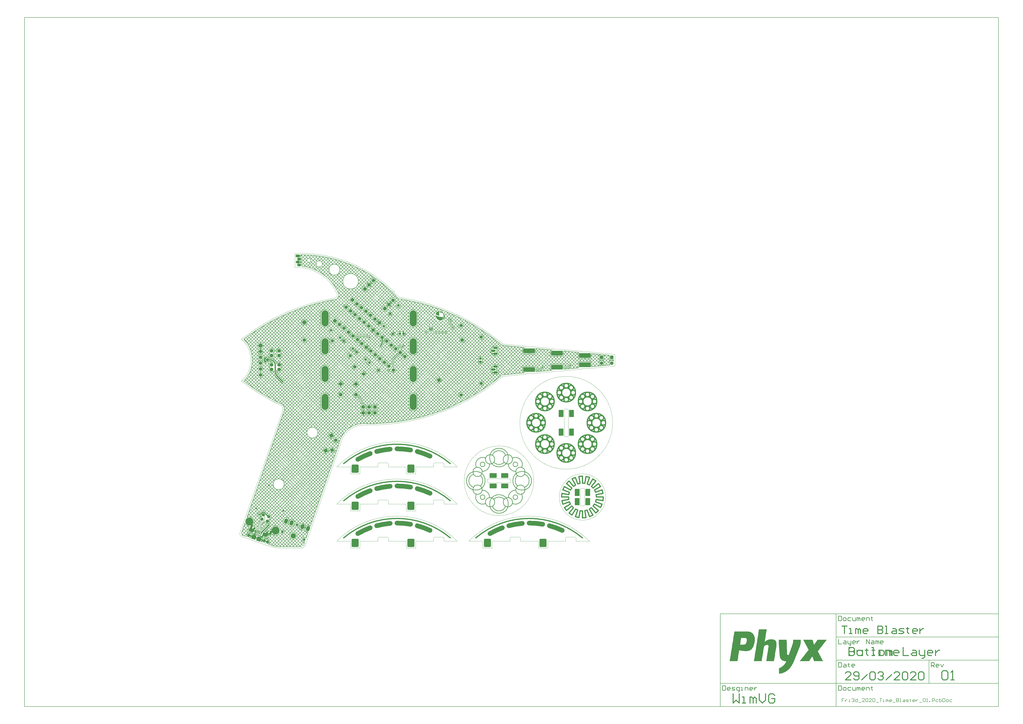
<source format=gbl>
G04*
G04 #@! TF.GenerationSoftware,Altium Limited,Altium Designer,20.0.13 (296)*
G04*
G04 Layer_Physical_Order=2*
G04 Layer_Color=3381759*
%FSLAX25Y25*%
%MOIN*%
G70*
G01*
G75*
%ADD10C,0.00787*%
%ADD11C,0.00984*%
%ADD12C,0.00591*%
%ADD13C,0.01968*%
%ADD16C,0.01000*%
%ADD17C,0.01575*%
%ADD19C,0.00197*%
G04:AMPARAMS|DCode=27|XSize=196.85mil|YSize=78.74mil|CornerRadius=3.94mil|HoleSize=0mil|Usage=FLASHONLY|Rotation=0.000|XOffset=0mil|YOffset=0mil|HoleType=Round|Shape=RoundedRectangle|*
%AMROUNDEDRECTD27*
21,1,0.19685,0.07087,0,0,0.0*
21,1,0.18898,0.07874,0,0,0.0*
1,1,0.00787,0.09449,-0.03543*
1,1,0.00787,-0.09449,-0.03543*
1,1,0.00787,-0.09449,0.03543*
1,1,0.00787,0.09449,0.03543*
%
%ADD27ROUNDEDRECTD27*%
G04:AMPARAMS|DCode=29|XSize=137.8mil|YSize=118.11mil|CornerRadius=14.76mil|HoleSize=0mil|Usage=FLASHONLY|Rotation=90.000|XOffset=0mil|YOffset=0mil|HoleType=Round|Shape=RoundedRectangle|*
%AMROUNDEDRECTD29*
21,1,0.13780,0.08858,0,0,90.0*
21,1,0.10827,0.11811,0,0,90.0*
1,1,0.02953,0.04429,0.05413*
1,1,0.02953,0.04429,-0.05413*
1,1,0.02953,-0.04429,-0.05413*
1,1,0.02953,-0.04429,0.05413*
%
%ADD29ROUNDEDRECTD29*%
%ADD49C,0.06299*%
%ADD52C,0.06693*%
%ADD74C,0.05906*%
%ADD84C,0.07874*%
%ADD85C,0.03937*%
G04:AMPARAMS|DCode=86|XSize=39.37mil|YSize=62.99mil|CornerRadius=0mil|HoleSize=0mil|Usage=FLASHONLY|Rotation=341.000|XOffset=0mil|YOffset=0mil|HoleType=Round|Shape=Round|*
%AMOVALD86*
21,1,0.02362,0.03937,0.00000,0.00000,71.0*
1,1,0.03937,-0.00385,-0.01117*
1,1,0.03937,0.00385,0.01117*
%
%ADD86OVALD86*%

G04:AMPARAMS|DCode=87|XSize=39.37mil|YSize=82.68mil|CornerRadius=0mil|HoleSize=0mil|Usage=FLASHONLY|Rotation=341.000|XOffset=0mil|YOffset=0mil|HoleType=Round|Shape=Round|*
%AMOVALD87*
21,1,0.04331,0.03937,0.00000,0.00000,71.0*
1,1,0.03937,-0.00705,-0.02047*
1,1,0.03937,0.00705,0.02047*
%
%ADD87OVALD87*%

G04:AMPARAMS|DCode=88|XSize=61.02mil|YSize=35.43mil|CornerRadius=0mil|HoleSize=0mil|Usage=FLASHONLY|Rotation=251.000|XOffset=0mil|YOffset=0mil|HoleType=Round|Shape=Round|*
%AMOVALD88*
21,1,0.02559,0.03543,0.00000,0.00000,251.0*
1,1,0.03543,0.00417,0.01210*
1,1,0.03543,-0.00417,-0.01210*
%
%ADD88OVALD88*%

%ADD89O,0.07874X0.03937*%
%ADD90O,0.07874X0.03937*%
%ADD91P,0.08352X4X365.0*%
%ADD92C,0.06496*%
%ADD93R,0.06496X0.06496*%
%ADD94C,0.05591*%
%ADD95C,0.13583*%
%ADD96R,0.05906X0.05906*%
%ADD97R,0.05906X0.05906*%
%ADD98C,0.05906*%
%ADD99C,0.06000*%
%ADD100P,0.05568X4X185.0*%
G04:AMPARAMS|DCode=101|XSize=39.37mil|YSize=39.37mil|CornerRadius=9.84mil|HoleSize=0mil|Usage=FLASHONLY|Rotation=140.000|XOffset=0mil|YOffset=0mil|HoleType=Round|Shape=RoundedRectangle|*
%AMROUNDEDRECTD101*
21,1,0.03937,0.01968,0,0,140.0*
21,1,0.01968,0.03937,0,0,140.0*
1,1,0.01968,-0.00121,0.01387*
1,1,0.01968,0.01387,0.00121*
1,1,0.01968,0.00121,-0.01387*
1,1,0.01968,-0.01387,-0.00121*
%
%ADD101ROUNDEDRECTD101*%
%ADD102P,0.08352X4X95.0*%
%ADD103R,0.03937X0.03937*%
G04:AMPARAMS|DCode=104|XSize=39.37mil|YSize=39.37mil|CornerRadius=9.84mil|HoleSize=0mil|Usage=FLASHONLY|Rotation=0.000|XOffset=0mil|YOffset=0mil|HoleType=Round|Shape=RoundedRectangle|*
%AMROUNDEDRECTD104*
21,1,0.03937,0.01968,0,0,0.0*
21,1,0.01968,0.03937,0,0,0.0*
1,1,0.01968,0.00984,-0.00984*
1,1,0.01968,-0.00984,-0.00984*
1,1,0.01968,-0.00984,0.00984*
1,1,0.01968,0.00984,0.00984*
%
%ADD104ROUNDEDRECTD104*%
%ADD105C,0.04724*%
G04:AMPARAMS|DCode=106|XSize=90.55mil|YSize=62.99mil|CornerRadius=0mil|HoleSize=0mil|Usage=FLASHONLY|Rotation=71.000|XOffset=0mil|YOffset=0mil|HoleType=Round|Shape=Round|*
%AMOVALD106*
21,1,0.02756,0.06299,0.00000,0.00000,71.0*
1,1,0.06299,-0.00449,-0.01303*
1,1,0.06299,0.00449,0.01303*
%
%ADD106OVALD106*%

%ADD107C,0.09055*%
G04:AMPARAMS|DCode=108|XSize=39.37mil|YSize=39.37mil|CornerRadius=9.84mil|HoleSize=0mil|Usage=FLASHONLY|Rotation=270.000|XOffset=0mil|YOffset=0mil|HoleType=Round|Shape=RoundedRectangle|*
%AMROUNDEDRECTD108*
21,1,0.03937,0.01968,0,0,270.0*
21,1,0.01968,0.03937,0,0,270.0*
1,1,0.01968,-0.00984,-0.00984*
1,1,0.01968,-0.00984,0.00984*
1,1,0.01968,0.00984,0.00984*
1,1,0.01968,0.00984,-0.00984*
%
%ADD108ROUNDEDRECTD108*%
%ADD109R,0.03937X0.03937*%
G04:AMPARAMS|DCode=110|XSize=39.37mil|YSize=39.37mil|CornerRadius=9.84mil|HoleSize=0mil|Usage=FLASHONLY|Rotation=225.000|XOffset=0mil|YOffset=0mil|HoleType=Round|Shape=RoundedRectangle|*
%AMROUNDEDRECTD110*
21,1,0.03937,0.01968,0,0,225.0*
21,1,0.01968,0.03937,0,0,225.0*
1,1,0.01968,-0.01392,0.00000*
1,1,0.01968,0.00000,0.01392*
1,1,0.01968,0.01392,0.00000*
1,1,0.01968,0.00000,-0.01392*
%
%ADD110ROUNDEDRECTD110*%
%ADD111P,0.05568X4X270.0*%
%ADD112C,0.05512*%
%ADD113O,0.11811X0.27559*%
%ADD114O,0.07087X0.04528*%
G04:AMPARAMS|DCode=115|XSize=45.28mil|YSize=70.87mil|CornerRadius=11.32mil|HoleSize=0mil|Usage=FLASHONLY|Rotation=270.000|XOffset=0mil|YOffset=0mil|HoleType=Round|Shape=RoundedRectangle|*
%AMROUNDEDRECTD115*
21,1,0.04528,0.04823,0,0,270.0*
21,1,0.02264,0.07087,0,0,270.0*
1,1,0.02264,-0.02411,-0.01132*
1,1,0.02264,-0.02411,0.01132*
1,1,0.02264,0.02411,0.01132*
1,1,0.02264,0.02411,-0.01132*
%
%ADD115ROUNDEDRECTD115*%
G04:AMPARAMS|DCode=116|XSize=60mil|YSize=60mil|CornerRadius=15mil|HoleSize=0mil|Usage=FLASHONLY|Rotation=225.000|XOffset=0mil|YOffset=0mil|HoleType=Round|Shape=RoundedRectangle|*
%AMROUNDEDRECTD116*
21,1,0.06000,0.03000,0,0,225.0*
21,1,0.03000,0.06000,0,0,225.0*
1,1,0.03000,-0.02121,0.00000*
1,1,0.03000,0.00000,0.02121*
1,1,0.03000,0.02121,0.00000*
1,1,0.03000,0.00000,-0.02121*
%
%ADD116ROUNDEDRECTD116*%
G04:AMPARAMS|DCode=117|XSize=60mil|YSize=60mil|CornerRadius=15mil|HoleSize=0mil|Usage=FLASHONLY|Rotation=90.000|XOffset=0mil|YOffset=0mil|HoleType=Round|Shape=RoundedRectangle|*
%AMROUNDEDRECTD117*
21,1,0.06000,0.03000,0,0,90.0*
21,1,0.03000,0.06000,0,0,90.0*
1,1,0.03000,0.01500,0.01500*
1,1,0.03000,0.01500,-0.01500*
1,1,0.03000,-0.01500,-0.01500*
1,1,0.03000,-0.01500,0.01500*
%
%ADD117ROUNDEDRECTD117*%
%ADD118C,0.02756*%
%ADD119C,0.03937*%
%ADD120C,0.02165*%
G04:AMPARAMS|DCode=121|XSize=118.11mil|YSize=78.74mil|CornerRadius=3.94mil|HoleSize=0mil|Usage=FLASHONLY|Rotation=180.000|XOffset=0mil|YOffset=0mil|HoleType=Round|Shape=RoundedRectangle|*
%AMROUNDEDRECTD121*
21,1,0.11811,0.07087,0,0,180.0*
21,1,0.11024,0.07874,0,0,180.0*
1,1,0.00787,-0.05512,0.03543*
1,1,0.00787,0.05512,0.03543*
1,1,0.00787,0.05512,-0.03543*
1,1,0.00787,-0.05512,-0.03543*
%
%ADD121ROUNDEDRECTD121*%
G04:AMPARAMS|DCode=122|XSize=82.68mil|YSize=62.99mil|CornerRadius=0mil|HoleSize=0mil|Usage=FLASHONLY|Rotation=161.000|XOffset=0mil|YOffset=0mil|HoleType=Round|Shape=Rectangle|*
%AMROTATEDRECTD122*
4,1,4,0.04934,0.01632,0.02883,-0.04324,-0.04934,-0.01632,-0.02883,0.04324,0.04934,0.01632,0.0*
%
%ADD122ROTATEDRECTD122*%

%ADD123P,0.10579X4X206.0*%
G04:AMPARAMS|DCode=124|XSize=15.75mil|YSize=62.99mil|CornerRadius=0mil|HoleSize=0mil|Usage=FLASHONLY|Rotation=341.000|XOffset=0mil|YOffset=0mil|HoleType=Round|Shape=Rectangle|*
%AMROTATEDRECTD124*
4,1,4,-0.01770,-0.02722,0.00281,0.03234,0.01770,0.02722,-0.00281,-0.03234,-0.01770,-0.02722,0.0*
%
%ADD124ROTATEDRECTD124*%

%ADD125R,0.01575X0.03937*%
%ADD126C,0.01968*%
G04:AMPARAMS|DCode=127|XSize=118.11mil|YSize=78.74mil|CornerRadius=3.94mil|HoleSize=0mil|Usage=FLASHONLY|Rotation=90.000|XOffset=0mil|YOffset=0mil|HoleType=Round|Shape=RoundedRectangle|*
%AMROUNDEDRECTD127*
21,1,0.11811,0.07087,0,0,90.0*
21,1,0.11024,0.07874,0,0,90.0*
1,1,0.00787,0.03543,0.05512*
1,1,0.00787,0.03543,-0.05512*
1,1,0.00787,-0.03543,-0.05512*
1,1,0.00787,-0.03543,0.05512*
%
%ADD127ROUNDEDRECTD127*%
G36*
X347075Y402069D02*
X347074Y402000D01*
X347143Y402000D01*
X347143Y402068D01*
X347212Y402068D01*
X347211Y401999D01*
X347280Y401999D01*
X347280Y402067D01*
X347349Y402066D01*
X347348Y401998D01*
X347417Y401997D01*
X347417Y402066D01*
X348581Y402056D01*
X348581Y401987D01*
X348375Y401989D01*
X348375Y401921D01*
X348306Y401921D01*
X348307Y401990D01*
X348238Y401990D01*
X348238Y401922D01*
X348169Y401922D01*
X348169Y401854D01*
X348100Y401854D01*
X348100Y401786D01*
X348031Y401787D01*
X348030Y401718D01*
X347894Y401719D01*
X347893Y401651D01*
X347892Y401582D01*
X347824Y401583D01*
X347823Y401514D01*
X347755Y401515D01*
X347754Y401446D01*
X347686Y401447D01*
X347685Y401379D01*
X347617Y401379D01*
X347616Y401311D01*
X347548Y401311D01*
X347547Y401243D01*
X347615Y401242D01*
X347615Y401174D01*
X347546Y401174D01*
X347546Y401106D01*
X347477Y401107D01*
X347477Y401038D01*
X347408Y401039D01*
X347408Y400970D01*
X347407Y400902D01*
X347406Y400833D01*
X347338Y400834D01*
X347337Y400765D01*
X347337Y400697D01*
X347336Y400628D01*
X347268Y400629D01*
X347267Y400560D01*
X347336Y400560D01*
X347335Y400491D01*
X347267Y400492D01*
X347266Y400423D01*
X347265Y400355D01*
X347265Y400286D01*
X347196Y400287D01*
X347196Y400219D01*
X347195Y400150D01*
X347194Y400082D01*
X347126Y400082D01*
X347125Y400014D01*
X347194Y400013D01*
X347193Y399945D01*
X347125Y399945D01*
X347124Y399877D01*
X347193Y399876D01*
X347192Y399808D01*
X347124Y399808D01*
X347123Y399740D01*
X347122Y399671D01*
X347122Y399603D01*
X347121Y399535D01*
X347121Y399466D01*
X347120Y399397D01*
X347119Y399329D01*
X347051Y399330D01*
X347050Y399261D01*
X347119Y399260D01*
X347118Y399192D01*
X347050Y399193D01*
X347049Y399124D01*
X347117Y399124D01*
X347117Y399055D01*
X347048Y399056D01*
X347048Y398987D01*
X347116Y398987D01*
X347116Y398918D01*
X347047Y398919D01*
X347047Y398850D01*
X347115Y398850D01*
X347115Y398781D01*
X347046Y398782D01*
X347045Y398713D01*
X347114Y398713D01*
X347113Y398644D01*
X347045Y398645D01*
X347044Y398576D01*
X347113Y398576D01*
X347112Y398507D01*
X347044Y398508D01*
X347043Y398439D01*
X347112Y398439D01*
X347111Y398370D01*
X347110Y398302D01*
X347110Y398233D01*
X347109Y398165D01*
X347109Y398096D01*
X347108Y398028D01*
X347107Y397959D01*
X347107Y397891D01*
X347106Y397822D01*
X347175Y397822D01*
X347174Y397753D01*
X347106Y397754D01*
X347105Y397686D01*
X347174Y397685D01*
X347173Y397616D01*
X347104Y397617D01*
X347104Y397549D01*
X347172Y397548D01*
X347172Y397480D01*
X347103Y397480D01*
X347103Y397412D01*
X347171Y397411D01*
X347170Y397342D01*
X347170Y397274D01*
X347169Y397206D01*
X347169Y397137D01*
X347168Y397069D01*
X347237Y397068D01*
X347236Y397000D01*
X347167Y397000D01*
X347167Y396932D01*
X347235Y396931D01*
X347235Y396863D01*
X347234Y396794D01*
X347234Y396726D01*
X347233Y396657D01*
X347232Y396589D01*
X347301Y396588D01*
X347300Y396520D01*
X347232Y396520D01*
X347231Y396452D01*
X347300Y396451D01*
X347299Y396383D01*
X347299Y396314D01*
X347298Y396246D01*
X347297Y396177D01*
X347297Y396109D01*
X347365Y396108D01*
X347365Y396040D01*
X347364Y395971D01*
X347363Y395903D01*
X347432Y395902D01*
X347431Y395834D01*
X347363Y395834D01*
X347362Y395766D01*
X347431Y395765D01*
X347430Y395697D01*
X347362Y395697D01*
X347361Y395629D01*
X347429Y395628D01*
X347429Y395560D01*
X347428Y395491D01*
X347428Y395423D01*
X347496Y395422D01*
X347496Y395354D01*
X347495Y395285D01*
X347494Y395217D01*
X347563Y395216D01*
X347562Y395148D01*
X347494Y395148D01*
X347493Y395080D01*
X347562Y395079D01*
X347561Y395011D01*
X347493Y395011D01*
X347492Y394943D01*
X347561Y394942D01*
X347560Y394874D01*
X347559Y394805D01*
X347559Y394737D01*
X347627Y394736D01*
X347626Y394668D01*
X347626Y394599D01*
X347625Y394531D01*
X347694Y394530D01*
X347693Y394462D01*
X347625Y394462D01*
X347624Y394394D01*
X347693Y394393D01*
X347692Y394325D01*
X347691Y394256D01*
X347691Y394188D01*
X347622Y394188D01*
X347623Y394257D01*
X347554Y394257D01*
X347554Y394189D01*
X347485Y394190D01*
X347486Y394258D01*
X347281Y394260D01*
X347281Y394328D01*
X347213Y394329D01*
X347212Y394260D01*
X347144Y394261D01*
X347144Y394329D01*
X346802Y394332D01*
X346802Y394401D01*
X346734Y394402D01*
X346733Y394333D01*
X346665Y394334D01*
X346665Y394402D01*
X346597Y394403D01*
X346598Y394471D01*
X346529Y394472D01*
X346529Y394403D01*
X346460Y394404D01*
X346461Y394472D01*
X346118Y394475D01*
X346119Y394544D01*
X345913Y394546D01*
X345914Y394614D01*
X345572Y394617D01*
X345572Y394686D01*
X345367Y394687D01*
X345367Y394756D01*
X345025Y394759D01*
X345025Y394827D01*
X344957Y394828D01*
X344958Y394896D01*
X344889Y394897D01*
X344888Y394829D01*
X344820Y394829D01*
X344821Y394898D01*
X344615Y394899D01*
X344616Y394968D01*
X344547Y394968D01*
X344548Y395037D01*
X344479Y395038D01*
X344479Y394969D01*
X344410Y394970D01*
X344411Y395038D01*
X344205Y395040D01*
X344206Y395108D01*
X344001Y395110D01*
X344001Y395179D01*
X343796Y395181D01*
X343796Y395249D01*
X343728Y395250D01*
X343729Y395318D01*
X343660Y395319D01*
X343659Y395250D01*
X343591Y395251D01*
X343592Y395319D01*
X343386Y395321D01*
X343387Y395390D01*
X343318Y395390D01*
X343319Y395459D01*
X343113Y395460D01*
X343114Y395529D01*
X343046Y395529D01*
X343046Y395598D01*
X342841Y395600D01*
X342841Y395668D01*
X342773Y395669D01*
X342774Y395737D01*
X342568Y395739D01*
X342569Y395808D01*
X342500Y395808D01*
X342501Y395877D01*
X342432Y395877D01*
X342433Y395946D01*
X342364Y395946D01*
X342365Y396015D01*
X342160Y396017D01*
X342160Y396085D01*
X342092Y396086D01*
X342092Y396154D01*
X342024Y396155D01*
X342024Y396223D01*
X341956Y396224D01*
X341956Y396292D01*
X341888Y396293D01*
X341889Y396361D01*
X341820Y396362D01*
X341821Y396430D01*
X341752Y396431D01*
X341753Y396499D01*
X341684Y396500D01*
X341685Y396569D01*
X341686Y396637D01*
X341686Y396706D01*
X341618Y396706D01*
X341618Y396775D01*
X341550Y396775D01*
X341550Y396844D01*
X341551Y396912D01*
X341552Y396981D01*
X341483Y396981D01*
X341484Y397050D01*
X341552Y397049D01*
X341553Y397118D01*
X341484Y397118D01*
X341485Y397187D01*
X341553Y397186D01*
X341554Y397255D01*
X341486Y397255D01*
X341486Y397324D01*
X341487Y397392D01*
X341487Y397461D01*
X341556Y397460D01*
X341556Y397529D01*
X341488Y397529D01*
X341489Y397598D01*
X341557Y397597D01*
X341558Y397665D01*
X341558Y397734D01*
X341559Y397802D01*
X341627Y397802D01*
X341628Y397870D01*
X341696Y397870D01*
X341697Y397938D01*
X341629Y397939D01*
X341629Y398007D01*
X341698Y398007D01*
X341698Y398075D01*
X341699Y398144D01*
X341699Y398212D01*
X341768Y398212D01*
X341768Y398280D01*
X341837Y398279D01*
X341838Y398348D01*
X341769Y398348D01*
X341770Y398417D01*
X341838Y398416D01*
X341839Y398485D01*
X341839Y398553D01*
X341908Y398553D01*
X341908Y398621D01*
X341909Y398690D01*
X341977Y398689D01*
X341978Y398758D01*
X341979Y398826D01*
X341979Y398895D01*
X342048Y398894D01*
X342048Y398962D01*
X342117Y398962D01*
X342117Y399030D01*
X342049Y399031D01*
X342050Y399099D01*
X342118Y399099D01*
X342119Y399167D01*
X342187Y399167D01*
X342188Y399235D01*
X342256Y399235D01*
X342257Y399303D01*
X342257Y399371D01*
X342326Y399371D01*
X342326Y399439D01*
X342327Y399508D01*
X342395Y399507D01*
X342396Y399576D01*
X342465Y399575D01*
X342465Y399644D01*
X342534Y399643D01*
X342534Y399711D01*
X342535Y399780D01*
X342603Y399779D01*
X342604Y399848D01*
X342604Y399916D01*
X342673Y399916D01*
X342674Y399984D01*
X342742Y399984D01*
X342743Y400052D01*
X342811Y400051D01*
X342812Y400120D01*
X342880Y400119D01*
X342881Y400188D01*
X342949Y400187D01*
X342950Y400256D01*
X343018Y400255D01*
X343019Y400324D01*
X343087Y400323D01*
X343088Y400391D01*
X343157Y400391D01*
X343157Y400459D01*
X343226Y400459D01*
X343226Y400527D01*
X343295Y400527D01*
X343295Y400595D01*
X343364Y400595D01*
X343364Y400663D01*
X343433Y400662D01*
X343433Y400731D01*
X343502Y400730D01*
X343502Y400799D01*
X343571Y400798D01*
X343572Y400867D01*
X343640Y400866D01*
X343641Y400935D01*
X343709Y400934D01*
X343710Y401002D01*
X343915Y401001D01*
X343916Y401069D01*
X343984Y401068D01*
X343985Y401137D01*
X344190Y401135D01*
X344191Y401204D01*
X344259Y401203D01*
X344260Y401271D01*
X344328Y401271D01*
X344329Y401339D01*
X344534Y401338D01*
X344535Y401406D01*
X344603Y401405D01*
X344604Y401474D01*
X344810Y401472D01*
X344810Y401541D01*
X345016Y401539D01*
X345016Y401607D01*
X345085Y401607D01*
X345085Y401675D01*
X345154Y401675D01*
X345153Y401606D01*
X345222Y401606D01*
X345222Y401674D01*
X345428Y401672D01*
X345428Y401741D01*
X345497Y401740D01*
X345497Y401809D01*
X345566Y401808D01*
X345565Y401740D01*
X345634Y401739D01*
X345634Y401807D01*
X345840Y401806D01*
X345840Y401874D01*
X345909Y401873D01*
X345908Y401805D01*
X345977Y401804D01*
X345977Y401873D01*
X346046Y401872D01*
X346046Y401941D01*
X346115Y401940D01*
X346114Y401872D01*
X346183Y401871D01*
X346183Y401940D01*
X346663Y401935D01*
X346663Y402004D01*
X346732Y402003D01*
X346731Y401935D01*
X346800Y401934D01*
X346800Y402003D01*
X347006Y402001D01*
X347006Y402069D01*
X347075Y402069D01*
D02*
G37*
G36*
X349607Y401841D02*
X349606Y401773D01*
X349675Y401772D01*
X349675Y401841D01*
X349744Y401840D01*
X349743Y401772D01*
X350085Y401769D01*
X350085Y401700D01*
X350153Y401699D01*
X350154Y401768D01*
X350222Y401767D01*
X350222Y401699D01*
X350427Y401697D01*
X350427Y401629D01*
X350632Y401627D01*
X350631Y401558D01*
X350700Y401558D01*
X350701Y401626D01*
X350769Y401626D01*
X350768Y401557D01*
X350837Y401557D01*
X350836Y401488D01*
X350905Y401487D01*
X350905Y401556D01*
X350974Y401555D01*
X350973Y401487D01*
X351179Y401485D01*
X351178Y401417D01*
X351247Y401416D01*
X351246Y401347D01*
X351451Y401346D01*
X351451Y401277D01*
X351656Y401275D01*
X351656Y401207D01*
X351724Y401206D01*
X351724Y401138D01*
X351929Y401136D01*
X351928Y401068D01*
X352134Y401066D01*
X352133Y400997D01*
X352202Y400997D01*
X352201Y400928D01*
X352270Y400928D01*
X352269Y400859D01*
X352474Y400857D01*
X352474Y400789D01*
X352542Y400788D01*
X352542Y400720D01*
X352610Y400719D01*
X352610Y400651D01*
X352815Y400649D01*
X352815Y400581D01*
X352883Y400580D01*
X352882Y400511D01*
X352951Y400511D01*
X352950Y400442D01*
X353019Y400442D01*
X353018Y400373D01*
X353224Y400372D01*
X353223Y400303D01*
X353292Y400302D01*
X353291Y400234D01*
X353359Y400233D01*
X353359Y400165D01*
X353427Y400164D01*
X353427Y400096D01*
X353495Y400095D01*
X353495Y400027D01*
X353563Y400026D01*
X353562Y399958D01*
X353699Y399956D01*
X353699Y399888D01*
X353698Y399819D01*
X353904Y399818D01*
X353903Y399749D01*
X353902Y399681D01*
X354039Y399679D01*
X354039Y399611D01*
X354038Y399542D01*
X354175Y399541D01*
X354174Y399473D01*
X354174Y399404D01*
X354311Y399403D01*
X354310Y399335D01*
X354310Y399266D01*
X354447Y399265D01*
X354446Y399197D01*
X354446Y399128D01*
X354582Y399127D01*
X354582Y399058D01*
X354513Y399059D01*
X354513Y398991D01*
X354650Y398989D01*
X354649Y398921D01*
X354648Y398852D01*
X354717Y398852D01*
X354716Y398783D01*
X354785Y398783D01*
X354784Y398714D01*
X354853Y398714D01*
X354852Y398645D01*
X354921Y398645D01*
X354920Y398576D01*
X354989Y398575D01*
X354988Y398507D01*
X355056Y398506D01*
X355056Y398438D01*
X355055Y398370D01*
X355055Y398301D01*
X355123Y398300D01*
X355122Y398232D01*
X355191Y398231D01*
X355190Y398163D01*
X355259Y398162D01*
X355258Y398094D01*
X355327Y398093D01*
X355326Y398025D01*
X355395Y398024D01*
X355394Y397956D01*
X355393Y397887D01*
X355462Y397886D01*
X355461Y397818D01*
X355461Y397750D01*
X355529Y397749D01*
X355529Y397680D01*
X355597Y397680D01*
X355596Y397611D01*
X355596Y397543D01*
X355595Y397474D01*
X355664Y397474D01*
X355663Y397405D01*
X355732Y397405D01*
X355731Y397336D01*
X355800Y397336D01*
X355799Y397267D01*
X355798Y397199D01*
X355798Y397130D01*
X355866Y397130D01*
X355866Y397061D01*
X355934Y397061D01*
X355933Y396992D01*
X355933Y396924D01*
X355932Y396855D01*
X356001Y396855D01*
X356000Y396786D01*
X356069Y396785D01*
X356068Y396717D01*
X356067Y396649D01*
X356067Y396580D01*
X356135Y396579D01*
X356135Y396511D01*
X356203Y396510D01*
X356203Y396442D01*
X356202Y396373D01*
X356201Y396305D01*
X356270Y396304D01*
X356269Y396236D01*
X356338Y396235D01*
X356337Y396167D01*
X356269Y396167D01*
X356268Y396099D01*
X356200Y396099D01*
X356200Y396168D01*
X356132Y396169D01*
X356132Y396237D01*
X356064Y396238D01*
X356064Y396306D01*
X355996Y396307D01*
X355997Y396375D01*
X355928Y396376D01*
X355929Y396444D01*
X355860Y396445D01*
X355861Y396513D01*
X355861Y396582D01*
X355793Y396582D01*
X355793Y396651D01*
X355725Y396652D01*
X355726Y396720D01*
X355657Y396721D01*
X355658Y396789D01*
X355658Y396858D01*
X355521Y396859D01*
X355522Y396927D01*
X355523Y396996D01*
X355386Y396997D01*
X355386Y397065D01*
X355387Y397134D01*
X355318Y397134D01*
X355319Y397203D01*
X355251Y397203D01*
X355251Y397272D01*
X355114Y397273D01*
X355115Y397342D01*
X355115Y397410D01*
X354978Y397411D01*
X354979Y397480D01*
X354910Y397480D01*
X354911Y397549D01*
X354774Y397550D01*
X354775Y397619D01*
X354706Y397619D01*
X354707Y397688D01*
X354638Y397688D01*
X354639Y397757D01*
X354570Y397757D01*
X354571Y397826D01*
X354503Y397826D01*
X354503Y397895D01*
X354435Y397896D01*
X354435Y397964D01*
X354230Y397966D01*
X354230Y398034D01*
X354162Y398035D01*
X354163Y398103D01*
X354094Y398104D01*
X354095Y398172D01*
X354026Y398173D01*
X354027Y398241D01*
X353821Y398243D01*
X353822Y398312D01*
X353753Y398312D01*
X353754Y398381D01*
X353686Y398381D01*
X353686Y398450D01*
X353618Y398450D01*
X353618Y398519D01*
X353413Y398521D01*
X353414Y398589D01*
X353345Y398590D01*
X353346Y398658D01*
X353140Y398660D01*
X353141Y398729D01*
X353072Y398729D01*
X353073Y398798D01*
X352867Y398799D01*
X352868Y398868D01*
X352800Y398868D01*
X352800Y398937D01*
X352732Y398938D01*
X352731Y398869D01*
X352663Y398870D01*
X352663Y398938D01*
X352595Y398939D01*
X352595Y399007D01*
X352527Y399008D01*
X352527Y399076D01*
X352459Y399077D01*
X352458Y399008D01*
X352390Y399009D01*
X352391Y399078D01*
X352185Y399079D01*
X352186Y399148D01*
X352117Y399148D01*
X352118Y399217D01*
X351912Y399219D01*
X351913Y399287D01*
X351708Y399289D01*
X351708Y399357D01*
X351503Y399359D01*
X351503Y399428D01*
X351298Y399429D01*
X351298Y399498D01*
X351093Y399500D01*
X351094Y399568D01*
X350888Y399570D01*
X350889Y399639D01*
X350683Y399640D01*
X350684Y399709D01*
X350615Y399709D01*
X350615Y399641D01*
X350546Y399641D01*
X350547Y399710D01*
X350478Y399711D01*
X350479Y399779D01*
X350411Y399780D01*
X350410Y399711D01*
X350341Y399712D01*
X350342Y399780D01*
X350000Y399783D01*
X350000Y399852D01*
X349932Y399852D01*
X349931Y399784D01*
X349863Y399784D01*
X349863Y399853D01*
X349795Y399853D01*
X349795Y399922D01*
X349727Y399923D01*
X349726Y399854D01*
X349658Y399855D01*
X349658Y399923D01*
X349590Y399924D01*
X349589Y399855D01*
X349521Y399856D01*
X349521Y399924D01*
X349453Y399925D01*
X349452Y399857D01*
X349384Y399857D01*
X349385Y399926D01*
X349316Y399926D01*
X349316Y399858D01*
X349247Y399858D01*
X349248Y399927D01*
X349179Y399927D01*
X349179Y399859D01*
X349110Y399859D01*
X349111Y399928D01*
X349042Y399929D01*
X349042Y399860D01*
X348973Y399861D01*
X348974Y399929D01*
X348905Y399930D01*
X348905Y399861D01*
X348836Y399862D01*
X348835Y399793D01*
X348767Y399794D01*
X348768Y399863D01*
X348699Y399863D01*
X348699Y399795D01*
X348493Y399796D01*
X348493Y399728D01*
X348424Y399728D01*
X348424Y399660D01*
X348355Y399661D01*
X348354Y399592D01*
X348286Y399593D01*
X348285Y399524D01*
X348217Y399525D01*
X348217Y399593D01*
X348218Y399662D01*
X348219Y399730D01*
X348219Y399799D01*
X348220Y399867D01*
X348288Y399867D01*
X348289Y399935D01*
X348220Y399936D01*
X348221Y400004D01*
X348289Y400004D01*
X348290Y400072D01*
X348222Y400073D01*
X348222Y400141D01*
X348291Y400141D01*
X348291Y400209D01*
X348292Y400278D01*
X348292Y400346D01*
X348361Y400345D01*
X348362Y400414D01*
X348362Y400482D01*
X348363Y400551D01*
X348431Y400550D01*
X348432Y400619D01*
X348363Y400619D01*
X348364Y400688D01*
X348432Y400687D01*
X348433Y400756D01*
X348434Y400824D01*
X348502Y400824D01*
X348503Y400892D01*
X348503Y400961D01*
X348572Y400960D01*
X348572Y401028D01*
X348573Y401097D01*
X348573Y401165D01*
X348642Y401165D01*
X348643Y401233D01*
X348711Y401233D01*
X348712Y401301D01*
X348712Y401370D01*
X348849Y401369D01*
X348850Y401437D01*
X348850Y401505D01*
X348987Y401504D01*
X348988Y401573D01*
X348989Y401641D01*
X349126Y401640D01*
X349126Y401709D01*
X349195Y401708D01*
X349195Y401776D01*
X349538Y401773D01*
X349538Y401842D01*
X349607Y401841D01*
D02*
G37*
G36*
X353613Y397903D02*
X353612Y397834D01*
X353681Y397834D01*
X353680Y397765D01*
X353749Y397764D01*
X353748Y397696D01*
X353954Y397694D01*
X353953Y397626D01*
X354021Y397625D01*
X354021Y397557D01*
X354089Y397556D01*
X354089Y397488D01*
X354294Y397486D01*
X354294Y397417D01*
X354362Y397417D01*
X354361Y397348D01*
X354430Y397348D01*
X354429Y397279D01*
X354498Y397279D01*
X354497Y397210D01*
X354566Y397210D01*
X354565Y397141D01*
X354634Y397140D01*
X354633Y397072D01*
X354838Y397070D01*
X354838Y397002D01*
X354906Y397001D01*
X354906Y396933D01*
X354974Y396932D01*
X354974Y396864D01*
X355042Y396863D01*
X355041Y396794D01*
X355110Y396794D01*
X355109Y396725D01*
X355178Y396725D01*
X355177Y396656D01*
X355246Y396656D01*
X355245Y396587D01*
X355314Y396587D01*
X355313Y396518D01*
X355381Y396517D01*
X355381Y396449D01*
X355449Y396448D01*
X355449Y396380D01*
X355517Y396379D01*
X355517Y396311D01*
X355585Y396310D01*
X355585Y396242D01*
X355653Y396241D01*
X355652Y396173D01*
X355721Y396172D01*
X355720Y396104D01*
X355789Y396103D01*
X355788Y396035D01*
X355720Y396035D01*
X355719Y395967D01*
X355856Y395966D01*
X355855Y395897D01*
X355855Y395829D01*
X355923Y395828D01*
X355923Y395760D01*
X355991Y395759D01*
X355991Y395690D01*
X356059Y395690D01*
X356059Y395621D01*
X356127Y395621D01*
X356126Y395552D01*
X356195Y395552D01*
X356194Y395483D01*
X356126Y395484D01*
X356125Y395415D01*
X356194Y395415D01*
X356193Y395346D01*
X356261Y395346D01*
X356261Y395277D01*
X356329Y395276D01*
X356329Y395208D01*
X356260Y395209D01*
X356260Y395140D01*
X356328Y395140D01*
X356328Y395071D01*
X356396Y395071D01*
X356396Y395002D01*
X356464Y395001D01*
X356463Y394933D01*
X356463Y394865D01*
X356462Y394796D01*
X356531Y394795D01*
X356530Y394727D01*
X356529Y394658D01*
X356529Y394590D01*
X356597Y394589D01*
X356597Y394521D01*
X356596Y394452D01*
X356595Y394384D01*
X356664Y394383D01*
X356663Y394315D01*
X356663Y394246D01*
X356662Y394178D01*
X356731Y394177D01*
X356730Y394109D01*
X356730Y394040D01*
X356729Y393972D01*
X356797Y393971D01*
X356797Y393903D01*
X356728Y393903D01*
X356728Y393835D01*
X356796Y393834D01*
X356796Y393766D01*
X356795Y393697D01*
X356794Y393629D01*
X356794Y393560D01*
X356793Y393492D01*
X356862Y393491D01*
X356861Y393423D01*
X356793Y393423D01*
X356792Y393355D01*
X356860Y393354D01*
X356860Y393286D01*
X356791Y393286D01*
X356791Y393218D01*
X356859Y393217D01*
X356859Y393149D01*
X356858Y393080D01*
X356857Y393012D01*
X356789Y393012D01*
X356788Y392944D01*
X356857Y392944D01*
X356856Y392875D01*
X356856Y392807D01*
X356855Y392738D01*
X356787Y392739D01*
X356786Y392670D01*
X356855Y392670D01*
X356854Y392601D01*
X356785Y392602D01*
X356785Y392533D01*
X356853Y392533D01*
X356853Y392464D01*
X356784Y392465D01*
X356784Y392396D01*
X356852Y392396D01*
X356852Y392327D01*
X356783Y392328D01*
X356783Y392259D01*
X356782Y392191D01*
X356781Y392122D01*
X356781Y392054D01*
X356780Y391985D01*
X356712Y391986D01*
X356711Y391917D01*
X356710Y391849D01*
X356710Y391780D01*
X356709Y391712D01*
X356709Y391644D01*
X356640Y391644D01*
X356640Y391576D01*
X356708Y391575D01*
X356707Y391507D01*
X356639Y391507D01*
X356638Y391439D01*
X356638Y391370D01*
X356637Y391302D01*
X356569Y391302D01*
X356568Y391234D01*
X356568Y391165D01*
X356567Y391097D01*
X356498Y391097D01*
X356498Y391029D01*
X356566Y391028D01*
X356566Y390960D01*
X356497Y390961D01*
X356497Y390892D01*
X356496Y390824D01*
X356428Y390824D01*
X356427Y390756D01*
X356426Y390687D01*
X356358Y390688D01*
X356357Y390619D01*
X356426Y390619D01*
X356425Y390550D01*
X356357Y390551D01*
X356356Y390482D01*
X356356Y390414D01*
X356287Y390415D01*
X356286Y390346D01*
X356286Y390278D01*
X356217Y390278D01*
X356217Y390210D01*
X356285Y390209D01*
X356285Y390141D01*
X356216Y390141D01*
X356216Y390073D01*
X356147Y390073D01*
X356146Y390005D01*
X356078Y390005D01*
X356077Y389937D01*
X356146Y389936D01*
X356145Y389868D01*
X356077Y389868D01*
X356076Y389800D01*
X356008Y389801D01*
X356007Y389732D01*
X355939Y389733D01*
X355938Y389664D01*
X356007Y389664D01*
X356006Y389595D01*
X355937Y389596D01*
X355937Y389527D01*
X355868Y389528D01*
X355868Y389459D01*
X355799Y389460D01*
X355799Y389391D01*
X355867Y389391D01*
X355867Y389322D01*
X355798Y389323D01*
X355797Y389254D01*
X355729Y389255D01*
X355728Y389187D01*
X355660Y389187D01*
X355659Y389119D01*
X355659Y389050D01*
X355590Y389051D01*
X355590Y388982D01*
X355589Y388914D01*
X355521Y388914D01*
X355520Y388846D01*
X355451Y388847D01*
X355451Y388778D01*
X355382Y388779D01*
X355382Y388710D01*
X355313Y388711D01*
X355313Y388642D01*
X355244Y388643D01*
X355244Y388575D01*
X355312Y388574D01*
X355311Y388505D01*
X355175Y388507D01*
X355174Y388438D01*
X355173Y388370D01*
X355105Y388370D01*
X355104Y388302D01*
X355036Y388302D01*
X355035Y388234D01*
X354967Y388234D01*
X354966Y388166D01*
X354898Y388167D01*
X354897Y388098D01*
X354829Y388099D01*
X354828Y388030D01*
X354760Y388031D01*
X354759Y387962D01*
X354690Y387963D01*
X354690Y387895D01*
X354621Y387895D01*
X354621Y387827D01*
X354552Y387827D01*
X354552Y387759D01*
X354483Y387759D01*
X354483Y387691D01*
X354414Y387691D01*
X354414Y387623D01*
X354345Y387624D01*
X354344Y387555D01*
X354207Y387556D01*
X354207Y387488D01*
X354206Y387419D01*
X354001Y387421D01*
X354000Y387353D01*
X353932Y387353D01*
X353931Y387285D01*
X353863Y387285D01*
X353862Y387217D01*
X353794Y387217D01*
X353793Y387149D01*
X353588Y387151D01*
X353587Y387082D01*
X353519Y387083D01*
X353518Y387014D01*
X353381Y387016D01*
X353380Y386947D01*
X353243Y386948D01*
X353243Y386880D01*
X353174Y386880D01*
X353174Y386812D01*
X353105Y386813D01*
X353106Y386881D01*
X353037Y386882D01*
X353037Y386813D01*
X352968Y386814D01*
X352968Y386745D01*
X352762Y386747D01*
X352762Y386679D01*
X352693Y386679D01*
X352693Y386611D01*
X352556Y386612D01*
X352556Y386680D01*
X352693Y386679D01*
X352694Y386748D01*
X352694Y386816D01*
X352763Y386816D01*
X352764Y386884D01*
X352764Y386952D01*
X352833Y386952D01*
X352833Y387020D01*
X352902Y387020D01*
X352902Y387088D01*
X352971Y387088D01*
X352971Y387156D01*
X353040Y387156D01*
X353040Y387224D01*
X353109Y387224D01*
X353109Y387292D01*
X353041Y387293D01*
X353042Y387361D01*
X353110Y387360D01*
X353111Y387429D01*
X353179Y387428D01*
X353180Y387497D01*
X353248Y387496D01*
X353249Y387565D01*
X353317Y387564D01*
X353318Y387632D01*
X353319Y387701D01*
X353319Y387770D01*
X353387Y387769D01*
X353388Y387837D01*
X353457Y387837D01*
X353457Y387905D01*
X353526Y387905D01*
X353526Y387973D01*
X353458Y387974D01*
X353458Y388042D01*
X353527Y388042D01*
X353527Y388110D01*
X353596Y388109D01*
X353596Y388178D01*
X353665Y388177D01*
X353666Y388246D01*
X353666Y388314D01*
X353735Y388314D01*
X353735Y388382D01*
X353736Y388451D01*
X353804Y388450D01*
X353805Y388519D01*
X353806Y388587D01*
X353806Y388655D01*
X353875Y388655D01*
X353875Y388723D01*
X353944Y388723D01*
X353944Y388791D01*
X353876Y388792D01*
X353876Y388860D01*
X353945Y388860D01*
X353945Y388928D01*
X354014Y388928D01*
X354015Y388996D01*
X354015Y389065D01*
X354016Y389133D01*
X354084Y389132D01*
X354085Y389201D01*
X354085Y389269D01*
X354154Y389269D01*
X354154Y389337D01*
X354155Y389406D01*
X354224Y389405D01*
X354224Y389474D01*
X354156Y389474D01*
X354156Y389543D01*
X354225Y389542D01*
X354225Y389611D01*
X354294Y389610D01*
X354294Y389679D01*
X354295Y389747D01*
X354296Y389815D01*
X354364Y389815D01*
X354365Y389883D01*
X354296Y389884D01*
X354297Y389952D01*
X354365Y389952D01*
X354366Y390020D01*
X354434Y390020D01*
X354435Y390088D01*
X354436Y390157D01*
X354436Y390225D01*
X354505Y390225D01*
X354505Y390293D01*
X354437Y390294D01*
X354437Y390362D01*
X354506Y390361D01*
X354506Y390430D01*
X354507Y390498D01*
X354508Y390567D01*
X354576Y390566D01*
X354577Y390635D01*
X354508Y390635D01*
X354509Y390704D01*
X354577Y390703D01*
X354578Y390772D01*
X354646Y390771D01*
X354647Y390840D01*
X354579Y390840D01*
X354579Y390909D01*
X354648Y390908D01*
X354648Y390977D01*
X354580Y390977D01*
X354580Y391046D01*
X354649Y391045D01*
X354649Y391114D01*
X354650Y391182D01*
X354651Y391251D01*
X354651Y391319D01*
X354652Y391388D01*
X354720Y391387D01*
X354721Y391455D01*
X354721Y391524D01*
X354722Y391592D01*
X354723Y391661D01*
X354723Y391729D01*
X354792Y391729D01*
X354792Y391797D01*
X354724Y391798D01*
X354725Y391866D01*
X354793Y391866D01*
X354794Y391934D01*
X354725Y391935D01*
X354726Y392003D01*
X354794Y392003D01*
X354795Y392071D01*
X354726Y392072D01*
X354727Y392140D01*
X354795Y392140D01*
X354796Y392208D01*
X354728Y392209D01*
X354728Y392277D01*
X354797Y392277D01*
X354797Y392345D01*
X354798Y392413D01*
X354798Y392482D01*
X354730Y392483D01*
X354731Y392551D01*
X354799Y392550D01*
X354800Y392619D01*
X354800Y392687D01*
X354801Y392756D01*
X354801Y392824D01*
X354802Y392893D01*
X354802Y392961D01*
X354803Y393030D01*
X354735Y393031D01*
X354735Y393099D01*
X354804Y393098D01*
X354804Y393167D01*
X354736Y393167D01*
X354736Y393236D01*
X354805Y393235D01*
X354805Y393304D01*
X354737Y393304D01*
X354738Y393373D01*
X354806Y393372D01*
X354807Y393441D01*
X354738Y393441D01*
X354739Y393510D01*
X354807Y393509D01*
X354808Y393578D01*
X354739Y393578D01*
X354740Y393647D01*
X354808Y393646D01*
X354809Y393715D01*
X354741Y393715D01*
X354741Y393784D01*
X354742Y393852D01*
X354742Y393921D01*
X354743Y393989D01*
X354744Y394058D01*
X354675Y394058D01*
X354676Y394127D01*
X354676Y394195D01*
X354677Y394264D01*
X354608Y394264D01*
X354609Y394333D01*
X354678Y394332D01*
X354678Y394401D01*
X354610Y394401D01*
X354610Y394470D01*
X354679Y394469D01*
X354679Y394538D01*
X354611Y394538D01*
X354611Y394607D01*
X354680Y394606D01*
X354680Y394675D01*
X354612Y394675D01*
X354613Y394744D01*
X354544Y394744D01*
X354545Y394813D01*
X354545Y394881D01*
X354546Y394950D01*
X354478Y394950D01*
X354478Y395019D01*
X354547Y395018D01*
X354547Y395087D01*
X354479Y395087D01*
X354479Y395156D01*
X354480Y395224D01*
X354481Y395293D01*
X354412Y395293D01*
X354413Y395362D01*
X354413Y395430D01*
X354414Y395499D01*
X354345Y395499D01*
X354346Y395568D01*
X354414Y395567D01*
X354415Y395636D01*
X354346Y395636D01*
X354347Y395705D01*
X354348Y395773D01*
X354348Y395842D01*
X354280Y395842D01*
X354280Y395911D01*
X354212Y395911D01*
X354212Y395980D01*
X354281Y395979D01*
X354282Y396048D01*
X354213Y396048D01*
X354214Y396117D01*
X354145Y396117D01*
X354146Y396186D01*
X354146Y396254D01*
X354147Y396323D01*
X354079Y396323D01*
X354079Y396392D01*
X354080Y396460D01*
X354080Y396529D01*
X354012Y396530D01*
X354012Y396598D01*
X353944Y396599D01*
X353945Y396667D01*
X354013Y396666D01*
X354014Y396735D01*
X353945Y396736D01*
X353946Y396804D01*
X353877Y396805D01*
X353878Y396873D01*
X353878Y396942D01*
X353879Y397010D01*
X353811Y397011D01*
X353811Y397079D01*
X353743Y397080D01*
X353743Y397148D01*
X353675Y397149D01*
X353676Y397217D01*
X353744Y397217D01*
X353745Y397285D01*
X353676Y397286D01*
X353677Y397354D01*
X353608Y397355D01*
X353609Y397423D01*
X353609Y397492D01*
X353610Y397560D01*
X353541Y397561D01*
X353542Y397629D01*
X353474Y397630D01*
X353474Y397698D01*
X353406Y397699D01*
X353406Y397767D01*
X353475Y397767D01*
X353475Y397835D01*
X353407Y397836D01*
X353408Y397904D01*
X353613Y397903D01*
D02*
G37*
G36*
X356404Y396029D02*
X356404Y395961D01*
X356403Y395892D01*
X356266Y395893D01*
X356267Y395962D01*
X356335Y395961D01*
X356336Y396030D01*
X356404Y396029D01*
D02*
G37*
G36*
X341265Y395545D02*
X341265Y395477D01*
X341333Y395476D01*
X341332Y395407D01*
X341401Y395407D01*
X341400Y395338D01*
X341400Y395270D01*
X341468Y395269D01*
X341468Y395201D01*
X341467Y395132D01*
X341535Y395132D01*
X341535Y395063D01*
X341603Y395063D01*
X341603Y394994D01*
X341671Y394993D01*
X341671Y394925D01*
X341739Y394924D01*
X341739Y394856D01*
X341807Y394855D01*
X341806Y394787D01*
X341875Y394786D01*
X341874Y394718D01*
X341943Y394717D01*
X341942Y394649D01*
X342011Y394648D01*
X342010Y394580D01*
X342215Y394578D01*
X342215Y394509D01*
X342214Y394441D01*
X342351Y394440D01*
X342351Y394371D01*
X342419Y394371D01*
X342419Y394302D01*
X342555Y394301D01*
X342555Y394233D01*
X342692Y394231D01*
X342691Y394163D01*
X342760Y394162D01*
X342759Y394094D01*
X342896Y394092D01*
X342896Y394024D01*
X343033Y394023D01*
X343032Y393954D01*
X343100Y393954D01*
X343100Y393885D01*
X343305Y393883D01*
X343305Y393815D01*
X343373Y393814D01*
X343372Y393746D01*
X343578Y393744D01*
X343577Y393676D01*
X343783Y393674D01*
X343782Y393605D01*
X343988Y393604D01*
X343987Y393535D01*
X344056Y393535D01*
X344055Y393466D01*
X344123Y393465D01*
X344124Y393534D01*
X344192Y393533D01*
X344192Y393465D01*
X344397Y393463D01*
X344397Y393395D01*
X344465Y393394D01*
X344465Y393325D01*
X344807Y393322D01*
X344806Y393254D01*
X344875Y393253D01*
X344874Y393185D01*
X344943Y393184D01*
X344943Y393253D01*
X345012Y393252D01*
X345011Y393184D01*
X345217Y393182D01*
X345216Y393113D01*
X345422Y393112D01*
X345421Y393043D01*
X345763Y393040D01*
X345763Y392972D01*
X345968Y392970D01*
X345968Y392901D01*
X346310Y392899D01*
X346309Y392830D01*
X346515Y392828D01*
X346514Y392760D01*
X346583Y392759D01*
X346583Y392828D01*
X346652Y392827D01*
X346651Y392759D01*
X346993Y392756D01*
X346993Y392687D01*
X347061Y392687D01*
X347062Y392755D01*
X347130Y392754D01*
X347130Y392686D01*
X347335Y392684D01*
X347335Y392616D01*
X347403Y392615D01*
X347404Y392684D01*
X347472Y392683D01*
X347472Y392614D01*
X347677Y392613D01*
X347676Y392544D01*
X347745Y392544D01*
X347746Y392612D01*
X347814Y392612D01*
X347814Y392543D01*
X347882Y392542D01*
X347883Y392611D01*
X347951Y392610D01*
X347950Y392542D01*
X348019Y392541D01*
X348018Y392473D01*
X348087Y392472D01*
X348087Y392541D01*
X348156Y392540D01*
X348155Y392472D01*
X348772Y392466D01*
X348771Y392398D01*
X348839Y392397D01*
X348840Y392465D01*
X348909Y392465D01*
X348908Y392396D01*
X349113Y392395D01*
X349113Y392326D01*
X349181Y392326D01*
X349182Y392394D01*
X349250Y392393D01*
X349250Y392325D01*
X349318Y392324D01*
X349319Y392393D01*
X349387Y392392D01*
X349387Y392324D01*
X349729Y392321D01*
X349728Y392252D01*
X349797Y392252D01*
X349798Y392320D01*
X349866Y392320D01*
X349866Y392251D01*
X350071Y392249D01*
X350070Y392181D01*
X350139Y392180D01*
X350139Y392249D01*
X350208Y392248D01*
X350207Y392180D01*
X350276Y392179D01*
X350276Y392248D01*
X350345Y392247D01*
X350344Y392179D01*
X350824Y392174D01*
X350823Y392106D01*
X350891Y392105D01*
X350892Y392174D01*
X350960Y392173D01*
X350960Y392105D01*
X351165Y392103D01*
X351165Y392034D01*
X351233Y392034D01*
X351234Y392102D01*
X351302Y392102D01*
X351302Y392033D01*
X351370Y392033D01*
X351371Y392101D01*
X351439Y392100D01*
X351439Y392032D01*
X351507Y392031D01*
X351508Y392100D01*
X351576Y392099D01*
X351576Y392031D01*
X351781Y392029D01*
X351782Y392097D01*
X351850Y392097D01*
X351850Y392028D01*
X352329Y392024D01*
X352329Y392093D01*
X352398Y392092D01*
X352397Y392024D01*
X352466Y392023D01*
X352467Y392091D01*
X352535Y392091D01*
X352534Y392022D01*
X352603Y392022D01*
X352603Y392090D01*
X352809Y392089D01*
X352810Y392157D01*
X353152Y392154D01*
X353152Y392222D01*
X353221Y392222D01*
X353222Y392290D01*
X353427Y392288D01*
X353428Y392357D01*
X353496Y392356D01*
X353497Y392425D01*
X353634Y392424D01*
X353634Y392492D01*
X353635Y392561D01*
X353772Y392560D01*
X353772Y392628D01*
X353773Y392696D01*
X353841Y392696D01*
X353842Y392764D01*
X353910Y392764D01*
X353911Y392832D01*
X353980Y392832D01*
X353980Y392900D01*
X353981Y392969D01*
X353981Y393037D01*
X354050Y393036D01*
X354049Y392968D01*
X354118Y392967D01*
X354117Y392899D01*
X354049Y392899D01*
X354048Y392831D01*
X354117Y392830D01*
X354116Y392762D01*
X354047Y392762D01*
X354047Y392694D01*
X354115Y392693D01*
X354115Y392625D01*
X354046Y392626D01*
X354046Y392557D01*
X354045Y392489D01*
X354045Y392420D01*
X354044Y392352D01*
X354043Y392283D01*
X354043Y392215D01*
X354042Y392146D01*
X354042Y392078D01*
X354041Y392009D01*
X353972Y392010D01*
X353972Y391941D01*
X353971Y391873D01*
X353971Y391804D01*
X353970Y391736D01*
X353969Y391668D01*
X353969Y391599D01*
X353968Y391530D01*
X353900Y391531D01*
X353899Y391463D01*
X353968Y391462D01*
X353967Y391393D01*
X353899Y391394D01*
X353898Y391326D01*
X353966Y391325D01*
X353966Y391257D01*
X353897Y391257D01*
X353897Y391189D01*
X353896Y391120D01*
X353896Y391052D01*
X353895Y390983D01*
X353894Y390915D01*
X353826Y390915D01*
X353825Y390847D01*
X353825Y390778D01*
X353824Y390710D01*
X353823Y390641D01*
X353823Y390573D01*
X353754Y390574D01*
X353754Y390505D01*
X353822Y390505D01*
X353822Y390436D01*
X353753Y390437D01*
X353753Y390368D01*
X353752Y390300D01*
X353751Y390231D01*
X353683Y390232D01*
X353682Y390163D01*
X353682Y390095D01*
X353681Y390026D01*
X353613Y390027D01*
X353612Y389958D01*
X353681Y389958D01*
X353680Y389889D01*
X353611Y389890D01*
X353611Y389822D01*
X353610Y389753D01*
X353610Y389685D01*
X353541Y389685D01*
X353541Y389617D01*
X353540Y389548D01*
X353539Y389480D01*
X353471Y389480D01*
X353470Y389412D01*
X353539Y389411D01*
X353538Y389343D01*
X353470Y389343D01*
X353469Y389275D01*
X353401Y389276D01*
X353400Y389207D01*
X353399Y389139D01*
X353399Y389070D01*
X353330Y389071D01*
X353330Y389002D01*
X353329Y388934D01*
X353329Y388865D01*
X353260Y388866D01*
X353259Y388797D01*
X353191Y388798D01*
X353190Y388729D01*
X353259Y388729D01*
X353258Y388660D01*
X353190Y388661D01*
X353189Y388592D01*
X353121Y388593D01*
X353120Y388525D01*
X353052Y388525D01*
X353051Y388457D01*
X353120Y388456D01*
X353119Y388388D01*
X353050Y388388D01*
X353050Y388320D01*
X352981Y388320D01*
X352981Y388252D01*
X352980Y388183D01*
X352980Y388115D01*
X352911Y388116D01*
X352911Y388047D01*
X352842Y388048D01*
X352841Y387979D01*
X352773Y387980D01*
X352772Y387911D01*
X352772Y387843D01*
X352703Y387843D01*
X352703Y387775D01*
X352702Y387706D01*
X352634Y387707D01*
X352633Y387638D01*
X352565Y387639D01*
X352564Y387571D01*
X352496Y387571D01*
X352495Y387503D01*
X352494Y387434D01*
X352357Y387436D01*
X352357Y387367D01*
X352356Y387298D01*
X352288Y387299D01*
X352287Y387231D01*
X352287Y387162D01*
X352150Y387163D01*
X352149Y387095D01*
X352148Y387026D01*
X352011Y387028D01*
X352011Y386959D01*
X352010Y386891D01*
X351805Y386892D01*
X351804Y386824D01*
X351736Y386824D01*
X351735Y386756D01*
X351667Y386757D01*
X351666Y386688D01*
X351597Y386689D01*
X351597Y386620D01*
X351391Y386622D01*
X351391Y386554D01*
X351322Y386554D01*
X351322Y386486D01*
X351116Y386488D01*
X351116Y386419D01*
X351047Y386420D01*
X351047Y386351D01*
X350704Y386354D01*
X350704Y386286D01*
X350498Y386287D01*
X350498Y386219D01*
X350429Y386220D01*
X350430Y386288D01*
X350361Y386289D01*
X350361Y386220D01*
X349744Y386226D01*
X349744Y386157D01*
X349675Y386158D01*
X349676Y386226D01*
X349607Y386227D01*
X349607Y386158D01*
X349538Y386159D01*
X349539Y386227D01*
X349470Y386228D01*
X349470Y386159D01*
X349401Y386160D01*
X349402Y386228D01*
X348512Y386236D01*
X348512Y386305D01*
X348444Y386305D01*
X348443Y386237D01*
X348375Y386238D01*
X348375Y386306D01*
X348170Y386308D01*
X348170Y386376D01*
X348102Y386377D01*
X348101Y386308D01*
X348033Y386309D01*
X348034Y386377D01*
X347828Y386379D01*
X347829Y386448D01*
X347760Y386448D01*
X347760Y386380D01*
X347691Y386381D01*
X347692Y386449D01*
X347623Y386450D01*
X347624Y386518D01*
X347555Y386519D01*
X347555Y386450D01*
X347486Y386451D01*
X347487Y386519D01*
X347282Y386521D01*
X347282Y386590D01*
X347077Y386591D01*
X347077Y386660D01*
X346872Y386662D01*
X346872Y386730D01*
X346667Y386732D01*
X346668Y386800D01*
X346462Y386802D01*
X346463Y386871D01*
X346394Y386871D01*
X346395Y386940D01*
X346189Y386941D01*
X346190Y387010D01*
X346122Y387011D01*
X346122Y387079D01*
X345917Y387081D01*
X345917Y387149D01*
X345849Y387150D01*
X345849Y387218D01*
X345644Y387220D01*
X345645Y387289D01*
X345576Y387289D01*
X345577Y387358D01*
X345371Y387359D01*
X345372Y387428D01*
X345303Y387428D01*
X345304Y387497D01*
X345235Y387498D01*
X345236Y387566D01*
X345168Y387567D01*
X345168Y387635D01*
X345031Y387636D01*
X345032Y387705D01*
X344895Y387706D01*
X344896Y387774D01*
X344827Y387775D01*
X344828Y387844D01*
X344759Y387844D01*
X344760Y387913D01*
X344691Y387913D01*
X344692Y387982D01*
X344623Y387982D01*
X344624Y388051D01*
X344419Y388053D01*
X344419Y388121D01*
X344488Y388121D01*
X344488Y388189D01*
X344283Y388191D01*
X344283Y388259D01*
X344215Y388260D01*
X344215Y388328D01*
X344147Y388329D01*
X344148Y388397D01*
X344079Y388398D01*
X344080Y388467D01*
X344011Y388467D01*
X344012Y388536D01*
X343943Y388536D01*
X343944Y388605D01*
X343876Y388605D01*
X343876Y388674D01*
X343808Y388674D01*
X343808Y388743D01*
X343740Y388743D01*
X343740Y388812D01*
X343672Y388812D01*
X343672Y388881D01*
X343604Y388881D01*
X343605Y388950D01*
X343536Y388951D01*
X343537Y389019D01*
X343468Y389020D01*
X343469Y389088D01*
X343400Y389089D01*
X343401Y389157D01*
X343332Y389158D01*
X343333Y389226D01*
X343402Y389226D01*
X343402Y389294D01*
X343265Y389295D01*
X343266Y389364D01*
X343266Y389432D01*
X343198Y389433D01*
X343198Y389501D01*
X343130Y389502D01*
X343131Y389570D01*
X343062Y389571D01*
X343063Y389640D01*
X342994Y389640D01*
X342995Y389709D01*
X342926Y389709D01*
X342927Y389778D01*
X342858Y389778D01*
X342859Y389847D01*
X342860Y389915D01*
X342860Y389984D01*
X342792Y389984D01*
X342792Y390053D01*
X342724Y390054D01*
X342724Y390122D01*
X342656Y390123D01*
X342657Y390191D01*
X342657Y390260D01*
X342589Y390260D01*
X342589Y390329D01*
X342590Y390397D01*
X342521Y390398D01*
X342522Y390466D01*
X342454Y390467D01*
X342454Y390535D01*
X342386Y390536D01*
X342386Y390604D01*
X342455Y390604D01*
X342455Y390672D01*
X342387Y390673D01*
X342387Y390741D01*
X342319Y390742D01*
X342320Y390810D01*
X342251Y390811D01*
X342252Y390879D01*
X342320Y390879D01*
X342321Y390947D01*
X342252Y390948D01*
X342253Y391016D01*
X342184Y391017D01*
X342185Y391085D01*
X342116Y391086D01*
X342117Y391155D01*
X342118Y391223D01*
X342118Y391291D01*
X342050Y391292D01*
X342050Y391360D01*
X341982Y391361D01*
X341983Y391430D01*
X342051Y391429D01*
X342052Y391497D01*
X341983Y391498D01*
X341984Y391567D01*
X341915Y391567D01*
X341916Y391636D01*
X341916Y391704D01*
X341917Y391773D01*
X341849Y391773D01*
X341849Y391842D01*
X341850Y391910D01*
X341850Y391979D01*
X341782Y391979D01*
X341782Y392048D01*
X341714Y392048D01*
X341715Y392117D01*
X341783Y392116D01*
X341784Y392185D01*
X341715Y392185D01*
X341716Y392254D01*
X341716Y392322D01*
X341717Y392391D01*
X341649Y392391D01*
X341649Y392460D01*
X341581Y392460D01*
X341581Y392529D01*
X341650Y392528D01*
X341650Y392597D01*
X341582Y392597D01*
X341582Y392666D01*
X341583Y392734D01*
X341584Y392803D01*
X341515Y392803D01*
X341516Y392872D01*
X341516Y392940D01*
X341517Y393009D01*
X341448Y393009D01*
X341449Y393078D01*
X341518Y393077D01*
X341518Y393146D01*
X341450Y393146D01*
X341450Y393215D01*
X341451Y393283D01*
X341452Y393352D01*
X341383Y393352D01*
X341384Y393421D01*
X341384Y393489D01*
X341385Y393558D01*
X341316Y393559D01*
X341317Y393627D01*
X341385Y393626D01*
X341386Y393695D01*
X341318Y393695D01*
X341318Y393764D01*
X341387Y393763D01*
X341387Y393832D01*
X341319Y393832D01*
X341319Y393901D01*
X341320Y393969D01*
X341320Y394038D01*
X341252Y394038D01*
X341253Y394107D01*
X341321Y394106D01*
X341322Y394175D01*
X341253Y394175D01*
X341254Y394244D01*
X341254Y394312D01*
X341255Y394381D01*
X341256Y394449D01*
X341256Y394518D01*
X341188Y394518D01*
X341188Y394587D01*
X341257Y394586D01*
X341257Y394655D01*
X341189Y394655D01*
X341190Y394724D01*
X341258Y394723D01*
X341259Y394792D01*
X341190Y394792D01*
X341191Y394861D01*
X341259Y394860D01*
X341260Y394929D01*
X341191Y394929D01*
X341192Y394998D01*
X341260Y394997D01*
X341261Y395066D01*
X341193Y395066D01*
X341193Y395135D01*
X341194Y395203D01*
X341194Y395272D01*
X341195Y395340D01*
X341196Y395409D01*
X341196Y395477D01*
X341197Y395546D01*
X341265Y395545D01*
D02*
G37*
G36*
X354119Y393104D02*
X354118Y393036D01*
X354050Y393036D01*
X354050Y393105D01*
X354119Y393104D01*
D02*
G37*
G36*
X330559Y377181D02*
X330558Y377098D01*
X330641Y377098D01*
X330642Y377181D01*
X330725Y377180D01*
X330724Y377097D01*
X330807Y377096D01*
X330806Y377013D01*
X330972Y377012D01*
X330972Y376929D01*
X330971Y376846D01*
X331054Y376845D01*
X331053Y376762D01*
X331052Y376679D01*
X331052Y376596D01*
X331135Y376595D01*
X331134Y376512D01*
X331133Y376429D01*
X331133Y376346D01*
X331132Y376263D01*
X331131Y376180D01*
X331214Y376179D01*
X331213Y376096D01*
X331131Y376097D01*
X331130Y376014D01*
X331213Y376013D01*
X331212Y375930D01*
X331129Y375931D01*
X331128Y375848D01*
X331211Y375847D01*
X331211Y375764D01*
X331210Y375681D01*
X331209Y375598D01*
X331208Y375515D01*
X331208Y375432D01*
X331291Y375431D01*
X331290Y375348D01*
X331207Y375349D01*
X331206Y375266D01*
X331289Y375265D01*
X331289Y375182D01*
X331288Y375099D01*
X331287Y375016D01*
X331370Y375016D01*
X331369Y374933D01*
X331286Y374933D01*
X331286Y374850D01*
X331369Y374850D01*
X331368Y374767D01*
X331285Y374767D01*
X331284Y374684D01*
X331367Y374684D01*
X331366Y374601D01*
X331283Y374601D01*
X331283Y374518D01*
X331366Y374517D01*
X331365Y374434D01*
X331364Y374352D01*
X331364Y374269D01*
X331447Y374268D01*
X331446Y374185D01*
X331445Y374102D01*
X331444Y374019D01*
X331444Y373936D01*
X331443Y373853D01*
X331526Y373852D01*
X331525Y373769D01*
X331442Y373770D01*
X331442Y373687D01*
X331525Y373686D01*
X331524Y373603D01*
X331441Y373604D01*
X331440Y373521D01*
X331523Y373520D01*
X331522Y373437D01*
X331439Y373438D01*
X331439Y373355D01*
X331522Y373354D01*
X331521Y373271D01*
X331520Y373188D01*
X331520Y373105D01*
X331603Y373104D01*
X331602Y373021D01*
X331519Y373022D01*
X331518Y372939D01*
X331601Y372938D01*
X331600Y372855D01*
X331600Y372772D01*
X331599Y372689D01*
X331598Y372606D01*
X331597Y372523D01*
X331680Y372522D01*
X331680Y372439D01*
X331597Y372440D01*
X331596Y372357D01*
X331679Y372356D01*
X331678Y372273D01*
X331595Y372274D01*
X331595Y372191D01*
X331678Y372190D01*
X331677Y372107D01*
X331676Y372024D01*
X331675Y371941D01*
X331675Y371858D01*
X331674Y371775D01*
X331757Y371774D01*
X331756Y371691D01*
X331755Y371608D01*
X331755Y371525D01*
X331754Y371442D01*
X331753Y371359D01*
X331836Y371358D01*
X331836Y371275D01*
X331753Y371276D01*
X331752Y371193D01*
X331835Y371192D01*
X331834Y371109D01*
X331751Y371110D01*
X331750Y371027D01*
X331834Y371026D01*
X331833Y370943D01*
X331832Y370860D01*
X331831Y370777D01*
X331831Y370694D01*
X331830Y370611D01*
X331913Y370610D01*
X331912Y370528D01*
X331911Y370444D01*
X331911Y370361D01*
X331910Y370278D01*
X331909Y370195D01*
X331992Y370195D01*
X331992Y370112D01*
X332075Y370111D01*
X332075Y370194D01*
X331992Y370195D01*
X331993Y370278D01*
X332076Y370277D01*
X332077Y370360D01*
X332078Y370443D01*
X332078Y370526D01*
X332079Y370609D01*
X332080Y370692D01*
X332163Y370691D01*
X332163Y370774D01*
X332080Y370775D01*
X332081Y370858D01*
X332164Y370857D01*
X332165Y370940D01*
X332082Y370941D01*
X332083Y371024D01*
X332166Y371023D01*
X332166Y371106D01*
X332167Y371189D01*
X332168Y371272D01*
X332251Y371272D01*
X332252Y371355D01*
X332169Y371356D01*
X332169Y371439D01*
X332252Y371438D01*
X332253Y371521D01*
X332254Y371604D01*
X332254Y371687D01*
X332255Y371770D01*
X332256Y371853D01*
X332339Y371852D01*
X332340Y371935D01*
X332257Y371936D01*
X332257Y372019D01*
X332340Y372018D01*
X332341Y372101D01*
X332258Y372102D01*
X332259Y372185D01*
X332342Y372184D01*
X332343Y372267D01*
X332343Y372350D01*
X332344Y372433D01*
X332345Y372516D01*
X332345Y372599D01*
X332428Y372599D01*
X332429Y372682D01*
X332430Y372765D01*
X332431Y372848D01*
X332431Y372931D01*
X332432Y373014D01*
X332515Y373013D01*
X332516Y373096D01*
X332433Y373097D01*
X332433Y373180D01*
X332517Y373179D01*
X332517Y373262D01*
X332434Y373263D01*
X332435Y373346D01*
X332518Y373345D01*
X332519Y373428D01*
X332519Y373511D01*
X332520Y373594D01*
X332521Y373677D01*
X332522Y373760D01*
X332522Y373843D01*
X332605Y373843D01*
X332606Y373925D01*
X332607Y374009D01*
X332608Y374092D01*
X332608Y374175D01*
X332691Y374174D01*
X332692Y374257D01*
X332609Y374258D01*
X332610Y374341D01*
X332693Y374340D01*
X332693Y374423D01*
X332610Y374424D01*
X332611Y374507D01*
X332694Y374506D01*
X332695Y374589D01*
X332696Y374672D01*
X332696Y374755D01*
X332697Y374838D01*
X332698Y374921D01*
X332698Y375004D01*
X332699Y375087D01*
X332782Y375086D01*
X332783Y375169D01*
X332784Y375252D01*
X332784Y375335D01*
X332785Y375418D01*
X332786Y375501D01*
X332869Y375501D01*
X332870Y375584D01*
X332786Y375585D01*
X332787Y375668D01*
X332870Y375667D01*
X332871Y375750D01*
X332788Y375750D01*
X332789Y375834D01*
X332872Y375833D01*
X332873Y375916D01*
X332873Y375999D01*
X332874Y376082D01*
X332875Y376165D01*
X332875Y376248D01*
X332958Y376247D01*
X332959Y376330D01*
X332876Y376331D01*
X332877Y376414D01*
X332960Y376413D01*
X332961Y376496D01*
X332961Y376579D01*
X332962Y376662D01*
X333045Y376662D01*
X333046Y376745D01*
X332963Y376745D01*
X332963Y376828D01*
X333047Y376828D01*
X333047Y376911D01*
X333130Y376910D01*
X333131Y376993D01*
X333214Y376992D01*
X333215Y377075D01*
X333298Y377075D01*
X333298Y377157D01*
X333382Y377157D01*
X333381Y377074D01*
X333464Y377073D01*
X333465Y377156D01*
X333547Y377155D01*
X333547Y377072D01*
X333630Y377072D01*
X333629Y376989D01*
X333712Y376988D01*
X333711Y376905D01*
X333794Y376904D01*
X333794Y376821D01*
X333877Y376820D01*
X333876Y376737D01*
X333875Y376654D01*
X333875Y376571D01*
X333874Y376488D01*
X333873Y376405D01*
X333956Y376405D01*
X333955Y376322D01*
X333872Y376322D01*
X333872Y376239D01*
X333955Y376238D01*
X333954Y376155D01*
X333953Y376073D01*
X333952Y375989D01*
X333952Y375906D01*
X333951Y375823D01*
X334034Y375823D01*
X334033Y375740D01*
X333950Y375740D01*
X333950Y375657D01*
X334033Y375657D01*
X334032Y375574D01*
X333949Y375574D01*
X333948Y375491D01*
X334031Y375491D01*
X334030Y375408D01*
X334030Y375325D01*
X334029Y375241D01*
X334112Y375241D01*
X334111Y375158D01*
X334028Y375159D01*
X334028Y375076D01*
X334110Y375075D01*
X334110Y374992D01*
X334109Y374909D01*
X334108Y374826D01*
X334108Y374743D01*
X334107Y374660D01*
X334190Y374659D01*
X334189Y374576D01*
X334106Y374577D01*
X334105Y374494D01*
X334189Y374493D01*
X334188Y374410D01*
X334105Y374411D01*
X334104Y374328D01*
X334187Y374327D01*
X334186Y374244D01*
X334186Y374161D01*
X334185Y374078D01*
X334268Y374077D01*
X334267Y373994D01*
X334184Y373995D01*
X334183Y373912D01*
X334266Y373911D01*
X334266Y373828D01*
X334265Y373745D01*
X334264Y373662D01*
X334263Y373579D01*
X334263Y373496D01*
X334346Y373495D01*
X334345Y373412D01*
X334262Y373413D01*
X334261Y373330D01*
X334344Y373329D01*
X334344Y373246D01*
X334261Y373247D01*
X334260Y373164D01*
X334343Y373163D01*
X334342Y373080D01*
X334342Y372997D01*
X334341Y372914D01*
X334340Y372831D01*
X334339Y372748D01*
X334422Y372747D01*
X334422Y372664D01*
X334421Y372581D01*
X334420Y372498D01*
X334419Y372415D01*
X334419Y372332D01*
X334502Y372331D01*
X334501Y372249D01*
X334418Y372249D01*
X334417Y372166D01*
X334500Y372165D01*
X334500Y372082D01*
X334417Y372083D01*
X334416Y372000D01*
X334499Y371999D01*
X334498Y371916D01*
X334415Y371917D01*
X334414Y371834D01*
X334497Y371833D01*
X334497Y371750D01*
X334496Y371667D01*
X334495Y371584D01*
X334494Y371501D01*
X334494Y371418D01*
X334577Y371417D01*
X334576Y371335D01*
X334575Y371252D01*
X334575Y371168D01*
X334658Y371168D01*
X334657Y371085D01*
X334574Y371085D01*
X334573Y371002D01*
X334656Y371002D01*
X334655Y370919D01*
X334572Y370919D01*
X334572Y370836D01*
X334655Y370836D01*
X334654Y370753D01*
X334571Y370753D01*
X334570Y370670D01*
X334653Y370670D01*
X334653Y370587D01*
X334652Y370504D01*
X334651Y370421D01*
X334650Y370338D01*
X334650Y370254D01*
X334733Y370254D01*
X334732Y370171D01*
X334731Y370088D01*
X334731Y370005D01*
X334813Y370004D01*
X334814Y370087D01*
X334815Y370170D01*
X334816Y370253D01*
X334816Y370336D01*
X334817Y370419D01*
X334900Y370418D01*
X334901Y370501D01*
X334902Y370584D01*
X334902Y370667D01*
X334903Y370750D01*
X334904Y370833D01*
X334987Y370833D01*
X334987Y370916D01*
X334905Y370917D01*
X334905Y371000D01*
X334988Y370999D01*
X334989Y371082D01*
X334906Y371082D01*
X334907Y371165D01*
X334990Y371165D01*
X334990Y371248D01*
X334991Y371331D01*
X334992Y371414D01*
X334993Y371497D01*
X334993Y371580D01*
X335076Y371579D01*
X335077Y371662D01*
X334994Y371663D01*
X334995Y371746D01*
X335078Y371745D01*
X335079Y371828D01*
X335079Y371911D01*
X335080Y371994D01*
X335163Y371994D01*
X335164Y372077D01*
X335081Y372077D01*
X335081Y372160D01*
X335164Y372160D01*
X335165Y372243D01*
X335082Y372243D01*
X335083Y372326D01*
X335166Y372326D01*
X335167Y372409D01*
X335084Y372409D01*
X335084Y372492D01*
X335167Y372492D01*
X335168Y372575D01*
X335169Y372658D01*
X335170Y372741D01*
X335170Y372824D01*
X335171Y372907D01*
X335254Y372906D01*
X335255Y372989D01*
X335172Y372990D01*
X335172Y373073D01*
X335255Y373072D01*
X335256Y373155D01*
X335257Y373238D01*
X335258Y373321D01*
X335341Y373321D01*
X335341Y373404D01*
X335258Y373404D01*
X335259Y373487D01*
X335342Y373486D01*
X335343Y373569D01*
X335260Y373570D01*
X335261Y373653D01*
X335344Y373653D01*
X335344Y373736D01*
X335261Y373736D01*
X335262Y373819D01*
X335345Y373819D01*
X335346Y373902D01*
X335346Y373985D01*
X335347Y374068D01*
X335430Y374067D01*
X335431Y374150D01*
X335348Y374151D01*
X335349Y374234D01*
X335432Y374233D01*
X335432Y374316D01*
X335433Y374399D01*
X335434Y374482D01*
X335517Y374481D01*
X335518Y374564D01*
X335435Y374565D01*
X335435Y374648D01*
X335518Y374647D01*
X335519Y374730D01*
X335436Y374731D01*
X335437Y374814D01*
X335520Y374813D01*
X335520Y374896D01*
X335437Y374897D01*
X335438Y374980D01*
X335521Y374979D01*
X335522Y375062D01*
X335523Y375146D01*
X335523Y375229D01*
X335606Y375228D01*
X335607Y375311D01*
X335524Y375311D01*
X335525Y375395D01*
X335608Y375394D01*
X335609Y375477D01*
X335609Y375560D01*
X335610Y375643D01*
X335611Y375726D01*
X335611Y375809D01*
X335695Y375808D01*
X335695Y375891D01*
X335612Y375892D01*
X335613Y375975D01*
X335696Y375974D01*
X335697Y376057D01*
X335614Y376058D01*
X335614Y376141D01*
X335697Y376140D01*
X335698Y376223D01*
X335699Y376306D01*
X335700Y376389D01*
X335700Y376472D01*
X335701Y376555D01*
X335784Y376555D01*
X335785Y376638D01*
X335785Y376721D01*
X335786Y376804D01*
X335869Y376803D01*
X335870Y376886D01*
X335871Y376969D01*
X336037Y376968D01*
X336037Y377051D01*
X336120Y377050D01*
X336121Y377133D01*
X336204Y377132D01*
X336203Y377049D01*
X336286Y377048D01*
X336287Y377131D01*
X336370Y377131D01*
X336369Y377048D01*
X336453Y377047D01*
X336452Y376964D01*
X336535Y376963D01*
X336534Y376880D01*
X336617Y376880D01*
X336616Y376797D01*
X336699Y376796D01*
X336699Y376713D01*
X336616Y376713D01*
X336615Y376630D01*
X336698Y376630D01*
X336697Y376547D01*
X336614Y376547D01*
X336613Y376464D01*
X336697Y376464D01*
X336696Y376381D01*
X336695Y376298D01*
X336694Y376215D01*
X336694Y376132D01*
X336693Y376048D01*
X336776Y376048D01*
X336775Y375965D01*
X336774Y375882D01*
X336774Y375799D01*
X336773Y375716D01*
X336772Y375633D01*
X336855Y375632D01*
X336855Y375549D01*
X336771Y375550D01*
X336771Y375467D01*
X336854Y375466D01*
X336853Y375383D01*
X336770Y375384D01*
X336769Y375301D01*
X336852Y375300D01*
X336852Y375217D01*
X336851Y375134D01*
X336850Y375051D01*
X336849Y374968D01*
X336849Y374885D01*
X336848Y374802D01*
X336847Y374719D01*
X336930Y374718D01*
X336930Y374635D01*
X336929Y374552D01*
X336928Y374469D01*
X336927Y374386D01*
X336927Y374303D01*
X337010Y374302D01*
X337009Y374219D01*
X336926Y374220D01*
X336925Y374137D01*
X337008Y374136D01*
X337008Y374053D01*
X336925Y374054D01*
X336924Y373971D01*
X337007Y373970D01*
X337006Y373887D01*
X337005Y373804D01*
X337005Y373721D01*
X337004Y373638D01*
X337003Y373555D01*
X337086Y373554D01*
X337086Y373471D01*
X337002Y373472D01*
X337002Y373389D01*
X337085Y373388D01*
X337084Y373305D01*
X337083Y373222D01*
X337083Y373139D01*
X337166Y373138D01*
X337165Y373056D01*
X337082Y373056D01*
X337081Y372973D01*
X337164Y372972D01*
X337163Y372889D01*
X337080Y372890D01*
X337080Y372807D01*
X337163Y372806D01*
X337162Y372723D01*
X337079Y372724D01*
X337078Y372641D01*
X337161Y372640D01*
X337161Y372557D01*
X337160Y372474D01*
X337159Y372391D01*
X337242Y372391D01*
X337241Y372307D01*
X337158Y372308D01*
X337158Y372225D01*
X337241Y372224D01*
X337240Y372142D01*
X337239Y372059D01*
X337239Y371975D01*
X337238Y371892D01*
X337237Y371809D01*
X337320Y371809D01*
X337319Y371726D01*
X337236Y371726D01*
X337236Y371643D01*
X337319Y371643D01*
X337318Y371560D01*
X337235Y371560D01*
X337234Y371477D01*
X337317Y371477D01*
X337316Y371394D01*
X337316Y371311D01*
X337315Y371228D01*
X337314Y371145D01*
X337314Y371061D01*
X337397Y371061D01*
X337396Y370978D01*
X337313Y370978D01*
X337312Y370896D01*
X337395Y370895D01*
X337394Y370812D01*
X337394Y370729D01*
X337393Y370646D01*
X337476Y370645D01*
X337475Y370562D01*
X337392Y370563D01*
X337391Y370480D01*
X337474Y370479D01*
X337474Y370396D01*
X337391Y370397D01*
X337390Y370314D01*
X337473Y370313D01*
X337472Y370230D01*
X337389Y370231D01*
X337389Y370148D01*
X337472Y370147D01*
X337471Y370064D01*
X337470Y369981D01*
X337470Y369898D01*
X337469Y369815D01*
X337468Y369732D01*
X337551Y369731D01*
X337550Y369648D01*
X337467Y369649D01*
X337467Y369566D01*
X337550Y369565D01*
X337549Y369482D01*
X337548Y369399D01*
X337547Y369316D01*
X337630Y369315D01*
X337630Y369232D01*
X337547Y369233D01*
X337546Y369150D01*
X337629Y369149D01*
X337628Y369066D01*
X337545Y369067D01*
X337544Y368984D01*
X337628Y368983D01*
X337627Y368900D01*
X337544Y368901D01*
X337543Y368818D01*
X337626Y368817D01*
X337625Y368734D01*
X337625Y368651D01*
X337624Y368568D01*
X337707Y368567D01*
X337706Y368484D01*
X337623Y368485D01*
X337622Y368402D01*
X337705Y368401D01*
X337705Y368318D01*
X337704Y368235D01*
X337703Y368152D01*
X337703Y368069D01*
X337702Y367986D01*
X337785Y367985D01*
X337784Y367902D01*
X337701Y367903D01*
X337700Y367820D01*
X337783Y367819D01*
X337783Y367736D01*
X337700Y367737D01*
X337699Y367654D01*
X337782Y367653D01*
X337781Y367570D01*
X337780Y367487D01*
X337780Y367404D01*
X337863Y367404D01*
X337862Y367320D01*
X337779Y367321D01*
X337778Y367238D01*
X337861Y367237D01*
X337861Y367155D01*
X337860Y367071D01*
X337859Y366988D01*
X337859Y366905D01*
X337858Y366822D01*
X337941Y366822D01*
X337940Y366739D01*
X337857Y366739D01*
X337856Y366656D01*
X337939Y366656D01*
X337939Y366575D01*
X362402Y366437D01*
X362339Y366277D01*
X362346Y366277D01*
X362345Y366194D01*
X362306Y366194D01*
X362241Y366028D01*
X362261Y366028D01*
X362260Y365945D01*
X362209Y365946D01*
X362176Y365863D01*
X337187Y366081D01*
X337174Y366164D01*
X337105Y366165D01*
X337105Y366248D01*
X337022Y366248D01*
X337023Y366332D01*
X337106Y366331D01*
X337107Y366414D01*
X337024Y366414D01*
X337025Y366498D01*
X337108Y366497D01*
X337108Y366580D01*
X337025Y366581D01*
X337026Y366664D01*
X337027Y366747D01*
X337028Y366830D01*
X337028Y366913D01*
X337029Y366996D01*
X336946Y366996D01*
X336947Y367079D01*
X336947Y367162D01*
X336948Y367245D01*
X336949Y367329D01*
X336950Y367411D01*
X336867Y367412D01*
X336867Y367495D01*
X336950Y367495D01*
X336951Y367578D01*
X336868Y367578D01*
X336869Y367661D01*
X336952Y367661D01*
X336952Y367744D01*
X336870Y367744D01*
X336870Y367827D01*
X336953Y367827D01*
X336954Y367910D01*
X336871Y367910D01*
X336872Y367993D01*
X336872Y368076D01*
X336873Y368159D01*
X336874Y368242D01*
X336875Y368325D01*
X336791Y368326D01*
X336792Y368409D01*
X336793Y368492D01*
X336794Y368575D01*
X336711Y368576D01*
X336711Y368659D01*
X336794Y368658D01*
X336795Y368741D01*
X336712Y368742D01*
X336713Y368825D01*
X336796Y368824D01*
X336797Y368907D01*
X336714Y368908D01*
X336714Y368991D01*
X336797Y368990D01*
X336798Y369073D01*
X336715Y369074D01*
X336716Y369157D01*
X336717Y369240D01*
X336717Y369323D01*
X336634Y369324D01*
X336635Y369407D01*
X336718Y369406D01*
X336719Y369489D01*
X336636Y369490D01*
X336636Y369573D01*
X336637Y369656D01*
X336638Y369739D01*
X336555Y369740D01*
X336556Y369823D01*
X336638Y369822D01*
X336639Y369905D01*
X336556Y369906D01*
X336557Y369989D01*
X336640Y369988D01*
X336641Y370071D01*
X336558Y370072D01*
X336558Y370155D01*
X336641Y370154D01*
X336642Y370237D01*
X336559Y370238D01*
X336560Y370321D01*
X336561Y370404D01*
X336561Y370487D01*
X336562Y370570D01*
X336563Y370653D01*
X336480Y370654D01*
X336480Y370737D01*
X336481Y370820D01*
X336482Y370903D01*
X336483Y370986D01*
X336483Y371069D01*
X336400Y371070D01*
X336401Y371152D01*
X336484Y371152D01*
X336485Y371235D01*
X336402Y371235D01*
X336403Y371319D01*
X336486Y371318D01*
X336486Y371401D01*
X336403Y371402D01*
X336404Y371485D01*
X336405Y371568D01*
X336405Y371651D01*
X336406Y371734D01*
X336407Y371817D01*
X336324Y371817D01*
X336325Y371900D01*
X336408Y371900D01*
X336408Y371983D01*
X336325Y371983D01*
X336326Y372066D01*
X336327Y372149D01*
X336328Y372233D01*
X336328Y372316D01*
X336329Y372398D01*
X336246Y372399D01*
X336247Y372482D01*
X336330Y372482D01*
X336330Y372565D01*
X336247Y372565D01*
X336248Y372648D01*
X336249Y372731D01*
X336249Y372814D01*
X336250Y372897D01*
X336251Y372980D01*
X336168Y372981D01*
X336167Y372898D01*
X336084Y372899D01*
X336084Y372816D01*
X336167Y372815D01*
X336166Y372732D01*
X336083Y372733D01*
X336082Y372650D01*
X336081Y372567D01*
X336081Y372484D01*
X336080Y372401D01*
X336079Y372318D01*
X335996Y372318D01*
X335995Y372235D01*
X335995Y372152D01*
X335994Y372069D01*
X335993Y371986D01*
X335993Y371903D01*
X335910Y371904D01*
X335909Y371821D01*
X335992Y371820D01*
X335991Y371737D01*
X335908Y371738D01*
X335907Y371655D01*
X335990Y371654D01*
X335990Y371571D01*
X335907Y371572D01*
X335906Y371489D01*
X335989Y371488D01*
X335988Y371405D01*
X335905Y371406D01*
X335904Y371323D01*
X335904Y371240D01*
X335903Y371157D01*
X335820Y371158D01*
X335819Y371075D01*
X335902Y371074D01*
X335901Y370991D01*
X335819Y370991D01*
X335818Y370908D01*
X335817Y370826D01*
X335816Y370743D01*
X335733Y370743D01*
X335733Y370660D01*
X335816Y370659D01*
X335815Y370576D01*
X335732Y370577D01*
X335731Y370494D01*
X335814Y370493D01*
X335813Y370410D01*
X335730Y370411D01*
X335730Y370328D01*
X335813Y370327D01*
X335812Y370244D01*
X335729Y370245D01*
X335728Y370162D01*
X335728Y370079D01*
X335727Y369996D01*
X335644Y369997D01*
X335643Y369914D01*
X335726Y369913D01*
X335725Y369830D01*
X335642Y369831D01*
X335642Y369748D01*
X335641Y369665D01*
X335640Y369582D01*
X335557Y369582D01*
X335556Y369499D01*
X335639Y369499D01*
X335639Y369416D01*
X335556Y369416D01*
X335555Y369333D01*
X335638Y369333D01*
X335637Y369250D01*
X335554Y369250D01*
X335554Y369167D01*
X335636Y369166D01*
X335636Y369083D01*
X335553Y369084D01*
X335552Y369001D01*
X335551Y368918D01*
X335551Y368835D01*
X335550Y368752D01*
X335549Y368669D01*
X335466Y368670D01*
X335465Y368587D01*
X335465Y368504D01*
X335464Y368421D01*
X335463Y368338D01*
X335462Y368255D01*
X335380Y368255D01*
X335379Y368172D01*
X335462Y368172D01*
X335461Y368089D01*
X335378Y368089D01*
X335377Y368006D01*
X335460Y368006D01*
X335460Y367923D01*
X335377Y367923D01*
X335376Y367840D01*
X335375Y367757D01*
X335374Y367674D01*
X335374Y367591D01*
X335373Y367508D01*
X335290Y367509D01*
X335289Y367426D01*
X335289Y367343D01*
X335288Y367260D01*
X335287Y367177D01*
X335286Y367094D01*
X335286Y367011D01*
X335285Y366928D01*
X335202Y366929D01*
X335201Y366846D01*
X335284Y366845D01*
X335283Y366762D01*
X335200Y366762D01*
X335200Y366680D01*
X335199Y366597D01*
X335198Y366513D01*
X335197Y366430D01*
X335197Y366347D01*
X335114Y366348D01*
X335113Y366265D01*
X335112Y366182D01*
X335112Y366099D01*
X334364Y366106D01*
X334365Y366189D01*
X334282Y366189D01*
X334283Y366272D01*
X334283Y366355D01*
X334284Y366438D01*
X334201Y366439D01*
X334202Y366522D01*
X334285Y366522D01*
X334286Y366604D01*
X334203Y366605D01*
X334203Y366688D01*
X334286Y366687D01*
X334287Y366771D01*
X334204Y366771D01*
X334205Y366854D01*
X334288Y366853D01*
X334289Y366937D01*
X334206Y366937D01*
X334206Y367020D01*
X334207Y367103D01*
X334208Y367186D01*
X334208Y367269D01*
X334209Y367352D01*
X334126Y367353D01*
X334127Y367436D01*
X334128Y367519D01*
X334128Y367602D01*
X334129Y367685D01*
X334130Y367768D01*
X334047Y367769D01*
X334048Y367852D01*
X334131Y367851D01*
X334131Y367934D01*
X334048Y367935D01*
X334049Y368018D01*
X334132Y368017D01*
X334133Y368100D01*
X334050Y368101D01*
X334050Y368184D01*
X334051Y368267D01*
X334052Y368350D01*
X334053Y368433D01*
X334053Y368516D01*
X333970Y368517D01*
X333971Y368600D01*
X333972Y368683D01*
X333972Y368766D01*
X333973Y368849D01*
X333974Y368932D01*
X333891Y368933D01*
X333892Y369016D01*
X333975Y369015D01*
X333975Y369098D01*
X333892Y369099D01*
X333893Y369182D01*
X333976Y369181D01*
X333977Y369264D01*
X333894Y369265D01*
X333894Y369348D01*
X333895Y369431D01*
X333896Y369514D01*
X333897Y369597D01*
X333897Y369680D01*
X333814Y369681D01*
X333815Y369764D01*
X333816Y369847D01*
X333817Y369930D01*
X333817Y370013D01*
X333818Y370096D01*
X333735Y370096D01*
X333736Y370179D01*
X333819Y370179D01*
X333820Y370262D01*
X333736Y370263D01*
X333737Y370345D01*
X333820Y370345D01*
X333821Y370428D01*
X333738Y370428D01*
X333739Y370512D01*
X333739Y370595D01*
X333740Y370678D01*
X333741Y370761D01*
X333741Y370844D01*
X333659Y370844D01*
X333659Y370927D01*
X333742Y370927D01*
X333743Y371010D01*
X333660Y371010D01*
X333661Y371093D01*
X333661Y371176D01*
X333662Y371259D01*
X333663Y371342D01*
X333664Y371426D01*
X333580Y371426D01*
X333581Y371509D01*
X333664Y371509D01*
X333665Y371591D01*
X333582Y371592D01*
X333583Y371675D01*
X333666Y371674D01*
X333666Y371758D01*
X333583Y371758D01*
X333584Y371841D01*
X333585Y371924D01*
X333586Y372007D01*
X333503Y372008D01*
X333503Y372091D01*
X333586Y372090D01*
X333587Y372173D01*
X333504Y372174D01*
X333505Y372257D01*
X333588Y372256D01*
X333589Y372339D01*
X333506Y372340D01*
X333506Y372423D01*
X333507Y372506D01*
X333508Y372589D01*
X333425Y372590D01*
X333425Y372673D01*
X333508Y372672D01*
X333509Y372755D01*
X333426Y372756D01*
X333427Y372839D01*
X333510Y372838D01*
X333510Y372921D01*
X333428Y372922D01*
X333428Y373005D01*
X333429Y373088D01*
X333430Y373171D01*
X333347Y373172D01*
X333346Y373089D01*
X333345Y373006D01*
X333345Y372923D01*
X333261Y372923D01*
X333261Y372840D01*
X333344Y372840D01*
X333343Y372757D01*
X333260Y372757D01*
X333259Y372674D01*
X333342Y372674D01*
X333342Y372591D01*
X333259Y372591D01*
X333258Y372508D01*
X333341Y372508D01*
X333340Y372425D01*
X333257Y372425D01*
X333256Y372342D01*
X333256Y372259D01*
X333255Y372176D01*
X333254Y372093D01*
X333254Y372010D01*
X333171Y372011D01*
X333170Y371928D01*
X333169Y371845D01*
X333168Y371762D01*
X333168Y371679D01*
X333167Y371596D01*
X333084Y371597D01*
X333083Y371514D01*
X333166Y371513D01*
X333165Y371430D01*
X333082Y371430D01*
X333082Y371347D01*
X333165Y371347D01*
X333164Y371264D01*
X333081Y371265D01*
X333080Y371182D01*
X333080Y371098D01*
X333079Y371015D01*
X333078Y370932D01*
X333077Y370849D01*
X332994Y370850D01*
X332994Y370767D01*
X332993Y370684D01*
X332992Y370601D01*
X332991Y370518D01*
X332991Y370435D01*
X332908Y370436D01*
X332907Y370353D01*
X332990Y370352D01*
X332989Y370269D01*
X332906Y370270D01*
X332906Y370187D01*
X332989Y370186D01*
X332988Y370103D01*
X332905Y370104D01*
X332904Y370021D01*
X332903Y369938D01*
X332903Y369855D01*
X332902Y369772D01*
X332901Y369689D01*
X332818Y369689D01*
X332817Y369606D01*
X332817Y369523D01*
X332816Y369440D01*
X332815Y369357D01*
X332815Y369274D01*
X332732Y369275D01*
X332731Y369192D01*
X332814Y369191D01*
X332813Y369108D01*
X332730Y369109D01*
X332729Y369026D01*
X332812Y369025D01*
X332812Y368942D01*
X332729Y368943D01*
X332728Y368860D01*
X332811Y368859D01*
X332810Y368776D01*
X332727Y368777D01*
X332726Y368694D01*
X332726Y368611D01*
X332725Y368528D01*
X332642Y368528D01*
X332641Y368445D01*
X332724Y368445D01*
X332723Y368362D01*
X332641Y368362D01*
X332640Y368279D01*
X332639Y368196D01*
X332638Y368113D01*
X332638Y368030D01*
X332637Y367947D01*
X332554Y367948D01*
X332553Y367865D01*
X332636Y367864D01*
X332635Y367781D01*
X332552Y367782D01*
X332552Y367699D01*
X332635Y367698D01*
X332634Y367615D01*
X332551Y367616D01*
X332550Y367533D01*
X332550Y367450D01*
X332549Y367367D01*
X332466Y367368D01*
X332465Y367285D01*
X332548Y367284D01*
X332547Y367201D01*
X332464Y367201D01*
X332464Y367119D01*
X332547Y367118D01*
X332546Y367035D01*
X332463Y367036D01*
X332462Y366952D01*
X332461Y366869D01*
X332461Y366787D01*
X332378Y366787D01*
X332377Y366704D01*
X332460Y366703D01*
X332459Y366620D01*
X332376Y366621D01*
X332376Y366538D01*
X332458Y366537D01*
X332458Y366454D01*
X332375Y366455D01*
X332374Y366372D01*
X332373Y366289D01*
X332373Y366206D01*
X332290Y366207D01*
X332289Y366124D01*
X331542Y366130D01*
X331542Y366213D01*
X331625Y366213D01*
X331626Y366296D01*
X331543Y366296D01*
X331544Y366379D01*
X331461Y366380D01*
X331462Y366463D01*
X331462Y366546D01*
X331463Y366629D01*
X331464Y366712D01*
X331464Y366795D01*
X331381Y366796D01*
X331382Y366879D01*
X331465Y366878D01*
X331466Y366961D01*
X331383Y366962D01*
X331384Y367045D01*
X331467Y367044D01*
X331467Y367127D01*
X331384Y367128D01*
X331385Y367211D01*
X331386Y367294D01*
X331386Y367377D01*
X331387Y367460D01*
X331388Y367543D01*
X331305Y367544D01*
X331306Y367627D01*
X331389Y367626D01*
X331389Y367709D01*
X331306Y367710D01*
X331307Y367793D01*
X331308Y367876D01*
X331309Y367959D01*
X331309Y368042D01*
X331310Y368125D01*
X331227Y368126D01*
X331228Y368209D01*
X331311Y368208D01*
X331311Y368291D01*
X331228Y368292D01*
X331229Y368375D01*
X331230Y368458D01*
X331231Y368541D01*
X331231Y368624D01*
X331232Y368707D01*
X331149Y368707D01*
X331150Y368791D01*
X331233Y368790D01*
X331234Y368873D01*
X331151Y368874D01*
X331151Y368957D01*
X331152Y369040D01*
X331153Y369123D01*
X331153Y369206D01*
X331154Y369289D01*
X331071Y369289D01*
X331072Y369372D01*
X331155Y369372D01*
X331155Y369455D01*
X331072Y369456D01*
X331073Y369538D01*
X331156Y369538D01*
X331157Y369621D01*
X331074Y369621D01*
X331075Y369705D01*
X331075Y369788D01*
X331076Y369870D01*
X331077Y369954D01*
X331078Y370037D01*
X330995Y370037D01*
X330995Y370120D01*
X330996Y370203D01*
X330997Y370286D01*
X330997Y370369D01*
X330998Y370452D01*
X330915Y370453D01*
X330916Y370536D01*
X330999Y370535D01*
X331000Y370619D01*
X330917Y370619D01*
X330917Y370702D01*
X331000Y370702D01*
X331001Y370784D01*
X330918Y370785D01*
X330919Y370868D01*
X331002Y370867D01*
X331002Y370951D01*
X330920Y370951D01*
X330920Y371034D01*
X330921Y371117D01*
X330922Y371200D01*
X330839Y371201D01*
X330839Y371284D01*
X330922Y371283D01*
X330923Y371366D01*
X330840Y371367D01*
X330841Y371450D01*
X330842Y371533D01*
X330842Y371616D01*
X330759Y371617D01*
X330760Y371700D01*
X330843Y371699D01*
X330844Y371782D01*
X330761Y371783D01*
X330762Y371866D01*
X330844Y371865D01*
X330845Y371948D01*
X330762Y371949D01*
X330763Y372032D01*
X330846Y372031D01*
X330847Y372114D01*
X330764Y372115D01*
X330764Y372198D01*
X330765Y372281D01*
X330766Y372364D01*
X330767Y372447D01*
X330767Y372530D01*
X330684Y372531D01*
X330685Y372614D01*
X330686Y372697D01*
X330686Y372780D01*
X330603Y372781D01*
X330604Y372864D01*
X330687Y372863D01*
X330688Y372946D01*
X330605Y372947D01*
X330606Y373030D01*
X330522Y373030D01*
X330522Y372947D01*
X330521Y372864D01*
X330520Y372781D01*
X330520Y372698D01*
X330519Y372615D01*
X330436Y372616D01*
X330435Y372533D01*
X330518Y372532D01*
X330518Y372449D01*
X330434Y372450D01*
X330434Y372367D01*
X330517Y372366D01*
X330516Y372283D01*
X330433Y372284D01*
X330432Y372201D01*
X330432Y372118D01*
X330431Y372035D01*
X330430Y371952D01*
X330429Y371869D01*
X330346Y371870D01*
X330346Y371786D01*
X330345Y371704D01*
X330344Y371620D01*
X330343Y371537D01*
X330343Y371454D01*
X330342Y371371D01*
X330341Y371288D01*
X330258Y371289D01*
X330258Y371206D01*
X330341Y371205D01*
X330340Y371122D01*
X330257Y371123D01*
X330256Y371040D01*
X330255Y370957D01*
X330255Y370874D01*
X330254Y370791D01*
X330253Y370708D01*
X330170Y370709D01*
X330169Y370626D01*
X330253Y370625D01*
X330252Y370542D01*
X330169Y370543D01*
X330168Y370460D01*
X330167Y370377D01*
X330167Y370294D01*
X330166Y370211D01*
X330165Y370128D01*
X330082Y370128D01*
X330081Y370045D01*
X330164Y370044D01*
X330164Y369962D01*
X330081Y369962D01*
X330080Y369879D01*
X330163Y369879D01*
X330162Y369795D01*
X330079Y369796D01*
X330078Y369713D01*
X330078Y369630D01*
X330077Y369547D01*
X330076Y369464D01*
X330076Y369381D01*
X329993Y369382D01*
X329992Y369299D01*
X329991Y369216D01*
X329990Y369133D01*
X329990Y369050D01*
X329989Y368967D01*
X329906Y368968D01*
X329905Y368884D01*
X329988Y368884D01*
X329987Y368801D01*
X329904Y368801D01*
X329904Y368718D01*
X329987Y368718D01*
X329986Y368635D01*
X329903Y368635D01*
X329902Y368552D01*
X329985Y368552D01*
X329985Y368469D01*
X329902Y368469D01*
X329901Y368386D01*
X329900Y368303D01*
X329899Y368220D01*
X329816Y368221D01*
X329816Y368138D01*
X329899Y368137D01*
X329898Y368054D01*
X329815Y368055D01*
X329814Y367972D01*
X329814Y367889D01*
X329813Y367806D01*
X329730Y367807D01*
X329729Y367724D01*
X329812Y367723D01*
X329811Y367640D01*
X329728Y367641D01*
X329728Y367558D01*
X329811Y367557D01*
X329810Y367474D01*
X329727Y367475D01*
X329726Y367391D01*
X329809Y367391D01*
X329808Y367308D01*
X329725Y367308D01*
X329725Y367226D01*
X329724Y367143D01*
X329723Y367059D01*
X329722Y366976D01*
X329722Y366893D01*
X329639Y366894D01*
X329638Y366811D01*
X329637Y366728D01*
X329637Y366645D01*
X329554Y366646D01*
X329553Y366563D01*
X329636Y366562D01*
X329635Y366479D01*
X329552Y366480D01*
X329551Y366397D01*
X329634Y366396D01*
X329634Y366313D01*
X329551Y366314D01*
X329550Y366231D01*
X329467Y366231D01*
X329466Y366148D01*
X321413Y366219D01*
X321415Y366732D01*
X328723Y366664D01*
X328724Y366736D01*
X328807Y366735D01*
X328808Y366818D01*
X328808Y366901D01*
X328809Y366984D01*
X328810Y367067D01*
X328811Y367150D01*
X328811Y367233D01*
X328894Y367233D01*
X328895Y367316D01*
X328896Y367399D01*
X328897Y367482D01*
X328897Y367565D01*
X328980Y367564D01*
X328981Y367647D01*
X328898Y367648D01*
X328899Y367731D01*
X328982Y367730D01*
X328982Y367813D01*
X328900Y367814D01*
X328900Y367897D01*
X328983Y367896D01*
X328984Y367979D01*
X328901Y367980D01*
X328902Y368063D01*
X328985Y368062D01*
X328985Y368145D01*
X328986Y368228D01*
X328987Y368311D01*
X328988Y368394D01*
X328988Y368477D01*
X329071Y368477D01*
X329072Y368560D01*
X329073Y368643D01*
X329074Y368726D01*
X329074Y368809D01*
X329075Y368892D01*
X329158Y368891D01*
X329159Y368974D01*
X329076Y368975D01*
X329076Y369058D01*
X329159Y369057D01*
X329160Y369140D01*
X329077Y369141D01*
X329078Y369224D01*
X329161Y369223D01*
X329162Y369306D01*
X329079Y369307D01*
X329079Y369390D01*
X329162Y369389D01*
X329163Y369472D01*
X329164Y369555D01*
X329165Y369638D01*
X329247Y369637D01*
X329248Y369720D01*
X329165Y369721D01*
X329166Y369804D01*
X329249Y369804D01*
X329250Y369886D01*
X329250Y369970D01*
X329251Y370053D01*
X329252Y370136D01*
X329253Y370219D01*
X329336Y370218D01*
X329336Y370301D01*
X329253Y370302D01*
X329254Y370385D01*
X329337Y370384D01*
X329338Y370467D01*
X329255Y370468D01*
X329256Y370551D01*
X329339Y370550D01*
X329339Y370633D01*
X329340Y370716D01*
X329341Y370799D01*
X329341Y370882D01*
X329342Y370965D01*
X329425Y370964D01*
X329426Y371047D01*
X329427Y371130D01*
X329427Y371213D01*
X329428Y371296D01*
X329429Y371379D01*
X329512Y371379D01*
X329513Y371462D01*
X329430Y371462D01*
X329430Y371546D01*
X329513Y371545D01*
X329514Y371628D01*
X329431Y371628D01*
X329432Y371711D01*
X329515Y371711D01*
X329515Y371794D01*
X329516Y371877D01*
X329517Y371960D01*
X329518Y372043D01*
X329518Y372126D01*
X329519Y372209D01*
X329520Y372292D01*
X329603Y372291D01*
X329604Y372374D01*
X329604Y372457D01*
X329605Y372540D01*
X329606Y372623D01*
X329606Y372706D01*
X329689Y372706D01*
X329690Y372789D01*
X329607Y372789D01*
X329608Y372872D01*
X329691Y372872D01*
X329692Y372955D01*
X329609Y372955D01*
X329609Y373038D01*
X329692Y373038D01*
X329693Y373121D01*
X329694Y373204D01*
X329695Y373287D01*
X329695Y373370D01*
X329696Y373453D01*
X329779Y373452D01*
X329780Y373535D01*
X329697Y373536D01*
X329697Y373619D01*
X329780Y373618D01*
X329781Y373701D01*
X329782Y373784D01*
X329783Y373867D01*
X329866Y373866D01*
X329866Y373949D01*
X329783Y373950D01*
X329784Y374033D01*
X329867Y374032D01*
X329868Y374115D01*
X329785Y374116D01*
X329785Y374199D01*
X329869Y374199D01*
X329869Y374282D01*
X329786Y374282D01*
X329787Y374365D01*
X329870Y374364D01*
X329871Y374448D01*
X329871Y374531D01*
X329872Y374614D01*
X329955Y374613D01*
X329956Y374696D01*
X329873Y374697D01*
X329874Y374780D01*
X329957Y374779D01*
X329957Y374862D01*
X329958Y374945D01*
X329959Y375028D01*
X329960Y375111D01*
X329960Y375194D01*
X330043Y375193D01*
X330044Y375276D01*
X329961Y375277D01*
X329962Y375360D01*
X330045Y375359D01*
X330045Y375442D01*
X329962Y375443D01*
X329963Y375526D01*
X330046Y375525D01*
X330047Y375608D01*
X330048Y375691D01*
X330048Y375774D01*
X330049Y375857D01*
X330050Y375940D01*
X330133Y375940D01*
X330134Y376023D01*
X330050Y376024D01*
X330051Y376107D01*
X330134Y376106D01*
X330135Y376189D01*
X330136Y376272D01*
X330136Y376355D01*
X330219Y376354D01*
X330220Y376437D01*
X330137Y376438D01*
X330138Y376521D01*
X330221Y376520D01*
X330222Y376603D01*
X330139Y376604D01*
X330139Y376687D01*
X330222Y376686D01*
X330223Y376769D01*
X330224Y376852D01*
X330224Y376935D01*
X330308Y376935D01*
X330308Y377018D01*
X330391Y377017D01*
X330392Y377100D01*
X330475Y377099D01*
X330476Y377182D01*
X330559Y377181D01*
D02*
G37*
G36*
X57087Y315513D02*
X55807Y315513D01*
X55850Y315862D01*
X55758Y316556D01*
X55440Y317181D01*
X54933Y317664D01*
X54626Y317835D01*
X54254Y317760D01*
X53519Y317944D01*
X52933Y318424D01*
X52609Y319109D01*
X52609Y319867D01*
X52933Y320552D01*
X53519Y321032D01*
X54254Y321216D01*
X54626Y321142D01*
X54626Y321142D01*
X54930Y321308D01*
X55434Y321782D01*
X55752Y322396D01*
X55847Y323081D01*
X55807Y323425D01*
X57087Y323425D01*
Y315513D01*
D02*
G37*
G36*
X55016Y323425D02*
X55016Y323425D01*
X55022Y323168D01*
X54876Y322676D01*
X54585Y322252D01*
X54179Y321937D01*
X53937Y321850D01*
X53937Y321850D01*
X53517Y321759D01*
X52760Y321359D01*
X52193Y320717D01*
X51890Y319916D01*
X51890Y319060D01*
X52193Y318259D01*
X52760Y317617D01*
X53517Y317218D01*
X53937Y317126D01*
X53937Y317126D01*
X54179Y317039D01*
X54585Y316725D01*
X54876Y316301D01*
X55022Y315808D01*
X55016Y315551D01*
X51968Y315551D01*
X50000D01*
Y323425D01*
X51968D01*
X55016Y323425D01*
D02*
G37*
G36*
X1005337Y-155808D02*
X1005050D01*
Y-156094D01*
X1004764D01*
Y-156380D01*
Y-156667D01*
X1004478D01*
Y-156953D01*
X1004192D01*
Y-157239D01*
X1003905D01*
Y-157526D01*
Y-157812D01*
X1003619D01*
Y-158098D01*
X1003333D01*
Y-158385D01*
X1003046D01*
Y-158671D01*
X1002760D01*
Y-158957D01*
Y-159244D01*
X1002474D01*
Y-159530D01*
X1002187D01*
Y-159816D01*
X1001901D01*
Y-160102D01*
Y-160389D01*
X1001615D01*
Y-160675D01*
X1001328D01*
Y-160961D01*
X1001042D01*
Y-161248D01*
X1000756D01*
Y-161534D01*
Y-161820D01*
X1000469D01*
Y-162107D01*
X1000183D01*
Y-162393D01*
X999897D01*
Y-162679D01*
Y-162966D01*
X999611D01*
Y-163252D01*
X999324D01*
Y-163538D01*
X999038D01*
Y-163824D01*
Y-164111D01*
X998752D01*
Y-164397D01*
X998465D01*
Y-164683D01*
X998179D01*
Y-164970D01*
X997893D01*
Y-165256D01*
Y-165542D01*
X997606D01*
Y-165829D01*
X997320D01*
Y-166115D01*
X997034D01*
Y-166401D01*
Y-166688D01*
X996747D01*
Y-166974D01*
X996461D01*
Y-167260D01*
X996175D01*
Y-167547D01*
Y-167833D01*
X995889D01*
Y-168119D01*
X995602D01*
Y-168405D01*
X995316D01*
Y-168692D01*
X995030D01*
Y-168978D01*
Y-169264D01*
X994743D01*
Y-169551D01*
X994457D01*
Y-169837D01*
X994171D01*
Y-170123D01*
Y-170410D01*
X993884D01*
Y-170696D01*
X993598D01*
Y-170982D01*
X993312D01*
Y-171269D01*
Y-171555D01*
X993025D01*
Y-171841D01*
X992739D01*
Y-172127D01*
X992453D01*
Y-172414D01*
X992166D01*
Y-172700D01*
Y-172986D01*
X991880D01*
Y-173273D01*
X991594D01*
Y-173559D01*
X991308D01*
Y-173845D01*
Y-174132D01*
X991021D01*
Y-174418D01*
X990735D01*
Y-174704D01*
X990449D01*
Y-174991D01*
X990162D01*
Y-175277D01*
Y-175563D01*
X990449D01*
Y-175850D01*
Y-176136D01*
X990735D01*
Y-176422D01*
Y-176709D01*
X991021D01*
Y-176995D01*
X991308D01*
Y-177281D01*
Y-177568D01*
X991594D01*
Y-177854D01*
Y-178140D01*
X991880D01*
Y-178426D01*
Y-178713D01*
X992166D01*
Y-178999D01*
Y-179285D01*
X992453D01*
Y-179572D01*
Y-179858D01*
X992739D01*
Y-180144D01*
Y-180431D01*
X993025D01*
Y-180717D01*
Y-181003D01*
X993312D01*
Y-181290D01*
Y-181576D01*
X993598D01*
Y-181862D01*
X993884D01*
Y-182149D01*
Y-182435D01*
X994171D01*
Y-182721D01*
Y-183007D01*
X994457D01*
Y-183294D01*
Y-183580D01*
X994743D01*
Y-183866D01*
Y-184153D01*
X995030D01*
Y-184439D01*
Y-184725D01*
X995316D01*
Y-185012D01*
Y-185298D01*
X995602D01*
Y-185584D01*
Y-185871D01*
X995889D01*
Y-186157D01*
X996175D01*
Y-186443D01*
Y-186730D01*
X996461D01*
Y-187016D01*
Y-187302D01*
X996747D01*
Y-187588D01*
Y-187875D01*
X997034D01*
Y-188161D01*
Y-188447D01*
X997320D01*
Y-188734D01*
Y-189020D01*
X997606D01*
Y-189306D01*
Y-189593D01*
X997893D01*
Y-189879D01*
Y-190165D01*
X998179D01*
Y-190452D01*
X998465D01*
Y-190738D01*
Y-191024D01*
X998752D01*
Y-191311D01*
Y-191597D01*
X999038D01*
Y-191883D01*
X983863D01*
Y-191597D01*
X983577D01*
Y-191311D01*
Y-191024D01*
Y-190738D01*
X983291D01*
Y-190452D01*
Y-190165D01*
Y-189879D01*
X983004D01*
Y-189593D01*
Y-189306D01*
X982718D01*
Y-189020D01*
Y-188734D01*
Y-188447D01*
X982432D01*
Y-188161D01*
Y-187875D01*
Y-187588D01*
X982146D01*
Y-187302D01*
Y-187016D01*
X981859D01*
Y-186730D01*
Y-186443D01*
Y-186157D01*
X981573D01*
Y-185871D01*
Y-185584D01*
Y-185298D01*
X981287D01*
Y-185012D01*
Y-184725D01*
Y-184439D01*
X981000D01*
Y-184153D01*
X980428D01*
Y-184439D01*
Y-184725D01*
X980141D01*
Y-185012D01*
X979855D01*
Y-185298D01*
Y-185584D01*
X979569D01*
Y-185871D01*
X979282D01*
Y-186157D01*
Y-186443D01*
X978996D01*
Y-186730D01*
X978710D01*
Y-187016D01*
Y-187302D01*
X978423D01*
Y-187588D01*
X978137D01*
Y-187875D01*
X977851D01*
Y-188161D01*
Y-188447D01*
X977565D01*
Y-188734D01*
X977278D01*
Y-189020D01*
Y-189306D01*
X976992D01*
Y-189593D01*
X976705D01*
Y-189879D01*
Y-190165D01*
X976419D01*
Y-190452D01*
X976133D01*
Y-190738D01*
Y-191024D01*
X975847D01*
Y-191311D01*
X975560D01*
Y-191597D01*
Y-191883D01*
X959527D01*
Y-191597D01*
X959813D01*
Y-191311D01*
X960099D01*
Y-191024D01*
X960386D01*
Y-190738D01*
X960672D01*
Y-190452D01*
Y-190165D01*
X960958D01*
Y-189879D01*
X961245D01*
Y-189593D01*
X961531D01*
Y-189306D01*
X961817D01*
Y-189020D01*
Y-188734D01*
X962104D01*
Y-188447D01*
X962390D01*
Y-188161D01*
X962676D01*
Y-187875D01*
Y-187588D01*
X962963D01*
Y-187302D01*
X963249D01*
Y-187016D01*
X963535D01*
Y-186730D01*
X963822D01*
Y-186443D01*
Y-186157D01*
X964108D01*
Y-185871D01*
X964394D01*
Y-185584D01*
X964680D01*
Y-185298D01*
X964967D01*
Y-185012D01*
Y-184725D01*
X965253D01*
Y-184439D01*
X965539D01*
Y-184153D01*
X965826D01*
Y-183866D01*
Y-183580D01*
X966112D01*
Y-183294D01*
X966398D01*
Y-183007D01*
X966685D01*
Y-182721D01*
X966971D01*
Y-182435D01*
Y-182149D01*
X967257D01*
Y-181862D01*
X967544D01*
Y-181576D01*
X967830D01*
Y-181290D01*
Y-181003D01*
X968116D01*
Y-180717D01*
X968402D01*
Y-180431D01*
X968689D01*
Y-180144D01*
X968975D01*
Y-179858D01*
Y-179572D01*
X969261D01*
Y-179285D01*
X969548D01*
Y-178999D01*
X969834D01*
Y-178713D01*
Y-178426D01*
X970120D01*
Y-178140D01*
X970407D01*
Y-177854D01*
X970693D01*
Y-177568D01*
X970979D01*
Y-177281D01*
Y-176995D01*
X971266D01*
Y-176709D01*
X971552D01*
Y-176422D01*
X971838D01*
Y-176136D01*
X972124D01*
Y-175850D01*
Y-175563D01*
X972411D01*
Y-175277D01*
X972697D01*
Y-174991D01*
X972983D01*
Y-174704D01*
Y-174418D01*
X973270D01*
Y-174132D01*
X973556D01*
Y-173845D01*
X973842D01*
Y-173559D01*
X974129D01*
Y-173273D01*
Y-172986D01*
X974415D01*
Y-172700D01*
Y-172414D01*
Y-172127D01*
X974129D01*
Y-171841D01*
X973842D01*
Y-171555D01*
Y-171269D01*
X973556D01*
Y-170982D01*
Y-170696D01*
X973270D01*
Y-170410D01*
Y-170123D01*
X972983D01*
Y-169837D01*
Y-169551D01*
X972697D01*
Y-169264D01*
Y-168978D01*
X972411D01*
Y-168692D01*
Y-168405D01*
X972124D01*
Y-168119D01*
X971838D01*
Y-167833D01*
Y-167547D01*
X971552D01*
Y-167260D01*
Y-166974D01*
X971266D01*
Y-166688D01*
Y-166401D01*
X970979D01*
Y-166115D01*
Y-165829D01*
X970693D01*
Y-165542D01*
Y-165256D01*
X970407D01*
Y-164970D01*
Y-164683D01*
X970120D01*
Y-164397D01*
X969834D01*
Y-164111D01*
Y-163824D01*
X969548D01*
Y-163538D01*
Y-163252D01*
X969261D01*
Y-162966D01*
Y-162679D01*
X968975D01*
Y-162393D01*
Y-162107D01*
X968689D01*
Y-161820D01*
Y-161534D01*
X968402D01*
Y-161248D01*
Y-160961D01*
X968116D01*
Y-160675D01*
Y-160389D01*
X967830D01*
Y-160102D01*
X967544D01*
Y-159816D01*
Y-159530D01*
X967257D01*
Y-159244D01*
Y-158957D01*
X966971D01*
Y-158671D01*
Y-158385D01*
X966685D01*
Y-158098D01*
Y-157812D01*
X966398D01*
Y-157526D01*
Y-157239D01*
X966112D01*
Y-156953D01*
Y-156667D01*
X965826D01*
Y-156380D01*
X965539D01*
Y-156094D01*
Y-155808D01*
X965253D01*
Y-155521D01*
X981000D01*
Y-155808D01*
X981287D01*
Y-156094D01*
Y-156380D01*
Y-156667D01*
X981573D01*
Y-156953D01*
Y-157239D01*
Y-157526D01*
X981859D01*
Y-157812D01*
Y-158098D01*
Y-158385D01*
X982146D01*
Y-158671D01*
Y-158957D01*
Y-159244D01*
X982432D01*
Y-159530D01*
Y-159816D01*
Y-160102D01*
X982718D01*
Y-160389D01*
Y-160675D01*
Y-160961D01*
X983004D01*
Y-161248D01*
Y-161534D01*
Y-161820D01*
X983291D01*
Y-162107D01*
Y-162393D01*
Y-162679D01*
X983577D01*
Y-162966D01*
Y-163252D01*
Y-163538D01*
Y-163824D01*
X984150D01*
Y-163538D01*
X984436D01*
Y-163252D01*
X984722D01*
Y-162966D01*
Y-162679D01*
X985009D01*
Y-162393D01*
X985295D01*
Y-162107D01*
Y-161820D01*
X985581D01*
Y-161534D01*
X985868D01*
Y-161248D01*
Y-160961D01*
X986154D01*
Y-160675D01*
X986440D01*
Y-160389D01*
Y-160102D01*
X986726D01*
Y-159816D01*
X987013D01*
Y-159530D01*
Y-159244D01*
X987299D01*
Y-158957D01*
X987585D01*
Y-158671D01*
Y-158385D01*
X987872D01*
Y-158098D01*
X988158D01*
Y-157812D01*
Y-157526D01*
X988444D01*
Y-157239D01*
X988731D01*
Y-156953D01*
Y-156667D01*
X989017D01*
Y-156380D01*
X989303D01*
Y-156094D01*
Y-155808D01*
X989590D01*
Y-155521D01*
X1005337D01*
Y-155808D01*
D02*
G37*
G36*
X872201Y-141778D02*
X873919D01*
Y-142065D01*
X874778D01*
Y-142351D01*
X875637D01*
Y-142637D01*
X876496D01*
Y-142924D01*
X877069D01*
Y-143210D01*
X877355D01*
Y-143496D01*
X877928D01*
Y-143783D01*
X878214D01*
Y-144069D01*
X878786D01*
Y-144355D01*
X879073D01*
Y-144641D01*
X879359D01*
Y-144928D01*
X879646D01*
Y-145214D01*
X879932D01*
Y-145501D01*
X880218D01*
Y-145787D01*
X880504D01*
Y-146073D01*
Y-146359D01*
X880791D01*
Y-146646D01*
X881077D01*
Y-146932D01*
Y-147218D01*
X881363D01*
Y-147505D01*
X881650D01*
Y-147791D01*
Y-148077D01*
X881936D01*
Y-148364D01*
Y-148650D01*
Y-148936D01*
X882222D01*
Y-149223D01*
Y-149509D01*
Y-149795D01*
X882509D01*
Y-150082D01*
Y-150368D01*
Y-150654D01*
Y-150940D01*
X882795D01*
Y-151227D01*
Y-151513D01*
Y-151799D01*
Y-152086D01*
Y-152372D01*
X883081D01*
Y-152658D01*
Y-152945D01*
Y-153231D01*
Y-153517D01*
Y-153804D01*
Y-154090D01*
Y-154376D01*
Y-154663D01*
Y-154949D01*
Y-155235D01*
Y-155521D01*
Y-155808D01*
Y-156094D01*
Y-156380D01*
Y-156667D01*
Y-156953D01*
Y-157239D01*
Y-157526D01*
Y-157812D01*
Y-158098D01*
X882795D01*
Y-158385D01*
Y-158671D01*
Y-158957D01*
Y-159244D01*
Y-159530D01*
Y-159816D01*
Y-160102D01*
X882509D01*
Y-160389D01*
Y-160675D01*
Y-160961D01*
Y-161248D01*
Y-161534D01*
X882222D01*
Y-161820D01*
Y-162107D01*
Y-162393D01*
Y-162679D01*
Y-162966D01*
X881936D01*
Y-163252D01*
Y-163538D01*
Y-163824D01*
X881650D01*
Y-164111D01*
Y-164397D01*
Y-164683D01*
Y-164970D01*
X881363D01*
Y-165256D01*
Y-165542D01*
Y-165829D01*
X881077D01*
Y-166115D01*
Y-166401D01*
X880791D01*
Y-166688D01*
Y-166974D01*
Y-167260D01*
X880504D01*
Y-167547D01*
Y-167833D01*
X880218D01*
Y-168119D01*
Y-168405D01*
X879932D01*
Y-168692D01*
Y-168978D01*
X879646D01*
Y-169264D01*
X879359D01*
Y-169551D01*
Y-169837D01*
X879073D01*
Y-170123D01*
X878786D01*
Y-170410D01*
X878500D01*
Y-170696D01*
Y-170982D01*
X878214D01*
Y-171269D01*
X877928D01*
Y-171555D01*
X877641D01*
Y-171841D01*
X877355D01*
Y-172127D01*
X877069D01*
Y-172414D01*
X876496D01*
Y-172700D01*
X876210D01*
Y-172986D01*
X875637D01*
Y-173273D01*
X875351D01*
Y-173559D01*
X874778D01*
Y-173845D01*
X873919D01*
Y-174132D01*
X873060D01*
Y-174418D01*
X872201D01*
Y-174704D01*
X870483D01*
Y-174991D01*
X865330D01*
Y-174704D01*
X862753D01*
Y-174418D01*
X860749D01*
Y-174132D01*
X859317D01*
Y-173845D01*
X857886D01*
Y-173559D01*
X856454D01*
Y-173845D01*
Y-174132D01*
Y-174418D01*
Y-174704D01*
Y-174991D01*
Y-175277D01*
Y-175563D01*
X856168D01*
Y-175850D01*
Y-176136D01*
Y-176422D01*
Y-176709D01*
Y-176995D01*
Y-177281D01*
X855882D01*
Y-177568D01*
Y-177854D01*
Y-178140D01*
Y-178426D01*
Y-178713D01*
Y-178999D01*
X855595D01*
Y-179285D01*
Y-179572D01*
Y-179858D01*
Y-180144D01*
Y-180431D01*
Y-180717D01*
Y-181003D01*
X855309D01*
Y-181290D01*
Y-181576D01*
Y-181862D01*
Y-182149D01*
Y-182435D01*
Y-182721D01*
X855023D01*
Y-183007D01*
Y-183294D01*
Y-183580D01*
Y-183866D01*
Y-184153D01*
Y-184439D01*
X854736D01*
Y-184725D01*
Y-185012D01*
Y-185298D01*
Y-185584D01*
Y-185871D01*
Y-186157D01*
Y-186443D01*
X854450D01*
Y-186730D01*
Y-187016D01*
Y-187302D01*
Y-187588D01*
Y-187875D01*
Y-188161D01*
X854164D01*
Y-188447D01*
Y-188734D01*
Y-189020D01*
Y-189306D01*
Y-189593D01*
Y-189879D01*
X853877D01*
Y-190165D01*
Y-190452D01*
Y-190738D01*
Y-191024D01*
Y-191311D01*
Y-191597D01*
Y-191883D01*
X840421D01*
Y-191597D01*
X840707D01*
Y-191311D01*
Y-191024D01*
Y-190738D01*
Y-190452D01*
Y-190165D01*
X840993D01*
Y-189879D01*
Y-189593D01*
Y-189306D01*
Y-189020D01*
Y-188734D01*
Y-188447D01*
Y-188161D01*
X841280D01*
Y-187875D01*
Y-187588D01*
Y-187302D01*
Y-187016D01*
Y-186730D01*
Y-186443D01*
X841566D01*
Y-186157D01*
Y-185871D01*
Y-185584D01*
Y-185298D01*
Y-185012D01*
Y-184725D01*
X841852D01*
Y-184439D01*
Y-184153D01*
Y-183866D01*
Y-183580D01*
Y-183294D01*
Y-183007D01*
Y-182721D01*
X842138D01*
Y-182435D01*
Y-182149D01*
Y-181862D01*
Y-181576D01*
Y-181290D01*
Y-181003D01*
X842425D01*
Y-180717D01*
Y-180431D01*
Y-180144D01*
Y-179858D01*
Y-179572D01*
Y-179285D01*
X842711D01*
Y-178999D01*
Y-178713D01*
Y-178426D01*
Y-178140D01*
Y-177854D01*
Y-177568D01*
X842997D01*
Y-177281D01*
Y-176995D01*
Y-176709D01*
Y-176422D01*
Y-176136D01*
Y-175850D01*
Y-175563D01*
X843284D01*
Y-175277D01*
Y-174991D01*
Y-174704D01*
Y-174418D01*
Y-174132D01*
Y-173845D01*
X843570D01*
Y-173559D01*
Y-173273D01*
Y-172986D01*
Y-172700D01*
Y-172414D01*
Y-172127D01*
X843856D01*
Y-171841D01*
Y-171555D01*
Y-171269D01*
Y-170982D01*
Y-170696D01*
Y-170410D01*
X844143D01*
Y-170123D01*
Y-169837D01*
Y-169551D01*
Y-169264D01*
Y-168978D01*
Y-168692D01*
Y-168405D01*
X844429D01*
Y-168119D01*
Y-167833D01*
Y-167547D01*
Y-167260D01*
Y-166974D01*
Y-166688D01*
X844715D01*
Y-166401D01*
Y-166115D01*
Y-165829D01*
Y-165542D01*
Y-165256D01*
Y-164970D01*
X845002D01*
Y-164683D01*
Y-164397D01*
Y-164111D01*
Y-163824D01*
Y-163538D01*
Y-163252D01*
Y-162966D01*
X845288D01*
Y-162679D01*
Y-162393D01*
Y-162107D01*
Y-161820D01*
Y-161534D01*
Y-161248D01*
X845574D01*
Y-160961D01*
Y-160675D01*
Y-160389D01*
Y-160102D01*
Y-159816D01*
Y-159530D01*
X845861D01*
Y-159244D01*
Y-158957D01*
Y-158671D01*
Y-158385D01*
Y-158098D01*
Y-157812D01*
X846147D01*
Y-157526D01*
Y-157239D01*
Y-156953D01*
Y-156667D01*
Y-156380D01*
Y-156094D01*
Y-155808D01*
X846433D01*
Y-155521D01*
Y-155235D01*
Y-154949D01*
Y-154663D01*
Y-154376D01*
Y-154090D01*
X846719D01*
Y-153804D01*
Y-153517D01*
Y-153231D01*
Y-152945D01*
Y-152658D01*
Y-152372D01*
X847006D01*
Y-152086D01*
Y-151799D01*
Y-151513D01*
Y-151227D01*
Y-150940D01*
Y-150654D01*
Y-150368D01*
X847292D01*
Y-150082D01*
Y-149795D01*
Y-149509D01*
Y-149223D01*
Y-148936D01*
Y-148650D01*
X847578D01*
Y-148364D01*
Y-148077D01*
Y-147791D01*
Y-147505D01*
Y-147218D01*
Y-146932D01*
X847865D01*
Y-146646D01*
Y-146359D01*
Y-146073D01*
Y-145787D01*
Y-145501D01*
Y-145214D01*
Y-144928D01*
X848151D01*
Y-144641D01*
Y-144355D01*
Y-144069D01*
Y-143783D01*
Y-143496D01*
Y-143210D01*
X848437D01*
Y-142924D01*
Y-142637D01*
Y-142351D01*
Y-142065D01*
Y-141778D01*
Y-141492D01*
X872201D01*
Y-141778D01*
D02*
G37*
G36*
X961245Y-155808D02*
Y-156094D01*
Y-156380D01*
Y-156667D01*
Y-156953D01*
Y-157239D01*
Y-157526D01*
Y-157812D01*
Y-158098D01*
Y-158385D01*
Y-158671D01*
Y-158957D01*
Y-159244D01*
Y-159530D01*
Y-159816D01*
Y-160102D01*
Y-160389D01*
Y-160675D01*
Y-160961D01*
Y-161248D01*
Y-161534D01*
X960958D01*
Y-161820D01*
Y-162107D01*
Y-162393D01*
Y-162679D01*
Y-162966D01*
X960672D01*
Y-163252D01*
Y-163538D01*
Y-163824D01*
Y-164111D01*
X960386D01*
Y-164397D01*
Y-164683D01*
Y-164970D01*
Y-165256D01*
X960099D01*
Y-165542D01*
Y-165829D01*
Y-166115D01*
X959813D01*
Y-166401D01*
Y-166688D01*
Y-166974D01*
X959527D01*
Y-167260D01*
Y-167547D01*
Y-167833D01*
X959241D01*
Y-168119D01*
Y-168405D01*
Y-168692D01*
X958954D01*
Y-168978D01*
Y-169264D01*
X958668D01*
Y-169551D01*
Y-169837D01*
X958381D01*
Y-170123D01*
Y-170410D01*
Y-170696D01*
X958095D01*
Y-170982D01*
Y-171269D01*
X957809D01*
Y-171555D01*
Y-171841D01*
Y-172127D01*
X957523D01*
Y-172414D01*
Y-172700D01*
X957236D01*
Y-172986D01*
Y-173273D01*
Y-173559D01*
X956950D01*
Y-173845D01*
Y-174132D01*
X956664D01*
Y-174418D01*
Y-174704D01*
Y-174991D01*
X956377D01*
Y-175277D01*
Y-175563D01*
X956091D01*
Y-175850D01*
Y-176136D01*
Y-176422D01*
X955805D01*
Y-176709D01*
Y-176995D01*
X955518D01*
Y-177281D01*
Y-177568D01*
Y-177854D01*
X955232D01*
Y-178140D01*
Y-178426D01*
X954946D01*
Y-178713D01*
Y-178999D01*
Y-179285D01*
X954659D01*
Y-179572D01*
Y-179858D01*
X954373D01*
Y-180144D01*
Y-180431D01*
Y-180717D01*
X954087D01*
Y-181003D01*
Y-181290D01*
X953800D01*
Y-181576D01*
Y-181862D01*
Y-182149D01*
X953514D01*
Y-182435D01*
Y-182721D01*
X953228D01*
Y-183007D01*
Y-183294D01*
Y-183580D01*
X952942D01*
Y-183866D01*
Y-184153D01*
X952655D01*
Y-184439D01*
Y-184725D01*
Y-185012D01*
X952369D01*
Y-185298D01*
Y-185584D01*
X952083D01*
Y-185871D01*
Y-186157D01*
Y-186443D01*
X951796D01*
Y-186730D01*
Y-187016D01*
X951510D01*
Y-187302D01*
Y-187588D01*
Y-187875D01*
X951224D01*
Y-188161D01*
Y-188447D01*
X950937D01*
Y-188734D01*
Y-189020D01*
Y-189306D01*
X950651D01*
Y-189593D01*
Y-189879D01*
X950365D01*
Y-190165D01*
Y-190452D01*
Y-190738D01*
X950078D01*
Y-191024D01*
Y-191311D01*
X949792D01*
Y-191597D01*
Y-191883D01*
Y-192169D01*
X949506D01*
Y-192456D01*
Y-192742D01*
X949220D01*
Y-193028D01*
Y-193315D01*
X948933D01*
Y-193601D01*
Y-193887D01*
X948647D01*
Y-194174D01*
Y-194460D01*
Y-194746D01*
X948361D01*
Y-195033D01*
X948074D01*
Y-195319D01*
Y-195605D01*
Y-195891D01*
X947788D01*
Y-196178D01*
X947502D01*
Y-196464D01*
Y-196750D01*
X947215D01*
Y-197037D01*
Y-197323D01*
X946929D01*
Y-197609D01*
Y-197896D01*
X946643D01*
Y-198182D01*
Y-198468D01*
X946356D01*
Y-198755D01*
X946070D01*
Y-199041D01*
Y-199327D01*
X945784D01*
Y-199614D01*
Y-199900D01*
X945497D01*
Y-200186D01*
X945211D01*
Y-200472D01*
X944925D01*
Y-200759D01*
Y-201045D01*
X944639D01*
Y-201331D01*
X944352D01*
Y-201618D01*
Y-201904D01*
X944066D01*
Y-202190D01*
X943780D01*
Y-202477D01*
X943493D01*
Y-202763D01*
Y-203049D01*
X943207D01*
Y-203336D01*
X942921D01*
Y-203622D01*
X942634D01*
Y-203908D01*
X942348D01*
Y-204195D01*
X942062D01*
Y-204481D01*
Y-204767D01*
X941775D01*
Y-205053D01*
X941489D01*
Y-205340D01*
X941203D01*
Y-205626D01*
X940916D01*
Y-205912D01*
X940630D01*
Y-206199D01*
X940344D01*
Y-206485D01*
X940057D01*
Y-206771D01*
X939485D01*
Y-207058D01*
X939199D01*
Y-207344D01*
X938912D01*
Y-207630D01*
X938626D01*
Y-207917D01*
X938340D01*
Y-208203D01*
X937767D01*
Y-208489D01*
X937481D01*
Y-208776D01*
X936908D01*
Y-209062D01*
X936622D01*
Y-209348D01*
X936049D01*
Y-209634D01*
X935763D01*
Y-209921D01*
X935190D01*
Y-210207D01*
X934618D01*
Y-210493D01*
X934045D01*
Y-210780D01*
X933472D01*
Y-211066D01*
X932900D01*
Y-211352D01*
X932041D01*
Y-211639D01*
X931468D01*
Y-211925D01*
X930609D01*
Y-212211D01*
X929464D01*
Y-212498D01*
X928319D01*
Y-212784D01*
X926601D01*
Y-213070D01*
X924597D01*
Y-213357D01*
X924310D01*
Y-213070D01*
Y-212784D01*
Y-212498D01*
Y-212211D01*
Y-211925D01*
Y-211639D01*
Y-211352D01*
Y-211066D01*
Y-210780D01*
Y-210493D01*
Y-210207D01*
Y-209921D01*
Y-209634D01*
Y-209348D01*
Y-209062D01*
Y-208776D01*
Y-208489D01*
Y-208203D01*
Y-207917D01*
Y-207630D01*
Y-207344D01*
Y-207058D01*
Y-206771D01*
Y-206485D01*
Y-206199D01*
Y-205912D01*
Y-205626D01*
Y-205340D01*
Y-205053D01*
Y-204767D01*
Y-204481D01*
Y-204195D01*
Y-203908D01*
X924883D01*
Y-203622D01*
X925455D01*
Y-203336D01*
X926028D01*
Y-203049D01*
X926601D01*
Y-202763D01*
X927173D01*
Y-202477D01*
X927746D01*
Y-202190D01*
X928032D01*
Y-201904D01*
X928605D01*
Y-201618D01*
X928891D01*
Y-201331D01*
X929464D01*
Y-201045D01*
X929750D01*
Y-200759D01*
X930037D01*
Y-200472D01*
X930609D01*
Y-200186D01*
X930896D01*
Y-199900D01*
X931182D01*
Y-199614D01*
X931468D01*
Y-199327D01*
X931754D01*
Y-199041D01*
X932041D01*
Y-198755D01*
X932327D01*
Y-198468D01*
X932613D01*
Y-198182D01*
X932900D01*
Y-197896D01*
X933186D01*
Y-197609D01*
X933472D01*
Y-197323D01*
X933759D01*
Y-197037D01*
Y-196750D01*
X934045D01*
Y-196464D01*
X934331D01*
Y-196178D01*
X934618D01*
Y-195891D01*
Y-195605D01*
X934904D01*
Y-195319D01*
X935190D01*
Y-195033D01*
Y-194746D01*
X935476D01*
Y-194460D01*
Y-194174D01*
X935763D01*
Y-193887D01*
X936049D01*
Y-193601D01*
Y-193315D01*
X936335D01*
Y-193028D01*
Y-192742D01*
X936622D01*
Y-192456D01*
Y-192169D01*
X934904D01*
Y-191883D01*
X932900D01*
Y-191597D01*
X931754D01*
Y-191311D01*
X931182D01*
Y-191024D01*
X930323D01*
Y-190738D01*
X929750D01*
Y-190452D01*
X929464D01*
Y-190165D01*
X928891D01*
Y-189879D01*
X928605D01*
Y-189593D01*
X928319D01*
Y-189306D01*
X928032D01*
Y-189020D01*
X927746D01*
Y-188734D01*
X927460D01*
Y-188447D01*
Y-188161D01*
X927173D01*
Y-187875D01*
X926887D01*
Y-187588D01*
Y-187302D01*
X926601D01*
Y-187016D01*
Y-186730D01*
X926315D01*
Y-186443D01*
Y-186157D01*
X926028D01*
Y-185871D01*
Y-185584D01*
Y-185298D01*
X925742D01*
Y-185012D01*
Y-184725D01*
Y-184439D01*
Y-184153D01*
X925455D01*
Y-183866D01*
Y-183580D01*
Y-183294D01*
Y-183007D01*
Y-182721D01*
Y-182435D01*
Y-182149D01*
X925169D01*
Y-181862D01*
Y-181576D01*
Y-181290D01*
Y-181003D01*
Y-180717D01*
Y-180431D01*
Y-180144D01*
Y-179858D01*
Y-179572D01*
Y-179285D01*
Y-178999D01*
Y-178713D01*
Y-178426D01*
Y-178140D01*
Y-177854D01*
X924883D01*
Y-177568D01*
Y-177281D01*
Y-176995D01*
Y-176709D01*
Y-176422D01*
Y-176136D01*
Y-175850D01*
Y-175563D01*
Y-175277D01*
Y-174991D01*
Y-174704D01*
Y-174418D01*
Y-174132D01*
Y-173845D01*
Y-173559D01*
X924597D01*
Y-173273D01*
Y-172986D01*
Y-172700D01*
Y-172414D01*
Y-172127D01*
Y-171841D01*
Y-171555D01*
Y-171269D01*
Y-170982D01*
Y-170696D01*
Y-170410D01*
Y-170123D01*
Y-169837D01*
Y-169551D01*
Y-169264D01*
Y-168978D01*
X924310D01*
Y-168692D01*
Y-168405D01*
Y-168119D01*
Y-167833D01*
Y-167547D01*
Y-167260D01*
Y-166974D01*
Y-166688D01*
Y-166401D01*
Y-166115D01*
Y-165829D01*
Y-165542D01*
Y-165256D01*
Y-164970D01*
Y-164683D01*
Y-164397D01*
X924024D01*
Y-164111D01*
Y-163824D01*
Y-163538D01*
Y-163252D01*
Y-162966D01*
Y-162679D01*
Y-162393D01*
Y-162107D01*
Y-161820D01*
Y-161534D01*
Y-161248D01*
Y-160961D01*
Y-160675D01*
Y-160389D01*
X923738D01*
Y-160102D01*
Y-159816D01*
Y-159530D01*
Y-159244D01*
Y-158957D01*
Y-158671D01*
Y-158385D01*
Y-158098D01*
Y-157812D01*
Y-157526D01*
Y-157239D01*
Y-156953D01*
Y-156667D01*
Y-156380D01*
Y-156094D01*
Y-155808D01*
X923451D01*
Y-155521D01*
X937194D01*
Y-155808D01*
Y-156094D01*
Y-156380D01*
Y-156667D01*
Y-156953D01*
Y-157239D01*
Y-157526D01*
Y-157812D01*
Y-158098D01*
Y-158385D01*
Y-158671D01*
Y-158957D01*
Y-159244D01*
Y-159530D01*
X937481D01*
Y-159816D01*
Y-160102D01*
Y-160389D01*
Y-160675D01*
Y-160961D01*
Y-161248D01*
Y-161534D01*
Y-161820D01*
Y-162107D01*
Y-162393D01*
Y-162679D01*
Y-162966D01*
Y-163252D01*
Y-163538D01*
Y-163824D01*
Y-164111D01*
Y-164397D01*
Y-164683D01*
Y-164970D01*
Y-165256D01*
Y-165542D01*
Y-165829D01*
Y-166115D01*
Y-166401D01*
Y-166688D01*
Y-166974D01*
Y-167260D01*
Y-167547D01*
Y-167833D01*
Y-168119D01*
Y-168405D01*
Y-168692D01*
Y-168978D01*
Y-169264D01*
Y-169551D01*
Y-169837D01*
Y-170123D01*
Y-170410D01*
Y-170696D01*
Y-170982D01*
Y-171269D01*
X937767D01*
Y-171555D01*
X937481D01*
Y-171841D01*
Y-172127D01*
X937767D01*
Y-172414D01*
Y-172700D01*
Y-172986D01*
Y-173273D01*
Y-173559D01*
Y-173845D01*
Y-174132D01*
Y-174418D01*
Y-174704D01*
Y-174991D01*
Y-175277D01*
Y-175563D01*
Y-175850D01*
Y-176136D01*
Y-176422D01*
Y-176709D01*
Y-176995D01*
Y-177281D01*
Y-177568D01*
Y-177854D01*
Y-178140D01*
Y-178426D01*
Y-178713D01*
Y-178999D01*
Y-179285D01*
Y-179572D01*
X938053D01*
Y-179858D01*
Y-180144D01*
Y-180431D01*
X938340D01*
Y-180717D01*
X938626D01*
Y-181003D01*
X938912D01*
Y-181290D01*
X939771D01*
Y-181576D01*
X940630D01*
Y-181290D01*
X940916D01*
Y-181003D01*
Y-180717D01*
Y-180431D01*
X941203D01*
Y-180144D01*
Y-179858D01*
X941489D01*
Y-179572D01*
Y-179285D01*
Y-178999D01*
X941775D01*
Y-178713D01*
Y-178426D01*
Y-178140D01*
X942062D01*
Y-177854D01*
Y-177568D01*
Y-177281D01*
X942348D01*
Y-176995D01*
Y-176709D01*
Y-176422D01*
X942634D01*
Y-176136D01*
Y-175850D01*
X942921D01*
Y-175563D01*
Y-175277D01*
Y-174991D01*
X943207D01*
Y-174704D01*
Y-174418D01*
Y-174132D01*
X943493D01*
Y-173845D01*
Y-173559D01*
Y-173273D01*
X943780D01*
Y-172986D01*
Y-172700D01*
X944066D01*
Y-172414D01*
Y-172127D01*
Y-171841D01*
X944352D01*
Y-171555D01*
Y-171269D01*
Y-170982D01*
X944639D01*
Y-170696D01*
Y-170410D01*
Y-170123D01*
X944925D01*
Y-169837D01*
Y-169551D01*
X945211D01*
Y-169264D01*
Y-168978D01*
Y-168692D01*
X945497D01*
Y-168405D01*
Y-168119D01*
Y-167833D01*
X945784D01*
Y-167547D01*
Y-167260D01*
Y-166974D01*
X946070D01*
Y-166688D01*
Y-166401D01*
X946356D01*
Y-166115D01*
Y-165829D01*
Y-165542D01*
X946643D01*
Y-165256D01*
Y-164970D01*
Y-164683D01*
X946929D01*
Y-164397D01*
Y-164111D01*
Y-163824D01*
X947215D01*
Y-163538D01*
Y-163252D01*
Y-162966D01*
Y-162679D01*
X947502D01*
Y-162393D01*
Y-162107D01*
Y-161820D01*
Y-161534D01*
X947788D01*
Y-161248D01*
Y-160961D01*
Y-160675D01*
Y-160389D01*
Y-160102D01*
X948074D01*
Y-159816D01*
Y-159530D01*
Y-159244D01*
Y-158957D01*
Y-158671D01*
Y-158385D01*
X948361D01*
Y-158098D01*
Y-157812D01*
Y-157526D01*
Y-157239D01*
Y-156953D01*
Y-156667D01*
Y-156380D01*
Y-156094D01*
Y-155808D01*
Y-155521D01*
X961245D01*
Y-155808D01*
D02*
G37*
G36*
X903409Y-138343D02*
Y-138629D01*
X903123D01*
Y-138915D01*
Y-139202D01*
Y-139488D01*
Y-139774D01*
Y-140060D01*
Y-140347D01*
X902837D01*
Y-140633D01*
Y-140919D01*
Y-141206D01*
Y-141492D01*
Y-141778D01*
Y-142065D01*
X902551D01*
Y-142351D01*
Y-142637D01*
Y-142924D01*
Y-143210D01*
Y-143496D01*
Y-143783D01*
Y-144069D01*
X902264D01*
Y-144355D01*
Y-144641D01*
Y-144928D01*
Y-145214D01*
Y-145501D01*
Y-145787D01*
X901978D01*
Y-146073D01*
Y-146359D01*
Y-146646D01*
Y-146932D01*
Y-147218D01*
Y-147505D01*
X901692D01*
Y-147791D01*
Y-148077D01*
Y-148364D01*
Y-148650D01*
Y-148936D01*
Y-149223D01*
Y-149509D01*
X901405D01*
Y-149795D01*
Y-150082D01*
Y-150368D01*
Y-150654D01*
Y-150940D01*
Y-151227D01*
X901119D01*
Y-151513D01*
Y-151799D01*
Y-152086D01*
Y-152372D01*
Y-152658D01*
Y-152945D01*
X900833D01*
Y-153231D01*
Y-153517D01*
Y-153804D01*
Y-154090D01*
Y-154376D01*
Y-154663D01*
X900546D01*
Y-154949D01*
Y-155235D01*
Y-155521D01*
Y-155808D01*
Y-156094D01*
Y-156380D01*
Y-156667D01*
X900260D01*
Y-156953D01*
Y-157239D01*
Y-157526D01*
Y-157812D01*
Y-158098D01*
Y-158385D01*
X899974D01*
Y-158671D01*
Y-158957D01*
X900546D01*
Y-158671D01*
X900833D01*
Y-158385D01*
X901119D01*
Y-158098D01*
X901692D01*
Y-157812D01*
X901978D01*
Y-157526D01*
X902264D01*
Y-157239D01*
X902837D01*
Y-156953D01*
X903409D01*
Y-156667D01*
X903696D01*
Y-156380D01*
X904268D01*
Y-156094D01*
X905127D01*
Y-155808D01*
X905700D01*
Y-155521D01*
X906559D01*
Y-155235D01*
X907990D01*
Y-154949D01*
X914289D01*
Y-155235D01*
X915435D01*
Y-155521D01*
X916294D01*
Y-155808D01*
X916866D01*
Y-156094D01*
X917153D01*
Y-156380D01*
X917725D01*
Y-156667D01*
X918011D01*
Y-156953D01*
X918298D01*
Y-157239D01*
X918584D01*
Y-157526D01*
X918870D01*
Y-157812D01*
Y-158098D01*
X919157D01*
Y-158385D01*
Y-158671D01*
X919443D01*
Y-158957D01*
Y-159244D01*
Y-159530D01*
X919729D01*
Y-159816D01*
Y-160102D01*
Y-160389D01*
Y-160675D01*
X920016D01*
Y-160961D01*
Y-161248D01*
Y-161534D01*
Y-161820D01*
Y-162107D01*
Y-162393D01*
Y-162679D01*
Y-162966D01*
Y-163252D01*
Y-163538D01*
Y-163824D01*
Y-164111D01*
Y-164397D01*
Y-164683D01*
Y-164970D01*
Y-165256D01*
Y-165542D01*
Y-165829D01*
X919729D01*
Y-166115D01*
Y-166401D01*
Y-166688D01*
Y-166974D01*
Y-167260D01*
Y-167547D01*
Y-167833D01*
X919443D01*
Y-168119D01*
Y-168405D01*
Y-168692D01*
Y-168978D01*
Y-169264D01*
Y-169551D01*
Y-169837D01*
X919157D01*
Y-170123D01*
Y-170410D01*
Y-170696D01*
Y-170982D01*
Y-171269D01*
Y-171555D01*
X918870D01*
Y-171841D01*
Y-172127D01*
Y-172414D01*
Y-172700D01*
Y-172986D01*
Y-173273D01*
X918584D01*
Y-173559D01*
Y-173845D01*
Y-174132D01*
Y-174418D01*
Y-174704D01*
Y-174991D01*
X918298D01*
Y-175277D01*
Y-175563D01*
Y-175850D01*
Y-176136D01*
Y-176422D01*
Y-176709D01*
Y-176995D01*
X918011D01*
Y-177281D01*
Y-177568D01*
Y-177854D01*
Y-178140D01*
Y-178426D01*
Y-178713D01*
X917725D01*
Y-178999D01*
Y-179285D01*
Y-179572D01*
Y-179858D01*
Y-180144D01*
Y-180431D01*
X917439D01*
Y-180717D01*
Y-181003D01*
Y-181290D01*
Y-181576D01*
Y-181862D01*
Y-182149D01*
Y-182435D01*
X917153D01*
Y-182721D01*
Y-183007D01*
Y-183294D01*
Y-183580D01*
Y-183866D01*
Y-184153D01*
X916866D01*
Y-184439D01*
Y-184725D01*
Y-185012D01*
Y-185298D01*
Y-185584D01*
Y-185871D01*
X916580D01*
Y-186157D01*
Y-186443D01*
Y-186730D01*
Y-187016D01*
Y-187302D01*
Y-187588D01*
X916294D01*
Y-187875D01*
Y-188161D01*
Y-188447D01*
Y-188734D01*
Y-189020D01*
Y-189306D01*
Y-189593D01*
X916007D01*
Y-189879D01*
Y-190165D01*
Y-190452D01*
Y-190738D01*
Y-191024D01*
Y-191311D01*
X915721D01*
Y-191597D01*
Y-191883D01*
X902551D01*
Y-191597D01*
Y-191311D01*
X902837D01*
Y-191024D01*
Y-190738D01*
Y-190452D01*
Y-190165D01*
Y-189879D01*
Y-189593D01*
X903123D01*
Y-189306D01*
Y-189020D01*
Y-188734D01*
Y-188447D01*
Y-188161D01*
Y-187875D01*
Y-187588D01*
X903409D01*
Y-187302D01*
Y-187016D01*
Y-186730D01*
Y-186443D01*
Y-186157D01*
Y-185871D01*
X903696D01*
Y-185584D01*
Y-185298D01*
Y-185012D01*
Y-184725D01*
Y-184439D01*
Y-184153D01*
X903982D01*
Y-183866D01*
Y-183580D01*
Y-183294D01*
Y-183007D01*
Y-182721D01*
Y-182435D01*
Y-182149D01*
X904268D01*
Y-181862D01*
Y-181576D01*
Y-181290D01*
Y-181003D01*
Y-180717D01*
Y-180431D01*
X904555D01*
Y-180144D01*
Y-179858D01*
Y-179572D01*
Y-179285D01*
Y-178999D01*
Y-178713D01*
Y-178426D01*
X904841D01*
Y-178140D01*
Y-177854D01*
Y-177568D01*
Y-177281D01*
Y-176995D01*
Y-176709D01*
X905127D01*
Y-176422D01*
Y-176136D01*
Y-175850D01*
Y-175563D01*
Y-175277D01*
Y-174991D01*
X905414D01*
Y-174704D01*
Y-174418D01*
Y-174132D01*
Y-173845D01*
Y-173559D01*
Y-173273D01*
X905700D01*
Y-172986D01*
Y-172700D01*
Y-172414D01*
Y-172127D01*
Y-171841D01*
Y-171555D01*
Y-171269D01*
X905986D01*
Y-170982D01*
Y-170696D01*
Y-170410D01*
Y-170123D01*
Y-169837D01*
Y-169551D01*
X906273D01*
Y-169264D01*
Y-168978D01*
Y-168692D01*
Y-168405D01*
Y-168119D01*
Y-167833D01*
Y-167547D01*
X906559D01*
Y-167260D01*
Y-166974D01*
Y-166688D01*
Y-166401D01*
Y-166115D01*
Y-165829D01*
X906273D01*
Y-165542D01*
Y-165256D01*
X905986D01*
Y-164970D01*
X905700D01*
Y-164683D01*
X905127D01*
Y-164397D01*
X903409D01*
Y-164683D01*
X901978D01*
Y-164970D01*
X901119D01*
Y-165256D01*
X900546D01*
Y-165542D01*
X900260D01*
Y-165829D01*
X899687D01*
Y-166115D01*
X899401D01*
Y-166401D01*
X899115D01*
Y-166688D01*
Y-166974D01*
X898828D01*
Y-167260D01*
Y-167547D01*
Y-167833D01*
X898542D01*
Y-168119D01*
Y-168405D01*
Y-168692D01*
Y-168978D01*
Y-169264D01*
Y-169551D01*
X898256D01*
Y-169837D01*
Y-170123D01*
Y-170410D01*
Y-170696D01*
Y-170982D01*
Y-171269D01*
Y-171555D01*
X897970D01*
Y-171841D01*
Y-172127D01*
Y-172414D01*
Y-172700D01*
Y-172986D01*
Y-173273D01*
X897683D01*
Y-173559D01*
Y-173845D01*
Y-174132D01*
Y-174418D01*
Y-174704D01*
Y-174991D01*
X897397D01*
Y-175277D01*
Y-175563D01*
Y-175850D01*
Y-176136D01*
Y-176422D01*
Y-176709D01*
X897111D01*
Y-176995D01*
Y-177281D01*
Y-177568D01*
Y-177854D01*
Y-178140D01*
Y-178426D01*
Y-178713D01*
X896824D01*
Y-178999D01*
Y-179285D01*
Y-179572D01*
Y-179858D01*
Y-180144D01*
Y-180431D01*
X896538D01*
Y-180717D01*
Y-181003D01*
Y-181290D01*
Y-181576D01*
Y-181862D01*
Y-182149D01*
X896252D01*
Y-182435D01*
Y-182721D01*
Y-183007D01*
Y-183294D01*
Y-183580D01*
Y-183866D01*
Y-184153D01*
X895965D01*
Y-184439D01*
Y-184725D01*
Y-185012D01*
Y-185298D01*
Y-185584D01*
Y-185871D01*
X895679D01*
Y-186157D01*
Y-186443D01*
Y-186730D01*
Y-187016D01*
Y-187302D01*
Y-187588D01*
X895393D01*
Y-187875D01*
Y-188161D01*
Y-188447D01*
Y-188734D01*
Y-189020D01*
Y-189306D01*
X895106D01*
Y-189593D01*
Y-189879D01*
Y-190165D01*
Y-190452D01*
Y-190738D01*
Y-191024D01*
Y-191311D01*
X894820D01*
Y-191597D01*
Y-191883D01*
X881650D01*
Y-191597D01*
Y-191311D01*
X881936D01*
Y-191024D01*
Y-190738D01*
Y-190452D01*
Y-190165D01*
Y-189879D01*
Y-189593D01*
Y-189306D01*
X882222D01*
Y-189020D01*
Y-188734D01*
Y-188447D01*
Y-188161D01*
Y-187875D01*
Y-187588D01*
X882509D01*
Y-187302D01*
Y-187016D01*
Y-186730D01*
Y-186443D01*
Y-186157D01*
Y-185871D01*
X882795D01*
Y-185584D01*
Y-185298D01*
Y-185012D01*
Y-184725D01*
Y-184439D01*
Y-184153D01*
Y-183866D01*
X883081D01*
Y-183580D01*
Y-183294D01*
Y-183007D01*
Y-182721D01*
Y-182435D01*
Y-182149D01*
X883368D01*
Y-181862D01*
Y-181576D01*
Y-181290D01*
Y-181003D01*
Y-180717D01*
Y-180431D01*
X883654D01*
Y-180144D01*
Y-179858D01*
Y-179572D01*
Y-179285D01*
Y-178999D01*
Y-178713D01*
X883940D01*
Y-178426D01*
Y-178140D01*
Y-177854D01*
Y-177568D01*
Y-177281D01*
Y-176995D01*
Y-176709D01*
X884227D01*
Y-176422D01*
Y-176136D01*
Y-175850D01*
Y-175563D01*
Y-175277D01*
Y-174991D01*
X884513D01*
Y-174704D01*
Y-174418D01*
Y-174132D01*
Y-173845D01*
Y-173559D01*
Y-173273D01*
X884799D01*
Y-172986D01*
Y-172700D01*
Y-172414D01*
Y-172127D01*
Y-171841D01*
Y-171555D01*
Y-171269D01*
X885085D01*
Y-170982D01*
Y-170696D01*
Y-170410D01*
Y-170123D01*
Y-169837D01*
Y-169551D01*
X885372D01*
Y-169264D01*
Y-168978D01*
Y-168692D01*
Y-168405D01*
Y-168119D01*
Y-167833D01*
X885658D01*
Y-167547D01*
Y-167260D01*
Y-166974D01*
Y-166688D01*
Y-166401D01*
Y-166115D01*
X885944D01*
Y-165829D01*
Y-165542D01*
Y-165256D01*
Y-164970D01*
Y-164683D01*
Y-164397D01*
Y-164111D01*
X886231D01*
Y-163824D01*
Y-163538D01*
Y-163252D01*
Y-162966D01*
Y-162679D01*
Y-162393D01*
X886517D01*
Y-162107D01*
Y-161820D01*
Y-161534D01*
Y-161248D01*
Y-160961D01*
Y-160675D01*
X886803D01*
Y-160389D01*
Y-160102D01*
Y-159816D01*
Y-159530D01*
Y-159244D01*
Y-158957D01*
X887090D01*
Y-158671D01*
Y-158385D01*
Y-158098D01*
Y-157812D01*
Y-157526D01*
Y-157239D01*
Y-156953D01*
X887376D01*
Y-156667D01*
Y-156380D01*
Y-156094D01*
Y-155808D01*
Y-155521D01*
Y-155235D01*
X887662D01*
Y-154949D01*
Y-154663D01*
Y-154376D01*
Y-154090D01*
Y-153804D01*
Y-153517D01*
X887949D01*
Y-153231D01*
Y-152945D01*
Y-152658D01*
Y-152372D01*
Y-152086D01*
Y-151799D01*
Y-151513D01*
X888235D01*
Y-151227D01*
Y-150940D01*
Y-150654D01*
Y-150368D01*
Y-150082D01*
Y-149795D01*
X888521D01*
Y-149509D01*
Y-149223D01*
Y-148936D01*
Y-148650D01*
Y-148364D01*
Y-148077D01*
X888807D01*
Y-147791D01*
Y-147505D01*
Y-147218D01*
Y-146932D01*
Y-146646D01*
Y-146359D01*
X889094D01*
Y-146073D01*
Y-145787D01*
Y-145501D01*
Y-145214D01*
Y-144928D01*
Y-144641D01*
Y-144355D01*
X889380D01*
Y-144069D01*
Y-143783D01*
Y-143496D01*
Y-143210D01*
Y-142924D01*
Y-142637D01*
X889666D01*
Y-142351D01*
Y-142065D01*
Y-141778D01*
Y-141492D01*
Y-141206D01*
Y-140919D01*
X889953D01*
Y-140633D01*
Y-140347D01*
Y-140060D01*
Y-139774D01*
Y-139488D01*
Y-139202D01*
Y-138915D01*
X890239D01*
Y-138629D01*
Y-138343D01*
Y-138056D01*
X903409D01*
Y-138343D01*
D02*
G37*
%LPC*%
G36*
X330608Y373279D02*
X330607Y373196D01*
X330690Y373195D01*
X330691Y373278D01*
X330608Y373279D01*
D02*
G37*
G36*
X336169Y373147D02*
X336169Y373064D01*
X336086Y373065D01*
X336085Y372982D01*
X336168Y372981D01*
X336169Y373064D01*
X336252Y373063D01*
X336252Y373147D01*
X336169Y373147D01*
D02*
G37*
G36*
X330606Y373113D02*
X330606Y373030D01*
X330689Y373029D01*
X330689Y373112D01*
X330606Y373113D01*
D02*
G37*
G36*
X331908Y370112D02*
X331908Y370029D01*
X331991Y370029D01*
X331992Y370112D01*
X331908Y370112D01*
D02*
G37*
G36*
X331907Y369946D02*
X331906Y369863D01*
X331989Y369863D01*
X331990Y369946D01*
X331907Y369946D01*
D02*
G37*
G36*
X334730Y369922D02*
X334729Y369839D01*
X334812Y369838D01*
X334813Y369921D01*
X334730Y369922D01*
D02*
G37*
G36*
X867907Y-152658D02*
X859890D01*
Y-152945D01*
Y-153231D01*
Y-153517D01*
Y-153804D01*
Y-154090D01*
X859604D01*
Y-154376D01*
Y-154663D01*
Y-154949D01*
Y-155235D01*
Y-155521D01*
Y-155808D01*
X859317D01*
Y-156094D01*
Y-156380D01*
Y-156667D01*
Y-156953D01*
Y-157239D01*
Y-157526D01*
X859031D01*
Y-157812D01*
Y-158098D01*
Y-158385D01*
Y-158671D01*
Y-158957D01*
Y-159244D01*
X858745D01*
Y-159530D01*
Y-159816D01*
Y-160102D01*
Y-160389D01*
Y-160675D01*
Y-160961D01*
Y-161248D01*
X858458D01*
Y-161534D01*
Y-161820D01*
Y-162107D01*
Y-162393D01*
Y-162679D01*
Y-162966D01*
X858172D01*
Y-163252D01*
Y-163538D01*
Y-163824D01*
X865330D01*
Y-163538D01*
X866475D01*
Y-163252D01*
X867048D01*
Y-162966D01*
X867334D01*
Y-162679D01*
X867620D01*
Y-162393D01*
X867907D01*
Y-162107D01*
X868193D01*
Y-161820D01*
Y-161534D01*
X868479D01*
Y-161248D01*
Y-160961D01*
X868766D01*
Y-160675D01*
Y-160389D01*
X869052D01*
Y-160102D01*
Y-159816D01*
Y-159530D01*
Y-159244D01*
X869338D01*
Y-158957D01*
Y-158671D01*
Y-158385D01*
Y-158098D01*
Y-157812D01*
X869625D01*
Y-157526D01*
Y-157239D01*
Y-156953D01*
Y-156667D01*
Y-156380D01*
Y-156094D01*
Y-155808D01*
Y-155521D01*
Y-155235D01*
Y-154949D01*
Y-154663D01*
X869338D01*
Y-154376D01*
Y-154090D01*
X869052D01*
Y-153804D01*
Y-153517D01*
X868766D01*
Y-153231D01*
X868479D01*
Y-152945D01*
X867907D01*
Y-152658D01*
D02*
G37*
%LPD*%
D10*
X368012Y385771D02*
G03*
X368898Y387795I-1870J2024D01*
G01*
D02*
G03*
X364272Y385771I-2756J0D01*
G01*
X388661Y377704D02*
G03*
X386594Y381284I-4134J0D01*
G01*
D02*
G03*
X382460Y374124I-2067J-3580D01*
G01*
D02*
G03*
X388661Y377704I2067J3580D01*
G01*
X364272Y383521D02*
G03*
X367340Y374325I15312J0D01*
G01*
X372835Y374016D02*
G03*
X370185Y376770I-2756J0D01*
G01*
X368012Y383509D02*
G03*
X370185Y376770I11572J11D01*
G01*
X367340Y374325D02*
G03*
X372835Y374016I2739J-309D01*
G01*
X310433Y397638D02*
G03*
X295866Y397638I-7283J0D01*
G01*
X273260Y420457D02*
G03*
X265786Y423553I-4378J0D01*
G01*
D02*
G03*
X271978Y417361I3096J-3096D01*
G01*
D02*
G03*
X273260Y420457I-3096J3096D01*
G01*
X295866Y381890D02*
G03*
X310433Y381890I7283J0D01*
G01*
X448228Y339646D02*
G03*
X444882Y342992I-3347J0D01*
G01*
X490551Y339976D02*
G03*
X488764Y338189I0J-1787D01*
G01*
X444882Y336299D02*
G03*
X448228Y339646I0J3347D01*
G01*
X422756Y358019D02*
G03*
X420689Y361599I-4134J0D01*
G01*
D02*
G03*
X416556Y354439I-2067J-3580D01*
G01*
X440945Y342992D02*
G03*
X438035Y337992I0J-3347D01*
G01*
X416556Y354439D02*
G03*
X422756Y358019I2067J3580D01*
G01*
X390748Y353150D02*
G03*
X382299Y355413I-4528J0D01*
G01*
X390141Y350886D02*
G03*
X390748Y353150I-3921J2264D01*
G01*
X382299Y355413D02*
G03*
X390141Y350886I3921J-2264D01*
G01*
X537795Y336039D02*
G03*
X536008Y334252I0J-1787D01*
G01*
X625300Y328109D02*
G03*
X624335Y328276I-965J-2711D01*
G01*
X584248Y331918D02*
G03*
X583252Y330315I791J-1603D01*
G01*
X509449Y329315D02*
G03*
X511236Y331102I0J1787D01*
G01*
X444291Y334646D02*
G03*
X443854Y336299I-3347J0D01*
G01*
X437008Y337992D02*
G03*
X437008Y331299I0J-3347D01*
G01*
X448244Y329646D02*
G03*
X444882Y333008I-3362J0D01*
G01*
X488764Y331102D02*
G03*
X490551Y329315I1787J0D01*
G01*
X443863Y333008D02*
G03*
X444291Y334646I-2918J1638D01*
G01*
X289779Y364773D02*
G03*
X287402Y367151I-2378J0D01*
G01*
X310433Y350394D02*
G03*
X295866Y350394I-7283J0D01*
G01*
X287402Y360426D02*
G03*
X289779Y362804I0J2378D01*
G01*
X285433Y367151D02*
G03*
X283858Y366555I0J-2378D01*
G01*
X272235Y363575D02*
G03*
X271386Y365397I-2378J0D01*
G01*
X283858Y361022D02*
G03*
X285433Y360426I1575J1782D01*
G01*
X271679Y362047D02*
G03*
X272235Y363575I-1822J1529D01*
G01*
X267063Y360246D02*
G03*
X270413Y360539I1529J1822D01*
G01*
X284619Y328865D02*
G03*
X285632Y331649I-3317J2784D01*
G01*
X283409Y340256D02*
G03*
X288189Y342126I2024J1870D01*
G01*
D02*
G03*
X283409Y343996I-2756J0D01*
G01*
X285632Y331649D02*
G03*
X277984Y334433I-4331J0D01*
G01*
X281833Y343996D02*
G03*
X275338Y342062I0J-11870D01*
G01*
X275338D02*
G03*
X270324Y340861I-1696J-3985D01*
G01*
D02*
G03*
X276959Y335293I3317J-2784D01*
G01*
X281833Y340256D02*
G03*
X277824Y339199I0J-8130D01*
G01*
X276959Y335293D02*
G03*
X277972Y338077I-3317J2784D01*
G01*
D02*
G03*
X277824Y339199I-4331J0D01*
G01*
X277984Y334433D02*
G03*
X277217Y330209I3317J-2784D01*
G01*
X266205Y413386D02*
G03*
X258704Y416493I-4394J0D01*
G01*
D02*
G03*
X264918Y410279I3107J-3107D01*
G01*
D02*
G03*
X266205Y413386I-3107J3107D01*
G01*
X238513Y450826D02*
G03*
X239795Y453922I-3096J3096D01*
G01*
D02*
G03*
X232322Y457017I-4378J0D01*
G01*
D02*
G03*
X238513Y450826I3096J-3096D01*
G01*
X256775Y410471D02*
G03*
X252705Y410471I-2035J-2035D01*
G01*
X231453Y443744D02*
G03*
X232740Y446850I-3107J3107D01*
G01*
X267565Y397653D02*
G03*
X266868Y399335I-2378J0D01*
G01*
X265476Y400727D02*
G03*
X262114Y400727I-1681J-1681D01*
G01*
X266868Y395972D02*
G03*
X267565Y397653I-1681J1681D01*
G01*
X262114Y394580D02*
G03*
X265476Y394580I1681J1681D01*
G01*
X260722Y399335D02*
G03*
X260722Y395972I1681J-1681D01*
G01*
X258896Y404280D02*
G03*
X259739Y406315I-2035J2035D01*
G01*
D02*
G03*
X258896Y408350I-2878J0D01*
G01*
X252705Y402158D02*
G03*
X256775Y402158I2035J2035D01*
G01*
X250584Y408350D02*
G03*
X250584Y404280I2035J-2035D01*
G01*
X242677Y388779D02*
G03*
X241130Y392097I-4331J0D01*
G01*
X235563Y385462D02*
G03*
X242677Y388779I2784J3317D01*
G01*
X235017Y395207D02*
G03*
X233470Y398525I-4331J0D01*
G01*
X241130Y392097D02*
G03*
X235563Y385462I-2784J-3317D01*
G01*
X232740Y446850D02*
G03*
X225240Y449957I-4394J0D01*
G01*
D02*
G03*
X231453Y443744I3107J-3107D01*
G01*
X226275Y439779D02*
G03*
X225432Y441814I-2878J0D01*
G01*
Y437744D02*
G03*
X226275Y439779I-2035J2035D01*
G01*
X223310Y443936D02*
G03*
X219240Y443936I-2035J-2035D01*
G01*
X217119Y441814D02*
G03*
X217119Y437744I2035J-2035D01*
G01*
X219240Y435623D02*
G03*
X223310Y435623I2035J2035D01*
G01*
X212035Y414491D02*
G03*
X210488Y417808I-4331J0D01*
G01*
X220242Y398318D02*
G03*
X227356Y401635I2784J3317D01*
G01*
D02*
G03*
X225809Y404953I-4331J0D01*
G01*
D02*
G03*
X220242Y398318I-2784J-3317D01*
G01*
X233470Y398525D02*
G03*
X227902Y391890I-2784J-3317D01*
G01*
D02*
G03*
X235017Y395207I2784J3317D01*
G01*
X219696Y408063D02*
G03*
X218149Y411381I-4331J0D01*
G01*
D02*
G03*
X212581Y404746I-2784J-3317D01*
G01*
D02*
G03*
X219696Y408063I2784J3317D01*
G01*
X204921Y411173D02*
G03*
X212035Y414491I2784J3317D01*
G01*
X216688Y389500D02*
G03*
X209040Y392284I-4331J0D01*
G01*
X215675Y386716D02*
G03*
X216688Y389500I-3317J2784D01*
G01*
X208015Y393144D02*
G03*
X209028Y395928I-3317J2784D01*
G01*
X209040Y392284D02*
G03*
X215675Y386716I3317J-2784D01*
G01*
X250353Y382352D02*
G03*
X248801Y385681I-4346J0D01*
G01*
X243213Y379022D02*
G03*
X250353Y382352I2794J3330D01*
G01*
X269878Y366662D02*
G03*
X266528Y366369I-1529J-1822D01*
G01*
X265262Y364861D02*
G03*
X265555Y361511I1822J-1529D01*
G01*
X248801Y385681D02*
G03*
X243213Y379022I-2794J-3330D01*
G01*
X247330Y363789D02*
G03*
X239682Y366572I-4331J0D01*
G01*
X246317Y361005D02*
G03*
X247330Y363789I-3317J2784D01*
G01*
X238669Y367423D02*
G03*
X239686Y370216I-3330J2794D01*
G01*
X261638Y348149D02*
G03*
X262651Y350933I-3317J2784D01*
G01*
D02*
G03*
X255003Y353716I-4331J0D01*
G01*
X253978Y354577D02*
G03*
X254991Y357361I-3317J2784D01*
G01*
D02*
G03*
X247342Y360144I-4331J0D01*
G01*
X255003Y353716D02*
G03*
X261638Y348149I3317J-2784D01*
G01*
X270312Y344505D02*
G03*
X262663Y347289I-4331J0D01*
G01*
X269298Y341721D02*
G03*
X270312Y344505I-3317J2784D01*
G01*
X262663Y347289D02*
G03*
X269298Y341721I3317J-2784D01*
G01*
X253022Y353731D02*
G03*
X253978Y354577I-2362J3630D01*
G01*
X239682Y366572D02*
G03*
X246317Y361005I3317J-2784D01*
G01*
X247342Y360144D02*
G03*
X248298Y353731I3317J-2784D01*
G01*
X250449Y342231D02*
G03*
X253022Y349775I-9772J7544D01*
G01*
X246869Y345332D02*
G03*
X248298Y349775I-6191J4443D01*
G01*
X246869Y345332D02*
G03*
X250449Y342231I868J-2616D01*
G01*
X234694Y331596D02*
G03*
X235707Y334379I-3317J2784D01*
G01*
X230996Y373861D02*
G03*
X232009Y376644I-3317J2784D01*
G01*
X239686Y370216D02*
G03*
X232010Y373010I-4346J0D01*
G01*
D02*
G03*
X238669Y367423I3330J-2794D01*
G01*
X232009Y376644D02*
G03*
X224361Y379428I-4331J0D01*
G01*
D02*
G03*
X230996Y373861I3317J-2784D01*
G01*
X231496Y357283D02*
G03*
X228354Y360012I-2756J0D01*
G01*
X228354Y360012D02*
G03*
X221963Y361961I-6391J-9506D01*
G01*
X225991Y357085D02*
G03*
X231496Y357283I2749J198D01*
G01*
X223336Y380289D02*
G03*
X224349Y383072I-3317J2784D01*
G01*
D02*
G03*
X216701Y385856I-4331J0D01*
G01*
D02*
G03*
X223336Y380289I3317J-2784D01*
G01*
X225991Y357085D02*
G03*
X221963Y358221I-4029J-6579D01*
G01*
X212726Y353663D02*
G03*
X205078Y356447I-4331J0D01*
G01*
X211713Y350879D02*
G03*
X212726Y353663I-3317J2784D01*
G01*
X228062Y340807D02*
G03*
X220386Y343601I-4346J0D01*
G01*
D02*
G03*
X227045Y338013I3330J-2794D01*
G01*
D02*
G03*
X228062Y340807I-3330J2794D01*
G01*
X235707Y334379D02*
G03*
X228059Y337163I-4331J0D01*
G01*
D02*
G03*
X234694Y331596I3317J-2784D01*
G01*
X219373Y344451D02*
G03*
X220386Y347235I-3317J2784D01*
G01*
D02*
G03*
X212738Y350019I-4331J0D01*
G01*
D02*
G03*
X219373Y344451I3317J-2784D01*
G01*
X208314Y336014D02*
G03*
X204963Y335721I-1529J-1822D01*
G01*
X210671Y332927D02*
G03*
X209822Y334749I-2378J0D01*
G01*
X210115Y331399D02*
G03*
X210671Y332927I-1822J1529D01*
G01*
X205499Y329598D02*
G03*
X208849Y329891I1529J1822D01*
G01*
X627213Y325398D02*
G03*
X625300Y328109I-2878J0D01*
G01*
X621335Y328276D02*
G03*
X618457Y325398I0J-2878D01*
G01*
X636327Y327086D02*
G03*
X635780Y325398I2331J-1688D01*
G01*
Y322398D02*
G03*
X638658Y319520I2878J0D01*
G01*
X618457Y322398D02*
G03*
X621335Y319520I2878J0D01*
G01*
X624335D02*
G03*
X627213Y322398I0J2878D01*
G01*
X603937Y321441D02*
G03*
X605724Y323228I0J1787D01*
G01*
X536008Y327165D02*
G03*
X537795Y325378I1787J0D01*
G01*
X583252Y323228D02*
G03*
X585039Y321441I1787J0D01*
G01*
X556693Y325378D02*
G03*
X558480Y327165I0J1787D01*
G01*
X444882Y326284D02*
G03*
X448244Y329646I0J3362D01*
G01*
X438017Y331299D02*
G03*
X440945Y326284I2928J-1654D01*
G01*
X641657Y319520D02*
G03*
X643159Y319942I0J2878D01*
G01*
X643159Y317085D02*
G03*
X637084Y310780I-3001J-3187D01*
G01*
X627213Y313898D02*
G03*
X627213Y313898I-4378J0D01*
G01*
X605709Y314567D02*
G03*
X603937Y316339I-1772J0D01*
G01*
X585039D02*
G03*
X583268Y314567I0J-1772D01*
G01*
X572614Y310016D02*
G03*
X567108Y310200I-2756J0D01*
G01*
X562787Y308957D02*
G03*
X567108Y310200I0J8130D01*
G01*
X558465Y310630D02*
G03*
X556693Y312402I-1772J0D01*
G01*
X537795D02*
G03*
X536024Y310630I0J-1772D01*
G01*
X583268Y307480D02*
G03*
X584279Y305880I1772J0D01*
G01*
X569483Y307285D02*
G03*
X572614Y310016I375J2730D01*
G01*
X562787Y305217D02*
G03*
X569483Y307285I0J11870D01*
G01*
X536024Y303543D02*
G03*
X537795Y301772I1772J0D01*
G01*
X525370Y306079D02*
G03*
X519864Y306263I-2756J0D01*
G01*
X522239Y303348D02*
G03*
X525370Y306079I375J2730D01*
G01*
X515543Y305020D02*
G03*
X519864Y306263I0J8130D01*
G01*
X515543Y301279D02*
G03*
X522239Y303348I0J11870D01*
G01*
X511221Y306693D02*
G03*
X509449Y308465I-1772J0D01*
G01*
X448228Y308150D02*
G03*
X444882Y311496I-3347J0D01*
G01*
X490551Y308465D02*
G03*
X488779Y306693I0J-1772D01*
G01*
X444882Y304803D02*
G03*
X448228Y308150I0J3347D01*
G01*
X444291Y303150D02*
G03*
X443854Y304803I-3347J0D01*
G01*
X488779Y299606D02*
G03*
X490551Y297835I1772J0D01*
G01*
X448244Y298150D02*
G03*
X444882Y301512I-3362J0D01*
G01*
X443863D02*
G03*
X444291Y303150I-2918J1638D01*
G01*
X420685Y316929D02*
G03*
X420089Y318504I-2378J0D01*
G01*
X414557D02*
G03*
X413961Y316929I1782J-1575D01*
G01*
Y314961D02*
G03*
X416339Y312583I2378J0D01*
G01*
X440945Y311496D02*
G03*
X438035Y306496I0J-3347D01*
G01*
X418307Y312583D02*
G03*
X420685Y314961I0J2378D01*
G01*
X437008Y306496D02*
G03*
X437008Y299803I0J-3347D01*
G01*
X444882Y294787D02*
G03*
X448244Y298150I0J3362D01*
G01*
X438017Y299803D02*
G03*
X440945Y294787I2928J-1654D01*
G01*
X420689Y275947D02*
G03*
X422756Y279528I-2067J3580D01*
G01*
D02*
G03*
X416556Y283108I-4134J0D01*
G01*
D02*
G03*
X420689Y275947I2067J-3580D01*
G01*
X295866Y334646D02*
G03*
X310433Y334646I7283J0D01*
G01*
X293293Y325221D02*
G03*
X285645Y328005I-4331J0D01*
G01*
X279862Y327565D02*
G03*
X284619Y328865I1440J4084D01*
G01*
X292280Y322438D02*
G03*
X293293Y325221I-3317J2784D01*
G01*
X285645Y328005D02*
G03*
X292280Y322438I3317J-2784D01*
G01*
X271968Y319671D02*
G03*
X269587Y313922I5749J-5749D01*
G01*
X269323Y322315D02*
G03*
X265846Y313922I8393J-8393D01*
G01*
X258688Y315096D02*
G03*
X251040Y317879I-4331J0D01*
G01*
X257675Y312312D02*
G03*
X258688Y315096I-3317J2784D01*
G01*
X265845Y310695D02*
G03*
X258701Y311452I-3827J-2027D01*
G01*
X268755Y306471D02*
G03*
X269587Y310835I-11039J4364D01*
G01*
X258701Y311452D02*
G03*
X261615Y304356I3317J-2784D01*
G01*
X310433Y303150D02*
G03*
X295866Y303150I-7283J0D01*
G01*
X272996Y299456D02*
G03*
X274009Y302240I-3317J2784D01*
G01*
D02*
G03*
X268755Y306471I-4331J0D01*
G01*
X261615Y304356D02*
G03*
X265548Y300938I1377J-2387D01*
G01*
X265548D02*
G03*
X272996Y299456I4130J1302D01*
G01*
X243368Y327951D02*
G03*
X235719Y330735I-4331J0D01*
G01*
X242354Y325168D02*
G03*
X243368Y327951I-3317J2784D01*
G01*
X235719Y330735D02*
G03*
X242354Y325168I3317J-2784D01*
G01*
X250015Y318740D02*
G03*
X251028Y321524I-3317J2784D01*
G01*
X251040Y317879D02*
G03*
X257675Y312312I3317J-2784D01*
G01*
X251028Y321524D02*
G03*
X243380Y324307I-4331J0D01*
G01*
D02*
G03*
X250015Y318740I3317J-2784D01*
G01*
X245682Y304930D02*
G03*
X242332Y304637I-1529J-1822D01*
G01*
X208436Y307750D02*
G03*
X206873Y311103I-4378J0D01*
G01*
X247483Y300314D02*
G03*
X248039Y301843I-1822J1529D01*
G01*
D02*
G03*
X247190Y303665I-2378J0D01*
G01*
X241066Y303129D02*
G03*
X241359Y299779I1822J-1529D01*
G01*
X221590Y298754D02*
G03*
X215962Y292046I-2814J-3354D01*
G01*
X388661Y259842D02*
G03*
X382460Y263422I-4134J0D01*
G01*
D02*
G03*
X386594Y256262I2067J-3580D01*
G01*
D02*
G03*
X388661Y259842I-2067J3580D01*
G01*
X351394Y284959D02*
G03*
X342916Y287230I-4543J0D01*
G01*
D02*
G03*
X350785Y282687I3935J-2272D01*
G01*
X295866Y287402D02*
G03*
X310433Y287402I7283J0D01*
G01*
X242867Y298513D02*
G03*
X246217Y298807I1529J1822D01*
G01*
X350785Y282687D02*
G03*
X351394Y284959I-3935J2272D01*
G01*
X310433Y255906D02*
G03*
X295866Y255906I-7283J0D01*
G01*
Y240158D02*
G03*
X310433Y240158I7283J0D01*
G01*
X232972Y239252D02*
G03*
X232972Y239252I-4626J0D01*
G01*
X223154Y295400D02*
G03*
X221590Y298754I-4378J0D01*
G01*
X215962Y292046D02*
G03*
X223154Y295400I2814J3354D01*
G01*
X210151Y258698D02*
G03*
X210441Y260291I-4238J1593D01*
G01*
X222972Y239252D02*
G03*
X219786Y243648I-4626J0D01*
G01*
D02*
G03*
X213588Y255262I-22217J-4396D01*
G01*
X216046Y243265D02*
G03*
X222972Y239252I2301J-4013D01*
G01*
X216046Y243265D02*
G03*
X210939Y252622I-18476J-4013D01*
G01*
X242972Y229252D02*
G03*
X242972Y229252I-4626J0D01*
G01*
X232972D02*
G03*
X232972Y229252I-4626J0D01*
G01*
X222988D02*
G03*
X222988Y229252I-4642J0D01*
G01*
X210039Y452756D02*
G03*
X210039Y452756I-13189J0D01*
G01*
X210488Y417808D02*
G03*
X204921Y411173I-2784J-3317D01*
G01*
X209028Y395928D02*
G03*
X201380Y398712I-4331J0D01*
G01*
D02*
G03*
X208015Y393144I3317J-2784D01*
G01*
X201368Y402356D02*
G03*
X193719Y405139I-4331J0D01*
G01*
X200354Y399572D02*
G03*
X201368Y402356I-3317J2784D01*
G01*
X192694Y406000D02*
G03*
X193707Y408784I-3317J2784D01*
G01*
D02*
G03*
X186059Y411567I-4331J0D01*
G01*
D02*
G03*
X192694Y406000I3317J-2784D01*
G01*
X193719Y405139D02*
G03*
X200354Y399572I3317J-2784D01*
G01*
X178543Y472441D02*
G03*
X178543Y472441I-9252J0D01*
G01*
X160827Y397638D02*
G03*
X146260Y397638I-7283J0D01*
G01*
X197405Y366519D02*
G03*
X189757Y369302I-4331J0D01*
G01*
X188731Y370163D02*
G03*
X189744Y372947I-3317J2784D01*
G01*
X204641Y361961D02*
G03*
X197417Y362875I-3906J-1870D01*
G01*
X204052Y357307D02*
G03*
X204641Y358221I-3317J2784D01*
G01*
X196392Y363735D02*
G03*
X197405Y366519I-3317J2784D01*
G01*
X197417Y362875D02*
G03*
X204052Y357307I3317J-2784D01*
G01*
X189757Y369302D02*
G03*
X196392Y363735I3317J-2784D01*
G01*
X189744Y372947D02*
G03*
X182096Y375730I-4331J0D01*
G01*
D02*
G03*
X188731Y370163I3317J-2784D01*
G01*
X181071Y376591D02*
G03*
X182084Y379375I-3317J2784D01*
G01*
X186535Y354518D02*
G03*
X183185Y354225I-1529J-1822D01*
G01*
X188893Y351431D02*
G03*
X188043Y353253I-2378J0D01*
G01*
X205078Y356447D02*
G03*
X211713Y350879I3317J-2784D01*
G01*
X203698Y334213D02*
G03*
X203991Y330863I1822J-1529D01*
G01*
X201244Y304396D02*
G03*
X208436Y307750I2814J3354D01*
G01*
X206873Y311103D02*
G03*
X201244Y304396I-2814J-3354D01*
G01*
X188337Y349903D02*
G03*
X188893Y351431I-1822J1529D01*
G01*
X181920Y352717D02*
G03*
X182213Y349367I1822J-1529D01*
G01*
X200197Y326378D02*
G03*
X198720Y329545I-4134J0D01*
G01*
X193406Y323211D02*
G03*
X200197Y326378I2657J3167D01*
G01*
X198720Y329545D02*
G03*
X193406Y323211I-2657J-3167D01*
G01*
X183721Y348101D02*
G03*
X187071Y348395I1529J1822D01*
G01*
X182084Y379375D02*
G03*
X174436Y382158I-4331J0D01*
G01*
D02*
G03*
X181071Y376591I3317J-2784D01*
G01*
X170038Y351684D02*
G03*
X168561Y354851I-4134J0D01*
G01*
X164997Y373010D02*
G03*
X161669Y372719I-1518J-1810D01*
G01*
X167348Y369935D02*
G03*
X166504Y371745I-2362J0D01*
G01*
X146260Y381890D02*
G03*
X160827Y381890I7283J0D01*
G01*
X166796Y368417D02*
G03*
X167348Y369935I-1810J1518D01*
G01*
X162202Y366617D02*
G03*
X165530Y366909I1518J1810D01*
G01*
X160403Y371211D02*
G03*
X160694Y367883I1810J-1518D01*
G01*
X160827Y350394D02*
G03*
X146260Y350394I-7283J0D01*
G01*
X184457Y278291D02*
G03*
X184457Y278291I-4543J0D01*
G01*
X163247Y348518D02*
G03*
X170038Y351684I2657J3167D01*
G01*
X168561Y354851D02*
G03*
X163247Y348518I-2657J-3167D01*
G01*
X160827Y303150D02*
G03*
X146260Y303150I-7283J0D01*
G01*
Y334646D02*
G03*
X160827Y334646I7283J0D01*
G01*
X146260Y287402D02*
G03*
X160827Y287402I7283J0D01*
G01*
X149016Y482283D02*
G03*
X149016Y482283I-5315J0D01*
G01*
X129331Y488189D02*
G03*
X129331Y488189I-3347J0D01*
G01*
X114370Y490551D02*
G03*
X111946Y493983I-3642J0D01*
G01*
X113870Y478473D02*
G03*
X114370Y480315I-3142J1842D01*
G01*
X122441Y353150D02*
G03*
X122441Y353150I-4331J0D01*
G01*
X111657Y487030D02*
G03*
X114370Y490551I-928J3521D01*
G01*
X112008Y496801D02*
G03*
X111840Y497703I-2510J0D01*
G01*
X112024Y485433D02*
G03*
X111657Y487030I-3658J0D01*
G01*
Y483836D02*
G03*
X112024Y485433I-3291J1597D01*
G01*
X114370Y480315D02*
G03*
X111657Y483836I-3642J0D01*
G01*
X80118Y334646D02*
G03*
X73355Y330709I-4528J0D01*
G01*
X77826D02*
G03*
X80118Y334646I-2236J3937D01*
G01*
X73355Y330709D02*
G03*
X80118Y326772I2236J-3937D01*
G01*
X64834Y330709D02*
G03*
X67126Y334646I-2236J3937D01*
G01*
D02*
G03*
X60363Y330709I-4528J0D01*
G01*
D02*
G03*
X67126Y326772I2236J-3937D01*
G01*
D02*
G03*
X64834Y330709I-4528J0D01*
G01*
X80118Y326772D02*
G03*
X77826Y330709I-4528J0D01*
G01*
X77842Y307078D02*
G03*
X80134Y311024I-2252J3946D01*
G01*
X80118Y303150D02*
G03*
X77842Y307078I-4528J0D01*
G01*
X80134Y311024D02*
G03*
X71198Y312183I-4543J0D01*
G01*
X71260Y301829D02*
G03*
X80118Y303150I4331J1321D01*
G01*
X79019Y281814D02*
G03*
X84449Y282480I2674J667D01*
G01*
D02*
G03*
X82359Y285154I-2756J0D01*
G01*
X71260Y299418D02*
G03*
X73497Y294017I7638J0D01*
G01*
X65381Y314595D02*
G03*
X60433Y317126I-4948J-3571D01*
G01*
X71198Y312183D02*
G03*
X60433Y321850I-10764J-1159D01*
G01*
X65381Y314595D02*
G03*
X60363Y307087I-2783J-3571D01*
G01*
X66535Y299418D02*
G03*
X70156Y290676I12362J0D01*
G01*
X60363Y307087D02*
G03*
X66535Y300914I2236J-3937D01*
G01*
X48100Y333622D02*
G03*
X48100Y333622I-4346J0D01*
G01*
X47838Y322182D02*
G03*
X48084Y323622I-4084J1440D01*
G01*
X46002Y318729D02*
G03*
X48622Y317619I2683J2683D01*
G01*
X48084Y323622D02*
G03*
X45193Y319538I-4331J0D01*
G01*
X48084Y313622D02*
G03*
X48084Y313622I-4331J0D01*
G01*
Y303622D02*
G03*
X48084Y303622I-4331J0D01*
G01*
Y293622D02*
G03*
X48084Y293622I-4331J0D01*
G01*
X210457Y278291D02*
G03*
X210457Y278291I-4543J0D01*
G01*
X210441Y260291D02*
G03*
X207507Y256053I-4528J0D01*
G01*
X184441Y260291D02*
G03*
X184441Y260291I-4528J0D01*
G01*
X160827Y255906D02*
G03*
X146260Y255906I-7283J0D01*
G01*
Y240158D02*
G03*
X160827Y240158I7283J0D01*
G01*
X168805Y191207D02*
G03*
X159610Y192828I-4740J0D01*
G01*
X168519Y189585D02*
G03*
X168805Y191207I-4454J1621D01*
G01*
X159610Y192828D02*
G03*
X168519Y189585I4454J-1621D01*
G01*
X141142Y195866D02*
G03*
X141142Y195866I-9252J0D01*
G01*
X175700Y181735D02*
G03*
X175961Y183216I-4070J1481D01*
G01*
D02*
G03*
X167561Y184697I-4331J0D01*
G01*
D02*
G03*
X175700Y181735I4070J-1481D01*
G01*
X169656Y165081D02*
G03*
X169918Y166568I-4084J1487D01*
G01*
D02*
G03*
X161487Y168054I-4346J0D01*
G01*
D02*
G03*
X169656Y165081I4084J-1487D01*
G01*
X159379Y165309D02*
G03*
X150185Y166931I-4740J0D01*
G01*
D02*
G03*
X159093Y163688I4454J-1621D01*
G01*
D02*
G03*
X159379Y165309I-4454J1621D01*
G01*
X128422Y37218D02*
G03*
X120584Y35852I-3542J-2845D01*
G01*
X119686Y33246D02*
G03*
X124977Y27334I4296J-1479D01*
G01*
X121185Y16453D02*
G03*
X114486Y15675I-3163J-1996D01*
G01*
X121185Y16453D02*
G03*
X114486Y15675I-3163J-1996D01*
G01*
X119869Y36098D02*
G03*
X120116Y37577I-4296J1479D01*
G01*
D02*
G03*
X111277Y39056I-4543J0D01*
G01*
X110380Y36451D02*
G03*
X118972Y33492I4296J-1479D01*
G01*
X114486Y15675D02*
G03*
X119260Y10928I3536J-1218D01*
G01*
X114486Y15675D02*
G03*
X119260Y10928I3536J-1218D01*
G01*
X109558Y39479D02*
G03*
X102282Y40696I-3740J0D01*
G01*
X109558Y39479D02*
G03*
X102282Y40696I-3740J0D01*
G01*
X109355Y38261D02*
G03*
X109558Y39479I-3536J1218D01*
G01*
X109355Y38261D02*
G03*
X109558Y39479I-3536J1218D01*
G01*
X102282Y40696D02*
G03*
X109355Y38261I3536J-1218D01*
G01*
X102282Y40696D02*
G03*
X109355Y38261I3536J-1218D01*
G01*
X105315Y20866D02*
G03*
X101332Y26450I-5906J0D01*
G01*
X97487Y15282D02*
G03*
X105315Y20866I1923J5584D01*
G01*
X91935Y45716D02*
G03*
X92182Y47190I-4281J1474D01*
G01*
X84055Y108268D02*
G03*
X84055Y108268I-9252J0D01*
G01*
X92182Y47190D02*
G03*
X83373Y48664I-4528J0D01*
G01*
X62164Y53303D02*
G03*
X59349Y57249I-4173J0D01*
G01*
D02*
G03*
X56960Y57347I-1359J-3946D01*
G01*
X58043Y49130D02*
G03*
X62164Y53303I-52J4173D01*
G01*
X59616Y45858D02*
G03*
X58043Y49130I-4189J0D01*
G01*
X56960Y57347D02*
G03*
X55159Y58350I-6896J-10260D01*
G01*
X50457Y44674D02*
G03*
X51245Y45623I-6055J5829D01*
G01*
X101488Y43986D02*
G03*
X92680Y45460I-4528J0D01*
G01*
X101242Y42512D02*
G03*
X101488Y43986I-4281J1474D01*
G01*
X91782Y42854D02*
G03*
X100344Y39906I4281J-1474D01*
G01*
X82476Y46059D02*
G03*
X91038Y43111I4281J-1474D01*
G01*
X77895Y29656D02*
G03*
X72375Y37395I-8185J0D01*
G01*
X54063Y41897D02*
G03*
X59616Y45858I1364J3961D01*
G01*
X51245Y45623D02*
G03*
X54063Y41897I4182J235D01*
G01*
X58541Y36302D02*
G03*
X60630Y38976I-667J2674D01*
G01*
X72375Y37395D02*
G03*
X61745Y31540I-2665J-7739D01*
G01*
X60630Y38976D02*
G03*
X55200Y39643I-2756J0D01*
G01*
X55159Y58350D02*
G03*
X42657Y59507I-6475J-1843D01*
G01*
X42880Y54724D02*
G03*
X44740Y55144I0J4331D01*
G01*
X42657Y59507D02*
G03*
X42758Y54724I-1319J-2420D01*
G01*
X44740Y55144D02*
G03*
X46094Y53236I3944J1363D01*
G01*
X27556Y52827D02*
G03*
X20852Y52207I-2665J-7739D01*
G01*
X46094Y53236D02*
G03*
X43847Y45563I27J-4173D01*
G01*
X43308Y44887D02*
G03*
X43847Y45563I-2762J2755D01*
G01*
X42691Y44269D02*
G03*
X39272Y36015I8254J-8254D01*
G01*
X46969Y41184D02*
G03*
X44587Y35433I5751J-5751D01*
G01*
X34657Y36561D02*
G03*
X32225Y36462I-1089J-3164D01*
G01*
X33076Y45088D02*
G03*
X27556Y52827I-8185J0D01*
G01*
X32205Y41414D02*
G03*
X33076Y45088I-7314J3675D01*
G01*
X17302Y42021D02*
G03*
X22226Y37349I7589J3067D01*
G01*
X32809Y38157D02*
G03*
X32992Y39252I-3179J1095D01*
G01*
D02*
G03*
X32205Y41414I-3362J0D01*
G01*
X22226Y37349D02*
G03*
X25268Y36912I2665J7739D01*
G01*
X84537Y27275D02*
G03*
X77895Y29635I-3740J0D01*
G01*
X84537Y27275D02*
G03*
X77895Y29635I-3740J0D01*
G01*
X84333Y26057D02*
G03*
X84537Y27275I-3536J1218D01*
G01*
X84333Y26057D02*
G03*
X84537Y27275I-3536J1218D01*
G01*
X61745Y31540D02*
G03*
X58613Y29272I48J-3362D01*
G01*
X77182Y26315D02*
G03*
X84333Y26057I3615J960D01*
G01*
X101332Y26450D02*
G03*
X97487Y15282I-1923J-5584D01*
G01*
X77182Y26315D02*
G03*
X84333Y26057I3615J960D01*
G01*
X63879Y23912D02*
G03*
X67045Y21917I5831J5744D01*
G01*
D02*
G03*
X77182Y26315I2665J7739D01*
G01*
X57468Y22405D02*
G03*
X63561Y22988I2914J1678D01*
G01*
X58029Y27577D02*
G03*
X56173Y29153I-2945J-1589D01*
G01*
D02*
G03*
X51996Y27279I-1089J-3164D01*
G01*
X59293Y10592D02*
G03*
X59476Y11687I-3179J1095D01*
G01*
D02*
G03*
X53742Y14070I-3362J0D01*
G01*
X53742D02*
G03*
X47607Y14720I-3142J-380D01*
G01*
X57127Y6602D02*
G03*
X58524Y8359I-1782J2851D01*
G01*
X51416Y8569D02*
G03*
X52009Y9036I-1650J2702D01*
G01*
X52009D02*
G03*
X52185Y8304I3336J417D01*
G01*
X45286Y31152D02*
G03*
X44587Y32971I-2717J0D01*
G01*
X36914Y33397D02*
G03*
X34657Y36561I-3347J0D01*
G01*
X27130Y21667D02*
G03*
X27314Y22761I-3179J1095D01*
G01*
D02*
G03*
X20772Y23856I-3362J0D01*
G01*
X46773Y12301D02*
G03*
X46803Y10157I2993J-1030D01*
G01*
X20003Y21622D02*
G03*
X20023Y19378I3179J-1095D01*
G01*
X24964Y17677D02*
G03*
X26361Y19433I-1782J2851D01*
G01*
X368179Y397480D02*
X376895Y393534D01*
X385500Y389352D01*
X368418Y389349D02*
X373941Y394872D01*
X368710Y397239D02*
X384131Y381819D01*
X368013Y383376D02*
X377754Y393117D01*
X359359Y401185D02*
X368179Y397480D01*
X357473Y395108D02*
X362311Y399945D01*
X356634Y388700D02*
X366231Y398298D01*
X356156Y398658D02*
X364681Y390132D01*
X385500Y389352D02*
X393987Y384935D01*
X387492Y380584D02*
X392577Y385669D01*
X382800Y381459D02*
X388915Y387575D01*
X357711Y391535D02*
X364272Y384975D01*
X368012Y383521D02*
Y385771D01*
X364272Y383533D02*
Y385771D01*
X332335Y410836D02*
X341430Y407866D01*
X341356Y407890D02*
X346304Y402942D01*
X323162Y413556D02*
X332335Y410836D01*
X333089Y410590D02*
X342484Y401195D01*
X325142Y412969D02*
X340488Y397622D01*
X310433Y392610D02*
X329500Y411677D01*
X313919Y416024D02*
X323162Y413556D01*
X317466Y415077D02*
X340763Y391780D01*
X310433Y387042D02*
X333761Y410370D01*
X352953Y401722D02*
X354357Y403127D01*
X350013Y404801D02*
X353314Y401500D01*
X350440Y404648D02*
X359359Y401185D01*
X355865Y399067D02*
X358368Y401570D01*
X341430Y407866D02*
X350440Y404648D01*
X347426Y403069D02*
X348590Y403059D01*
X348699Y403036D02*
X350345Y404682D01*
X310433Y381890D02*
Y397638D01*
X393987Y384935D02*
X402351Y380288D01*
X388100Y375624D02*
X396188Y383712D01*
X387492Y380584D02*
X392577Y385669D01*
X390157Y386929D02*
X415930Y361155D01*
X379012Y392505D02*
X414653Y356864D01*
X369014Y378810D02*
X381500Y391296D01*
X359093Y401288D02*
X380830Y379552D01*
X371877Y376104D02*
X385247Y389475D01*
X352490Y385620D02*
X382452Y355659D01*
X410583Y375414D02*
X418680Y370317D01*
X402351Y380288D02*
X410583Y375414D01*
X402385Y380268D02*
X439846Y342807D01*
X390148Y355401D02*
X410318Y375571D01*
X386817Y357638D02*
X406821Y377642D01*
X355939Y387740D02*
X365087Y378592D01*
X341062Y367561D02*
X370108Y396607D01*
X346599Y367530D02*
X364272Y385203D01*
X337852Y375486D02*
X347732Y385366D01*
X334452Y377654D02*
X343967Y387169D01*
X338477Y370543D02*
X354148Y386214D01*
X310433Y388703D02*
X328308Y370828D01*
X362997Y367225D02*
X367990Y372218D01*
X338289Y371983D02*
X342720Y367552D01*
X310433Y383135D02*
X325874Y367694D01*
X357672Y367467D02*
X366231Y376026D01*
X352135Y367498D02*
X364673Y380036D01*
X295247Y420197D02*
X304611Y418238D01*
X313919Y416024D01*
X285832Y421899D02*
X295247Y420197D01*
X288934Y421338D02*
X305883Y404389D01*
X282260Y422444D02*
X300344Y404359D01*
X281103Y422620D02*
X285832Y421899D01*
X278306Y416160D02*
X284281Y422135D01*
X247009Y452127D02*
X297240Y401896D01*
X281089Y413376D02*
X289034Y421320D01*
X305612Y404492D02*
X316464Y415344D01*
X299484Y403932D02*
X312027Y416474D01*
X310414Y398159D02*
X325206Y412950D01*
X308854Y402166D02*
X320859Y414171D01*
X277937Y407063D02*
X282670Y411796D01*
X277937Y416528D02*
X282670Y411796D01*
X282221Y411347D02*
X295866Y397702D01*
X273238Y428669D02*
X275856Y425818D01*
X276357Y425165D02*
X277144Y424373D01*
X270104Y424661D02*
X273656Y428214D01*
X277594Y424013D02*
X278541Y423421D01*
X272988Y421977D02*
X276285Y425275D01*
X267562Y434417D02*
X273238Y428669D01*
X235016Y395141D02*
X270906Y431031D01*
X279062Y423174D02*
X280119Y422813D01*
X273258Y420311D02*
X277489Y416080D01*
X273205Y411796D02*
X277937Y407063D01*
X273205Y411796D02*
X277937Y416528D01*
X271235Y416765D02*
X274705Y413296D01*
X266956Y399242D02*
X276357Y408643D01*
X263557Y401411D02*
X273573Y411427D01*
X295747Y420092D02*
X348319Y367520D01*
X302788Y418619D02*
X353919Y367489D01*
X310420Y381461D02*
X337959Y408999D01*
X310025Y416950D02*
X359518Y367457D01*
X284930Y344836D02*
X346242Y406147D01*
X247216Y362799D02*
X302993Y418576D01*
X256617Y377768D02*
X298389Y419540D01*
X277826Y343300D02*
X342139Y407613D01*
X251578Y361593D02*
X307529Y417544D01*
X309901Y400371D02*
X332499Y377773D01*
X310433Y394271D02*
X328996Y375708D01*
X307480Y356250D02*
X341445Y390215D01*
X309563Y378438D02*
X320647Y367354D01*
X289421Y366029D02*
X299177Y375785D01*
X303337Y357675D02*
X340185Y394523D01*
X265529Y394633D02*
X302513Y357649D01*
X265638Y411227D02*
X295929Y380936D01*
X279437Y408563D02*
X295866Y392134D01*
X253590Y380309D02*
X293749Y420468D01*
X231752Y375174D02*
X279576Y422998D01*
X205113Y477319D02*
X295866Y386567D01*
X208331Y446263D02*
X287444Y367150D01*
X205882Y443144D02*
X281891Y367135D01*
X205882Y443144D02*
X281891Y367135D01*
X279391D02*
X295866Y383610D01*
Y381890D02*
Y397638D01*
X284918Y367094D02*
X296576Y378753D01*
X271729Y365041D02*
X295866Y389178D01*
X254634Y359082D02*
X296856Y401303D01*
X268339Y367219D02*
X295866Y394746D01*
X254291Y372464D02*
X282759Y343996D01*
X236125Y385062D02*
X277871Y343316D01*
X453246Y344693D02*
X453843Y344209D01*
X454782Y343930D01*
X449581Y347772D02*
X453071Y344840D01*
X454782Y343930D02*
X491970Y340480D01*
X447997Y340869D02*
X452471Y345344D01*
X442090Y353723D02*
X449581Y347772D01*
X444552Y342992D02*
X449442Y347882D01*
X416585Y371635D02*
X445249Y342972D01*
X490551Y339976D02*
X492307D01*
X491970Y340480D02*
X492307Y339976D01*
X511236Y337295D02*
X512514Y338574D01*
X486178Y341017D02*
X488778Y338417D01*
X440945Y342992D02*
X444882D01*
X443854Y336299D02*
X444882D01*
X426634Y365000D02*
X434439Y359467D01*
X422364Y359778D02*
X427190Y364605D01*
X419138Y362120D02*
X423867Y366849D01*
X434439Y359467D02*
X442090Y353723D01*
X418680Y370317D02*
X426634Y365000D01*
X338832Y367574D02*
X362407Y367441D01*
X371808Y371870D02*
X386006Y357672D01*
X421759Y355326D02*
X437602Y339483D01*
X437008Y337992D02*
X438035D01*
X417468Y354049D02*
X434574Y336943D01*
X537795Y336039D02*
X539252D01*
X535275Y336462D02*
X536386Y335351D01*
X558479Y334309D02*
X584248Y331918D01*
X558480Y328862D02*
X563465Y333846D01*
X511162Y338699D02*
X539214Y336096D01*
X511236Y331728D02*
X517610Y338101D01*
X529138Y337031D02*
X536008Y330161D01*
X511236Y331102D02*
Y338189D01*
X621335Y328276D02*
X623504D01*
X605724Y329925D02*
X623504Y328276D01*
X624335D01*
X480041Y341587D02*
X488764Y332863D01*
Y331102D02*
Y338189D01*
X445621Y332926D02*
X456469Y343774D01*
X448229Y329965D02*
X461564Y343301D01*
X490551Y329315D02*
X509449D01*
X443863Y333008D02*
X444882D01*
X437008Y331299D02*
X438017D01*
X324505Y367707D02*
X328429Y371631D01*
X331533Y365127D02*
X332280Y365120D01*
X321424Y367736D02*
X327895Y367675D01*
X337178Y365077D02*
X362168Y364859D01*
X334356Y365102D02*
X335103Y365096D01*
X321404Y365215D02*
X329457Y365145D01*
X321404Y365215D02*
X329457Y365145D01*
X309908Y353110D02*
X322008Y365210D01*
X337178Y365077D02*
X362168Y364859D01*
X289779Y362804D02*
Y364773D01*
X289779Y364815D02*
X298552Y356042D01*
X288386Y360640D02*
X296263Y352764D01*
X288386Y360640D02*
X296262Y352764D01*
X285433Y367151D02*
X287402D01*
X277165Y367135D02*
X283858D01*
X277165Y360442D02*
Y367135D01*
X269878Y366662D02*
X271386Y365397D01*
X262613Y350357D02*
X277165Y364910D01*
Y360442D02*
X283858D01*
X285433Y360426D02*
X287402D01*
X270413Y360539D02*
X271679Y362047D01*
X310433Y342500D02*
X333508Y365575D01*
X310433Y336932D02*
X338567Y365065D01*
X310433Y348067D02*
X327527Y365162D01*
X310433Y334646D02*
Y350394D01*
X295866Y334646D02*
Y350394D01*
X288163Y342501D02*
X295866Y350204D01*
X283016Y360442D02*
X295866Y347592D01*
X271039Y361284D02*
X295866Y336456D01*
X277448Y360442D02*
X295866Y342024D01*
X285050Y333819D02*
X295866Y344636D01*
X285392Y330227D02*
X286703Y328916D01*
X291259Y328893D02*
X295945Y333579D01*
X281630Y335967D02*
X285058Y339396D01*
X281833Y343996D02*
X283409D01*
X270218Y345402D02*
X273231Y342388D01*
X269847Y346456D02*
X283833Y360442D01*
X266613Y348789D02*
X278266Y360442D01*
X263589Y340895D02*
X275746Y328738D01*
X281833Y340256D02*
X283409D01*
X277967Y337873D02*
X280181Y340086D01*
X277953Y337667D02*
X279880Y335740D01*
X275755Y334297D02*
X277155Y332897D01*
X261681Y439954D02*
X267562Y434417D01*
X265929Y414918D02*
X267362Y416351D01*
X263045Y417603D02*
X264678Y419235D01*
X239793Y453775D02*
X268736Y424832D01*
X255603Y445274D02*
X261681Y439954D01*
X237771Y450230D02*
X265190Y422810D01*
X232173Y444692D02*
X259652Y417213D01*
X259115Y408105D02*
X260278Y409268D01*
X256298Y410856D02*
X257594Y412152D01*
X256775Y410471D02*
X258896Y408350D01*
X236269Y459865D02*
X242889Y455236D01*
X239554Y455357D02*
X240855Y456658D01*
X236728Y458099D02*
X237579Y458949D01*
X242889Y455236D02*
X249337Y450371D01*
X229485Y464250D02*
X236269Y459865D01*
X229073Y464496D02*
X235272Y458297D01*
X249337Y450371D02*
X255603Y445274D01*
X232495Y448298D02*
X233982Y449785D01*
X250584Y408350D02*
X252705Y410471D01*
X229669Y451040D02*
X231240Y452611D01*
X228816Y442482D02*
X257442Y413855D01*
X265476Y400727D02*
X266868Y399335D01*
X259723Y406007D02*
X264379Y401350D01*
X257389Y402773D02*
X260774Y399388D01*
X233106Y398799D02*
X268139Y433832D01*
X260722Y399335D02*
X262114Y400727D01*
X265476Y394580D02*
X266868Y395972D01*
X250344Y382631D02*
X262206Y394492D01*
X260722Y395972D02*
X262114Y394580D01*
X256775Y402158D02*
X258896Y404280D01*
X250584D02*
X252705Y402158D01*
X242044Y391034D02*
X252950Y401940D01*
X238548Y393106D02*
X250199Y404756D01*
X242565Y389757D02*
X245640Y386683D01*
X248232Y386086D02*
X260037Y397891D01*
X234149Y392606D02*
X235104Y391651D01*
X230293Y390895D02*
X234629Y386558D01*
X222547Y468386D02*
X229485Y464250D01*
X216061Y471940D02*
X231726Y456275D01*
X208502Y446576D02*
X227412Y465486D01*
X211637Y416305D02*
X247266Y451933D01*
X208511Y418746D02*
X244093Y454328D01*
X225701Y441504D02*
X226899Y442702D01*
X226258Y439471D02*
X254432Y411298D01*
X223310Y443936D02*
X225432Y441814D01*
X217982Y411514D02*
X253474Y447006D01*
X223310Y435623D02*
X225432Y437744D01*
X210009Y453651D02*
X223923Y467565D01*
X222903Y444274D02*
X224157Y445527D01*
X215463Y472267D02*
X222547Y468386D01*
X209817Y450345D02*
X217733Y442429D01*
X206723Y461501D02*
X216773Y471550D01*
X208243Y475889D02*
X215463Y472267D01*
X209601Y456129D02*
X220968Y444762D01*
X208903Y458112D02*
X220369Y469579D01*
X217119Y441814D02*
X219240Y443936D01*
X217119Y437744D02*
X219240Y435623D01*
X205876Y421679D02*
X219551Y435354D01*
X205761Y420994D02*
X207940Y418815D01*
X212029Y414726D02*
X214457Y412298D01*
X223539Y405935D02*
X259483Y441879D01*
X226846Y403675D02*
X262425Y439254D01*
X223925Y436237D02*
X251198Y408964D01*
X219675Y407639D02*
X256514Y444478D01*
X219600Y407155D02*
X221195Y405560D01*
X216153Y387413D02*
X265293Y436553D01*
X226950Y399804D02*
X228085Y398670D01*
X226132Y380689D02*
X234020Y388578D01*
X223811Y397376D02*
X226373Y394814D01*
X215573Y392401D02*
X220986Y397815D01*
X224172Y384297D02*
X230752Y390877D01*
X221462Y387155D02*
X227095Y392788D01*
X217094Y404093D02*
X218767Y402420D01*
X210221Y410966D02*
X211395Y409792D01*
X208921Y396885D02*
X215789Y403753D01*
X206385Y399916D02*
X211914Y405446D01*
X211304Y393701D02*
X218725Y401122D01*
X216437Y388047D02*
X217733Y386751D01*
X209005Y395479D02*
X210904Y393580D01*
X206783Y392133D02*
X208201Y390715D01*
X250338Y381985D02*
X252081Y380242D01*
X252737Y381024D02*
X257864Y376722D01*
X253562Y371595D02*
X257864Y376722D01*
X248435Y375897D02*
X253562Y371595D01*
X248435Y375897D02*
X252737Y381024D01*
X248172Y378583D02*
X249540Y377215D01*
X265262Y364861D02*
X266528Y366369D01*
X245876Y367026D02*
X251867Y373018D01*
X240801Y367520D02*
X248839Y375558D01*
X256831Y375491D02*
X266266Y366057D01*
X241217Y385537D02*
X242238Y384517D01*
X239422Y371708D02*
X245728Y378014D01*
X236540Y374394D02*
X242273Y380127D01*
X239683Y370369D02*
X242040Y368012D01*
X247223Y362829D02*
X248786Y361265D01*
X237830Y366654D02*
X239010Y365474D01*
X265555Y361511D02*
X267063Y360246D01*
X261013Y354325D02*
X266993Y360305D01*
X254564Y355487D02*
X255683Y354368D01*
X253022Y351902D02*
X264721Y363601D01*
X261756Y348296D02*
X262709Y347342D01*
X268818Y341233D02*
X269861Y340190D01*
X257857Y346627D02*
X262371Y342113D01*
X252298Y345610D02*
X254928Y348240D01*
X242628Y330372D02*
X258896Y346640D01*
X253022Y351462D02*
X254015Y350469D01*
X253022Y349775D02*
Y353731D01*
X248298Y349775D02*
Y353731D01*
X244685Y359799D02*
X246392Y358092D01*
X233630Y338077D02*
X248298Y352745D01*
X238970Y332282D02*
X246809Y340121D01*
X235702Y334582D02*
X247499Y346379D01*
X235553Y335524D02*
X238801Y332276D01*
X234313Y331196D02*
X235326Y330184D01*
X231626Y378425D02*
X235491Y374560D01*
X230820Y373663D02*
X231777Y372707D01*
X230729Y379719D02*
X236092Y385082D01*
X218539Y361961D02*
X229149Y372571D01*
X231375Y358093D02*
X239268Y365987D01*
X227972Y360258D02*
X233848Y366134D01*
X226413Y372502D02*
X248298Y350618D01*
X223936Y361790D02*
X231162Y369016D01*
X224381Y357832D02*
X226426Y355786D01*
X223697Y380787D02*
X224698Y379786D01*
X220172Y378744D02*
X223537Y375379D01*
X212971Y361961D02*
X224604Y373594D01*
X213573Y385343D02*
X215690Y383226D01*
X207403Y361961D02*
X223634Y378191D01*
X204641Y361961D02*
X221963D01*
X212238Y355660D02*
X214799Y358221D01*
X218514Y350800D02*
X225215Y357502D01*
X212650Y352859D02*
X214311Y351199D01*
X204641Y358221D02*
X221963D01*
X210210Y349731D02*
X211817Y348125D01*
X227449Y343033D02*
X243989Y359573D01*
X231358Y356422D02*
X244982Y342799D01*
X223994Y345145D02*
X239762Y360913D01*
X220384Y347103D02*
X227931Y354649D01*
X220019Y345490D02*
X221176Y344334D01*
X212856Y358221D02*
X232521Y338556D01*
X227243Y338267D02*
X228193Y337316D01*
X223474Y336468D02*
X227507Y332435D01*
X216945Y342997D02*
X219376Y340565D01*
X204802Y338436D02*
X206671Y336568D01*
X209421Y330572D02*
X219378Y340529D01*
X208848Y335566D02*
X216188Y342906D01*
X208314Y336014D02*
X209822Y334749D01*
X208849Y329891D02*
X210115Y331399D01*
X625300Y328109D02*
X636327Y327086D01*
X627213Y325213D02*
X629700Y327701D01*
X627333Y327920D02*
X637720Y317534D01*
X633471Y327351D02*
X635780Y325042D01*
X615059Y329059D02*
X618468Y325650D01*
X608922Y329629D02*
X620785Y317766D01*
X601635Y316339D02*
X614415Y329119D01*
X627213Y322398D02*
Y325398D01*
X635780Y322398D02*
Y325398D01*
X618457Y322398D02*
Y325398D01*
X625169Y317601D02*
X634795Y327228D01*
X605724Y323228D02*
Y329925D01*
Y325996D02*
X609320Y329592D01*
X578236Y332476D02*
X583252Y327460D01*
X572099Y333045D02*
X588805Y316339D01*
X583252Y323228D02*
Y330315D01*
X558480Y327165D02*
Y334252D01*
X536008Y327165D02*
Y334252D01*
X565961Y333615D02*
X583772Y315804D01*
X537795Y325378D02*
X556693D01*
X605690Y314826D02*
X619510Y328646D01*
X605724Y327258D02*
X618496Y314486D01*
X570207Y312749D02*
X583252Y325794D01*
X560847Y308957D02*
X583845Y331955D01*
X559824Y334184D02*
X583268Y310740D01*
X553156Y312402D02*
X573655Y332901D01*
X547588Y312402D02*
X568560Y333373D01*
X558480Y329960D02*
X582706Y305734D01*
X558069Y311747D02*
X578750Y332428D01*
X627213Y322473D02*
X635780Y313906D01*
X627209Y314074D02*
X635780Y322644D01*
X605709Y309277D02*
X618478Y322046D01*
X605319Y322095D02*
X618371Y309044D01*
X557364Y325509D02*
X570113Y312760D01*
X551927Y325378D02*
X567106Y310199D01*
X600406Y321441D02*
X613276Y308571D01*
X572574Y309549D02*
X584538Y321513D01*
X523001Y337601D02*
X548200Y312402D01*
X516864Y338170D02*
X542632Y312402D01*
X511236Y338230D02*
X537176Y312290D01*
X511236Y332662D02*
X536024Y307875D01*
X504677Y308465D02*
X532895Y336683D01*
X499109Y308465D02*
X527800Y337155D01*
X510115Y308335D02*
X536008Y334228D01*
X503448Y329315D02*
X531756Y301007D01*
X542020Y312402D02*
X554997Y325378D01*
X540791D02*
X553768Y312402D01*
X546359Y325378D02*
X562780Y308957D01*
X525276Y306793D02*
X543861Y325378D01*
X521526Y308611D02*
X538293Y325378D01*
X512367Y305020D02*
X536008Y328660D01*
X524373Y300322D02*
X549429Y325378D01*
X509016Y329315D02*
X536851Y301480D01*
X467766Y342725D02*
X502027Y308465D01*
X473903Y342156D02*
X507595Y308465D01*
X461629Y343295D02*
X496459Y308465D01*
X455492Y343864D02*
X490892Y308465D01*
X448192Y307658D02*
X481944Y341410D01*
X446195Y311228D02*
X476849Y341883D01*
X440895Y311496D02*
X471754Y342355D01*
X434034Y359754D02*
X488779Y305009D01*
X446923Y300821D02*
X487039Y340937D01*
X493541Y308465D02*
X522705Y337628D01*
X497880Y329315D02*
X520066Y307129D01*
X492312Y329315D02*
X516545Y305082D01*
X475275Y295767D02*
X508824Y329315D01*
X448208Y340012D02*
X488788Y299432D01*
X446117Y336536D02*
X485900Y296752D01*
X448165Y328920D02*
X480805Y296280D01*
X445217Y326300D02*
X475710Y295807D01*
X415621Y325197D02*
X443237Y352812D01*
X420669Y324677D02*
X446339Y350347D01*
X390743Y352935D02*
X418481Y325197D01*
X420669Y319109D02*
X434275Y332715D01*
X388730Y349381D02*
X413976Y324134D01*
X388642Y377308D02*
X438107Y327842D01*
X346960Y385582D02*
X413976Y318566D01*
X368479Y386335D02*
X443318Y311496D01*
X368302Y380944D02*
X438656Y310591D01*
X440945Y326284D02*
X444882D01*
X413976Y325197D02*
X420669D01*
X413976Y318504D02*
Y325197D01*
X420669Y323009D02*
X437182Y306496D01*
X420669Y318504D02*
Y325197D01*
X386375Y374006D02*
X465520Y294862D01*
X362115Y364860D02*
X442536Y284439D01*
X356498Y364909D02*
X439383Y282024D01*
X420138Y268468D02*
X488764Y337094D01*
X386992Y263161D02*
X466659Y342828D01*
X304400Y219543D02*
X440085Y355228D01*
X350882Y364958D02*
X436188Y279652D01*
X297309Y218020D02*
X436905Y357616D01*
X290434Y216713D02*
X433707Y359986D01*
X469138Y295197D02*
X503256Y329315D01*
X439141Y326808D02*
X470615Y295334D01*
X463001Y294628D02*
X497688Y329315D01*
X456864Y294058D02*
X492120Y329315D01*
X438913Y281675D02*
X488764Y331526D01*
X352036Y233773D02*
X444547Y326284D01*
X343304Y230609D02*
X439370Y326675D01*
X334945Y227818D02*
X437718Y330590D01*
X306829Y375604D02*
X416403Y266029D01*
X333916Y365220D02*
X416234Y282902D01*
X309954Y258504D02*
X420530Y369080D01*
X307574Y261691D02*
X417157Y371275D01*
X303495Y263181D02*
X413741Y373426D01*
X302196Y374669D02*
X412981Y263884D01*
X262280Y409017D02*
X409525Y261773D01*
X267492Y398237D02*
X406066Y259663D01*
X350391Y287806D02*
X416863Y354278D01*
X346507Y289489D02*
X414521Y357503D01*
X345265Y365007D02*
X432992Y277280D01*
X350701Y282548D02*
X430449Y362295D01*
X339648Y365056D02*
X429723Y274981D01*
X328415Y365154D02*
X414516Y279052D01*
X322798Y365203D02*
X419772Y268229D01*
X311656Y221232D02*
X413976Y323552D01*
X642095Y317824D02*
X643159Y318888D01*
X638658Y319520D02*
X641657D01*
X643159Y319942D02*
X643159Y317085D01*
X641302Y319520D02*
X643159Y317663D01*
X624587Y319531D02*
X633656Y310462D01*
X621335Y319520D02*
X624335D01*
X628705Y310002D02*
X638251Y319549D01*
X610294Y308294D02*
X621519Y319520D01*
X634842Y310572D02*
X636231Y311961D01*
X626703Y311847D02*
X628561Y309989D01*
X616431Y308863D02*
X619131Y311563D01*
X605709Y307869D02*
X637084Y310780D01*
X605709Y310571D02*
X608181Y308098D01*
X590499Y316339D02*
X595602Y321441D01*
X594838D02*
X599941Y316339D01*
X589270Y321441D02*
X594373Y316339D01*
X605709Y307869D02*
Y314567D01*
X596067Y316339D02*
X601170Y321441D01*
X585039Y316339D02*
X603937D01*
X585039Y321441D02*
X603937D01*
X584928Y316335D02*
X590034Y321441D01*
X558465Y308957D02*
X562787D01*
X583268Y307480D02*
Y314567D01*
X537795Y312402D02*
X556693D01*
X558465Y308957D02*
Y310630D01*
X579608Y305447D02*
X583268Y309107D01*
X572602Y310270D02*
X577611Y305262D01*
X573470Y304877D02*
X583271Y314678D01*
X570039Y307266D02*
X572516Y304789D01*
X558464Y303485D02*
X584279Y305880D01*
X567333Y304308D02*
X570325Y307299D01*
X566060Y305677D02*
X567421Y304316D01*
X560953Y305217D02*
X562326Y303843D01*
X561196Y303739D02*
X562674Y305217D01*
X558465Y303543D02*
Y305217D01*
X562787D01*
X537795Y301772D02*
X539263D01*
X536647Y301461D02*
X537100Y301914D01*
X536024Y303543D02*
Y310630D01*
X530510Y300891D02*
X536024Y306405D01*
X518487Y305571D02*
X520082Y307167D01*
X511221Y305020D02*
X515543D01*
X511221D02*
Y306693D01*
X523664Y303531D02*
X526661Y300534D01*
X519624Y302003D02*
X521566Y300061D01*
X518236Y299753D02*
X521194Y302711D01*
X511221Y301279D02*
X515543D01*
X511221Y299606D02*
Y301279D01*
X514780D02*
X516471Y299589D01*
X512099Y299183D02*
X514195Y301279D01*
X490551Y308465D02*
X509449D01*
X488779Y299606D02*
Y306693D01*
X440945Y311496D02*
X444882D01*
X444244Y303710D02*
X445374Y304839D01*
X511145Y299095D02*
X539214Y301699D01*
X490551Y297835D02*
X492317D01*
X491970Y297316D02*
X492317Y297835D01*
X443863Y301512D02*
X444882D01*
X443854Y304803D02*
X444882D01*
X420685Y314961D02*
Y316929D01*
X420617Y317494D02*
X433851Y304260D01*
X413961Y314961D02*
Y316929D01*
X437008Y306496D02*
X438035D01*
X437008Y299803D02*
X438017D01*
X416339Y312583D02*
X418307D01*
X435570Y306172D02*
X437599Y308200D01*
X487550Y296905D02*
X489157Y298513D01*
X490377Y297843D02*
X490995Y297225D01*
X481413Y296336D02*
X488779Y303703D01*
X447965Y306849D02*
X460425Y294389D01*
X444443Y304803D02*
X455330Y293916D01*
X419587Y312956D02*
X445646Y286897D01*
X454782Y293865D02*
X491970Y297316D01*
X447561Y296118D02*
X451795Y291883D01*
X449222Y289722D02*
X453071Y292955D01*
X443323Y294787D02*
X448757Y289354D01*
X440979Y283209D02*
X449222Y289722D01*
X440945Y294787D02*
X444882D01*
X432544Y276947D02*
X440979Y283209D01*
X405366Y259264D02*
X440890Y294788D01*
X422175Y281641D02*
X437723Y297189D01*
X418628Y283661D02*
X435261Y300295D01*
X388613Y259214D02*
X433986Y304587D01*
X326898Y225338D02*
X414751Y313191D01*
X319113Y223120D02*
X414496Y318504D01*
X423925Y270941D02*
X432544Y276947D01*
X421997Y277139D02*
X426441Y272695D01*
X415129Y265197D02*
X423925Y270941D01*
X418147Y275421D02*
X423140Y270429D01*
X406164Y259719D02*
X415129Y265197D01*
X397039Y254514D02*
X406164Y259719D01*
X392791Y252256D02*
X416509Y275975D01*
X381424Y246457D02*
X414489Y279522D01*
X305732Y309960D02*
X360645Y364873D01*
X293291Y325357D02*
X297722Y329789D01*
X308926Y307586D02*
X380771Y379431D01*
X299845Y309640D02*
X355125Y364921D01*
X250997Y322038D02*
X303578Y374619D01*
X269587Y312789D02*
X295866Y339068D01*
X292657Y322962D02*
X305617Y310002D01*
X289157Y320895D02*
X300230Y309822D01*
X282550Y327502D02*
X284636Y325416D01*
X271968Y319671D02*
X279862Y327565D01*
X278391Y326093D02*
X297172Y307311D01*
X268858Y306492D02*
X285291Y322925D01*
X257808Y317713D02*
X273846Y333751D01*
X269323Y322315D02*
X277217Y330209D01*
X253932Y319406D02*
X270105Y335578D01*
X252544Y346372D02*
X272962Y325954D01*
X250733Y342615D02*
X270178Y323170D01*
X250834Y320243D02*
X252217Y318860D01*
X269587Y310835D02*
Y313922D01*
X263831Y312601D02*
X265868Y314638D01*
X269117Y307528D02*
X270094Y306551D01*
X265846Y310835D02*
Y313922D01*
X258122Y312955D02*
X259158Y311919D01*
X254729Y310781D02*
X257793Y307716D01*
X310433Y292390D02*
X399767Y381724D01*
X310433Y297957D02*
X386607Y374131D01*
X310424Y303516D02*
X381647Y374739D01*
X310433Y349729D02*
X402521Y257641D01*
X310433Y344161D02*
X398976Y255618D01*
X310408Y286797D02*
X403323Y379712D01*
X310424Y303516D02*
X381647Y374739D01*
X280976Y340211D02*
X376906Y244281D01*
X286938Y339817D02*
X342340Y284415D01*
X310433Y338593D02*
X385088Y263938D01*
X310433Y338593D02*
X385088Y263938D01*
X310283Y333175D02*
X381184Y262274D01*
X310433Y299619D02*
X369261Y240791D01*
X308347Y329543D02*
X348854Y289036D01*
X304776Y327546D02*
X343905Y288418D01*
X310002Y305617D02*
X373084Y242536D01*
X273989Y302656D02*
X345325Y231319D01*
X275607Y323309D02*
X295866Y303050D01*
X272978Y305045D02*
X288826Y320893D01*
X273144Y299643D02*
X301145Y327644D01*
X272823Y320526D02*
X295866Y297482D01*
X269587Y312626D02*
X295957Y286256D01*
X270372Y317408D02*
X295866Y291914D01*
X310433Y287402D02*
Y303150D01*
X295866Y287402D02*
Y303150D01*
X265196Y300314D02*
X302363Y263146D01*
X248736Y325344D02*
X264030Y340639D01*
X243361Y327716D02*
X245417Y325661D01*
X247819Y339962D02*
X267619Y320162D01*
X227243Y354970D02*
X266058Y316154D01*
X218424Y358221D02*
X264290Y312355D01*
X233204Y315380D02*
X261697Y343873D01*
X248087Y317422D02*
X250043Y315466D01*
X245291Y305196D02*
X251740Y311646D01*
X241269Y324240D02*
X242596Y322914D01*
X223974Y322853D02*
X231174Y330053D01*
X226376Y319688D02*
X234707Y328019D01*
X221815Y324665D02*
X226942Y320362D01*
X230176Y317920D02*
X236616Y324360D01*
X222640Y315235D02*
X226942Y320362D01*
X210647Y332591D02*
X220336Y322902D01*
X208276Y329395D02*
X217796Y319875D01*
X206753Y311200D02*
X227678Y332126D01*
X217513Y319538D02*
X221815Y324665D01*
X228541Y319292D02*
X233668Y314990D01*
X225087Y318152D02*
X226445Y316794D01*
X229366Y309863D02*
X233668Y314990D01*
X224239Y314165D02*
X228541Y319292D01*
X224239Y314165D02*
X229366Y309863D01*
X217513Y319538D02*
X222640Y315235D01*
X208413Y307292D02*
X219223Y318103D01*
X229432Y330510D02*
X298462Y261480D01*
X234083Y243878D02*
X296659Y306455D01*
X247989Y302327D02*
X276984Y331321D01*
X246349Y211602D02*
X383969Y349222D01*
X240563Y211384D02*
X381732Y352553D01*
X228512Y243875D02*
X349606Y364969D01*
X210262Y259032D02*
X258085Y306855D01*
X221605Y242536D02*
X344086Y365017D01*
X221367Y316303D02*
X295866Y241804D01*
X247863Y300943D02*
X295866Y252940D01*
X246217Y298807D02*
X247483Y300314D01*
X215479Y253113D02*
X261834Y299468D01*
X212824Y256026D02*
X261211Y304413D01*
X239650Y243878D02*
X295866Y300094D01*
X217653Y249719D02*
X266874Y298940D01*
X245682Y304930D02*
X247190Y303665D01*
X241066Y303129D02*
X242332Y304637D01*
X231195Y312043D02*
X240702Y302536D01*
X217369Y299546D02*
X228453Y310629D01*
X208376Y307024D02*
X216353Y299046D01*
X222906Y293947D02*
X246183Y317224D01*
X221879Y298488D02*
X242876Y319485D01*
X241359Y299779D02*
X242867Y298514D01*
X206004Y303828D02*
X214398Y295433D01*
X204766Y264671D02*
X240719Y300625D01*
X388623Y260404D02*
X395389Y253637D01*
X388623Y260403D02*
X395389Y253637D01*
X350928Y286963D02*
X388117Y249773D01*
X350309Y282013D02*
X384398Y247925D01*
X346307Y280448D02*
X380670Y246085D01*
X310433Y294051D02*
X365354Y239130D01*
X310433Y288483D02*
X361435Y237481D01*
X386959Y256500D02*
X391753Y251705D01*
X387762Y249585D02*
X397039Y254514D01*
X378341Y244936D02*
X387762Y249585D01*
X370969Y241570D02*
X385156Y255757D01*
X368785Y240573D02*
X378341Y244936D01*
X361222Y237391D02*
X381209Y257378D01*
X359101Y236499D02*
X368785Y240573D01*
X310433Y253415D02*
X342320Y285302D01*
X242972Y241632D02*
X295866Y294526D01*
X245156Y298082D02*
X295866Y247372D01*
X310433Y247848D02*
X344004Y281418D01*
X310433Y242280D02*
X349261Y281107D01*
X310433Y240158D02*
Y255906D01*
X295866Y240158D02*
Y255906D01*
X309505Y283843D02*
X357476Y235872D01*
X310433Y255076D02*
X337029Y228481D01*
X310433Y249509D02*
X332805Y227136D01*
X310433Y243941D02*
X328561Y225813D01*
X310254Y238552D02*
X324230Y224576D01*
X306725Y281056D02*
X353459Y234322D01*
X302004Y280209D02*
X349441Y232772D01*
X272291Y298786D02*
X341206Y229871D01*
X349300Y232717D02*
X359101Y236499D01*
X339389Y229232D02*
X349300Y232717D01*
X329379Y226046D02*
X339389Y229232D01*
X319277Y223162D02*
X329379Y226046D01*
X308265Y234973D02*
X319899Y223340D01*
X304642Y233029D02*
X315472Y222198D01*
X309093Y220583D02*
X319277Y223162D01*
X298837Y218311D02*
X309093Y220583D01*
X264489Y213039D02*
X295866Y244416D01*
X242972Y236065D02*
X295866Y288958D01*
X252308Y211994D02*
X295866Y255552D01*
X258315Y212433D02*
X295866Y249984D01*
X242972Y236065D02*
X295866Y288958D01*
X242972Y234626D02*
Y243878D01*
X242837Y230362D02*
X296630Y284154D01*
X242972Y239020D02*
X268532Y213460D01*
X283741Y215588D02*
X301273Y233120D01*
X288516Y216348D02*
X298837Y218311D01*
X277155Y214569D02*
X297800Y235215D01*
X278141Y214696D02*
X288516Y216348D01*
X270765Y213748D02*
X295967Y238949D01*
X267722Y213356D02*
X278141Y214696D01*
X257266Y212330D02*
X267722Y213356D01*
X246785Y211619D02*
X257266Y212330D01*
X219261Y245760D02*
X272275Y298774D01*
X233720Y243878D02*
X242972D01*
X232125Y241921D02*
X233720Y243516D01*
Y234626D02*
Y243878D01*
X209135Y263473D02*
X243718Y298056D01*
X207824Y274169D02*
X238115Y243878D01*
X210439Y260418D02*
X227139Y243718D01*
X219141Y246149D02*
X224131Y241158D01*
X233720Y234626D02*
X242972D01*
X236231D02*
X237140Y233718D01*
X240336Y233428D02*
X241534Y234626D01*
X240336Y233428D02*
X241534Y234626D01*
X229503Y233731D02*
X233720Y237948D01*
X232812Y238045D02*
X233720Y237137D01*
X222502Y237220D02*
X226314Y233408D01*
X222136Y231932D02*
X225678Y235473D01*
X209724Y280765D02*
X220229Y291270D01*
X210151Y258698D02*
X213583Y255266D01*
X206216Y282825D02*
X215688Y292297D01*
X222856Y238219D02*
X223723Y239087D01*
X219405Y234749D02*
X221454Y232700D01*
X218527Y233890D02*
X219380Y234743D01*
X207507Y256053D02*
X210934Y252626D01*
X241799Y234626D02*
X263485Y212941D01*
X232542Y231202D02*
X235966Y234626D01*
X234823Y211211D02*
X303754Y280143D01*
X242812Y228045D02*
X258414Y212443D01*
X222423Y292977D02*
X297368Y218032D01*
X218810Y291022D02*
X292690Y217142D01*
X229212Y211168D02*
X299277Y281233D01*
X210331Y277230D02*
X273466Y214095D01*
X240253Y225037D02*
X253233Y212056D01*
X232502Y227220D02*
X248019Y211703D01*
X236287Y211223D02*
X246785Y211619D01*
X229405Y224749D02*
X242690Y211464D01*
X222085Y226501D02*
X237325Y211262D01*
X218180Y211272D02*
X234170Y227262D01*
X223665Y211189D02*
X237237Y224761D01*
X225782Y211142D02*
X236287Y211223D01*
X230253Y235037D02*
X234131Y231158D01*
X221795Y232359D02*
X223843Y230311D01*
X218180Y211272D02*
X234170Y227262D01*
X218784Y211295D02*
X220525Y211259D01*
X218408Y224611D02*
X231830Y211188D01*
X220531Y211259D02*
X225782Y211142D01*
X212073Y210733D02*
X226397Y225057D01*
X215141Y211134D02*
X218619Y211292D01*
X211471Y210653D02*
X214922Y211115D01*
X207857Y209852D02*
X211255Y210614D01*
X200896Y479247D02*
X208243Y475889D01*
X194194Y465675D02*
X205611Y477092D01*
X193433Y482335D02*
X200896Y479247D01*
X195304Y481561D02*
X226188Y450677D01*
X186315Y484983D02*
X223978Y447320D01*
X185862Y485151D02*
X193433Y482335D01*
X178542Y472294D02*
X189898Y483650D01*
X177976Y487754D02*
X200223Y465506D01*
X176924Y477670D02*
X190358Y464236D01*
X203689Y464034D02*
X213105Y473450D01*
X199717Y465630D02*
X209397Y475310D01*
X199821Y426759D02*
X234239Y461177D01*
X202849Y424219D02*
X216781Y438151D01*
X174498Y423708D02*
X191494Y440704D01*
X199511Y427020D02*
X206146Y421453D01*
X193943Y420385D02*
X199511Y427020D01*
X178194Y487690D02*
X185862Y485151D01*
X178370Y470657D02*
X187239Y461787D01*
X177462Y476781D02*
X185839Y485159D01*
X178370Y470656D02*
X187239Y461787D01*
X176639Y466819D02*
X184971Y458487D01*
X173624Y464266D02*
X183736Y454155D01*
X174907Y479794D02*
X181656Y486544D01*
X176473Y431251D02*
X188106Y442883D01*
X174801Y435146D02*
X185573Y445918D01*
X176731Y430009D02*
X176778Y428999D01*
X176417Y431477D02*
X176660Y430496D01*
X176601Y427509D02*
X176752Y428508D01*
X176136Y426081D02*
X176480Y427032D01*
X175165Y434415D02*
X176080Y432366D01*
X175403Y424771D02*
X175925Y425637D01*
X174427Y423630D02*
X175108Y424377D01*
X173248Y422701D02*
X174062Y423301D01*
X200578Y414818D02*
X206146Y421453D01*
X203220Y417967D02*
X204180Y417007D01*
X202581Y440877D02*
X277165Y366293D01*
X200680Y414939D02*
X266878Y348742D01*
X181805Y380904D02*
X250403Y449503D01*
X191715Y440608D02*
X239324Y392998D01*
X198249Y439641D02*
X277165Y360725D01*
X174697Y435355D02*
X229460Y380592D01*
X200408Y405075D02*
X205891Y410558D01*
X201285Y403199D02*
X204248Y400235D01*
X196405Y406640D02*
X203450Y413685D01*
X194508Y398840D02*
X247316Y346033D01*
X193943Y420385D02*
X200578Y414818D01*
X191295Y412666D02*
X196701Y418071D01*
X193655Y409457D02*
X199728Y415531D01*
X174837Y424079D02*
X186716Y412200D01*
X176650Y427834D02*
X197880Y406604D01*
X192793Y406123D02*
X193746Y405170D01*
X188865Y404483D02*
X193521Y399827D01*
X199852Y399064D02*
X200902Y398014D01*
X176144Y386379D02*
X192753Y402988D01*
X173116Y388919D02*
X188703Y404506D01*
X183031Y376563D02*
X200709Y394241D01*
X178887Y383554D02*
X194318Y398985D01*
X170439Y489949D02*
X178194Y487690D01*
X171066Y481521D02*
X177451Y487906D01*
X162689Y491905D02*
X174521Y480073D01*
X170136Y490026D02*
X194439Y465723D01*
X164025Y480048D02*
X173140Y489162D01*
X162607Y491926D02*
X170439Y489949D01*
X155601Y493425D02*
X167507Y481519D01*
X145836Y467427D02*
X168778Y490368D01*
X155601Y493425D02*
X167507Y481519D01*
X166321Y448937D02*
X197879Y480495D01*
X169132Y463190D02*
X184702Y447620D01*
X168676Y445724D02*
X201790Y478838D01*
X168218Y446415D02*
X170700Y442675D01*
X161187Y454939D02*
X169438Y463190D01*
X163824Y452008D02*
X193941Y482125D01*
X165427Y450122D02*
X168130Y446539D01*
X154708Y493616D02*
X162607Y491926D01*
X148985Y481711D02*
X159800Y492526D01*
X147601Y485894D02*
X155214Y493508D01*
X148800Y494658D02*
X163669Y479789D01*
X148890Y483433D02*
X160041Y472282D01*
X142244Y495647D02*
X161117Y476774D01*
X146753Y495019D02*
X154708Y493616D01*
X142316Y469474D02*
X164332Y491490D01*
X128960Y486659D02*
X154069Y461551D01*
X158412Y457732D02*
X164951Y464270D01*
X155790Y460144D02*
X159094Y457105D01*
X162418Y453655D02*
X165332Y450241D01*
X159202Y456999D02*
X162317Y453767D01*
X149206Y465229D02*
X161684Y477707D01*
X152430Y462885D02*
X160211Y470666D01*
X155499Y460386D02*
X161938Y466826D01*
X152194Y463077D02*
X155675Y460243D01*
X170884Y442365D02*
X183932Y455412D01*
X172928Y438841D02*
X183977Y449890D01*
X173103Y438530D02*
X175117Y434518D01*
X160827Y393333D02*
X230857Y463363D01*
X165063Y450556D02*
X194532Y421087D01*
X147825Y478930D02*
X200904Y425851D01*
X144195Y476992D02*
X197073Y424115D01*
X160732Y398806D02*
X203030Y441105D01*
X158915Y402557D02*
X195956Y439597D01*
X170089Y391459D02*
X185494Y406865D01*
X171394Y421954D02*
X185076Y408272D01*
X166611Y421169D02*
X226974Y360807D01*
X161950Y420263D02*
X220252Y361961D01*
X160827Y387765D02*
X196531Y423470D01*
X148191Y417318D02*
X195241Y370268D01*
X157296Y419349D02*
X214684Y361961D01*
X152721Y418356D02*
X209116Y361961D01*
X170779Y442546D02*
X173031Y438663D01*
X166325Y421122D02*
X171718Y422007D01*
X155456Y404666D02*
X174401Y423611D01*
X155598Y419015D02*
X166325Y421122D01*
X144942Y416574D02*
X155598Y419015D01*
X121504Y387417D02*
X152361Y418273D01*
X80112Y334889D02*
X166349Y421126D01*
X122456Y382801D02*
X159421Y419766D01*
X160632Y399309D02*
X168865Y391076D01*
X160827Y393547D02*
X166325Y388049D01*
X163992Y385269D02*
X169559Y391904D01*
X160827Y381890D02*
Y397638D01*
X143695Y416247D02*
X155215Y404727D01*
X113649Y407318D02*
X165208Y355759D01*
X109567Y405832D02*
X162099Y353301D01*
X193935Y370763D02*
X209456Y386285D01*
X197027Y368288D02*
X214444Y385705D01*
X189650Y372046D02*
X208157Y390553D01*
X203388Y363513D02*
X218793Y378918D01*
X188253Y376217D02*
X203740Y391704D01*
X187780Y353473D02*
X215935Y381628D01*
X189163Y370779D02*
X190191Y369750D01*
X196824Y368686D02*
X201104Y364406D01*
X203323Y356619D02*
X204463Y355478D01*
X196306Y363636D02*
X197263Y362679D01*
X181880Y378061D02*
X183246Y376696D01*
X185745Y368629D02*
X188862Y365512D01*
X181953Y358782D02*
X188830Y365658D01*
X179112Y375262D02*
X181096Y373278D01*
X178926Y361322D02*
X186314Y368710D01*
X178508Y361673D02*
X183635Y357370D01*
X186535Y354518D02*
X188043Y353253D01*
X182113Y355557D02*
X183309Y354361D01*
X181920Y352717D02*
X183185Y354225D01*
X179333Y352243D02*
X183635Y357370D01*
X202906Y340761D02*
X220367Y358221D01*
X203698Y334213D02*
X204964Y335721D01*
X202262Y335408D02*
X203593Y334078D01*
X200862Y333739D02*
X205164Y338866D01*
X200037Y343169D02*
X205164Y338866D01*
X197829Y330116D02*
X212490Y344777D01*
X195735Y338041D02*
X200862Y333739D01*
X203991Y330863D02*
X205499Y329598D01*
X200166Y326884D02*
X204075Y330793D01*
X184422Y277734D02*
X222250Y315562D01*
X182865Y281745D02*
X204516Y303396D01*
X188077Y349593D02*
X197511Y340159D01*
X187071Y348395D02*
X188337Y349903D01*
X179573Y352530D02*
X181417Y350685D01*
X182213Y349367D02*
X183721Y348101D01*
X195735Y338041D02*
X200037Y343169D01*
X170627Y379701D02*
X176194Y386336D01*
X175013Y384929D02*
X176440Y383501D01*
X172473Y381901D02*
X173641Y380733D01*
X169559Y391904D02*
X176194Y386336D01*
X163992Y385269D02*
X170627Y379701D01*
X160078Y353610D02*
X181797Y375329D01*
X166791Y371459D02*
X173574Y378241D01*
X174206Y356545D02*
X178508Y361673D01*
X169979Y352376D02*
X174500Y356897D01*
X174206Y356545D02*
X179333Y352243D01*
X167309Y370361D02*
X177363Y360308D01*
X165368Y366734D02*
X174822Y357280D01*
X167524Y355488D02*
X182143Y370108D01*
X157445Y356544D02*
X176223Y375323D01*
X163322Y373557D02*
X169995Y380231D01*
X160827Y382197D02*
X164481Y385851D01*
X164997Y373010D02*
X166504Y371745D01*
X159689Y377981D02*
X164231Y373439D01*
X160403Y371211D02*
X161669Y372719D01*
X156752Y375351D02*
X160626Y371477D01*
X165530Y366909D02*
X166796Y368417D01*
X160827Y348791D02*
X162101Y350065D01*
X160694Y367883D02*
X162202Y366617D01*
X152989Y357656D02*
X162065Y366733D01*
X160827Y382412D02*
X200242Y342996D01*
X160827Y349005D02*
X200137Y309695D01*
X169979Y350989D02*
X192498Y328470D01*
X160827Y387979D02*
X243432Y305374D01*
X160754Y304176D02*
X206398Y349820D01*
X151689Y374846D02*
X196023Y330512D01*
X159984Y331245D02*
X191305Y362566D01*
X158993Y307982D02*
X204102Y353092D01*
X155584Y310141D02*
X201231Y355789D01*
X167520Y347880D02*
X203332Y312067D01*
X160827Y298681D02*
X198156Y336010D01*
X177933Y282380D02*
X200608Y305055D01*
X160827Y287545D02*
X195557Y322275D01*
X160827Y293113D02*
X192325Y324612D01*
X158370Y329191D02*
X204852Y282709D01*
X154559Y327433D02*
X201791Y280202D01*
X160827Y337655D02*
X177202Y354031D01*
X160827Y334646D02*
Y350394D01*
X115808Y349481D02*
X155005Y310285D01*
X79507Y300877D02*
X153242Y374612D01*
X75855Y291658D02*
X166968Y382771D01*
X78639Y288875D02*
X159891Y370126D01*
X160827Y343223D02*
X165213Y347609D01*
X160827Y287402D02*
Y303150D01*
Y298895D02*
X177550Y282172D01*
X160827Y293327D02*
X175394Y278760D01*
X130717Y496955D02*
X138753Y496133D01*
X146753Y495019D01*
X129024Y489589D02*
X135863Y496428D01*
X135898Y496425D02*
X144850Y487473D01*
X129735Y497019D02*
X140348Y486407D01*
X125340Y491473D02*
X130813Y496945D01*
X122657Y497485D02*
X130717Y496955D01*
X122098Y477095D02*
X140844Y495842D01*
X123776Y497411D02*
X138409Y482778D01*
X143737Y487598D02*
X150497Y494359D01*
X138636Y471362D02*
X144273Y476999D01*
X134789Y473083D02*
X140090Y478384D01*
X126537Y475966D02*
X145732Y495161D01*
X130761Y474622D02*
X138386Y482248D01*
X131943Y474224D02*
X136109Y472553D01*
X127542Y475694D02*
X131801Y474276D01*
X114583Y497722D02*
X122657Y497485D01*
X117997Y497622D02*
X124454Y491165D01*
X114242Y491510D02*
X120287Y497555D01*
X112345Y497707D02*
X122760Y487291D01*
X112008Y494844D02*
X114878Y497714D01*
X112008Y494537D02*
Y496801D01*
X112020Y483720D02*
X125592Y497292D01*
X117418Y477983D02*
X124584Y485149D01*
X114365Y480498D02*
X122700Y488833D01*
X123059Y476895D02*
X127397Y475737D01*
X118513Y477823D02*
X122912Y476929D01*
X114184Y479165D02*
X115029Y478320D01*
X114347Y490137D02*
X129413Y475071D01*
X113919Y478476D02*
X118364Y477849D01*
X148428Y465788D02*
X152074Y463169D01*
X139284Y415090D02*
X150243Y404131D01*
X144505Y468266D02*
X148302Y465872D01*
X134873Y413933D02*
X147344Y401462D01*
X130563Y412675D02*
X146260Y396978D01*
X126267Y411404D02*
X146260Y391411D01*
X115937Y387417D02*
X145138Y416619D01*
X117835Y408700D02*
X146500Y380035D01*
X122020Y410083D02*
X146260Y385843D01*
X122456Y387375D02*
X152267Y357564D01*
X146260Y381890D02*
Y397638D01*
X122456Y381807D02*
X148559Y355705D01*
X146260Y334646D02*
Y350394D01*
X122165Y354671D02*
X146752Y379258D01*
X119253Y357327D02*
X146260Y384334D01*
X119972Y378724D02*
X146489Y352207D01*
X114404Y378724D02*
X146260Y346868D01*
X136248Y472492D02*
X140305Y470573D01*
X125086Y484965D02*
X138737Y471315D01*
X134368Y413801D02*
X144942Y416574D01*
X140440Y470504D02*
X144375Y468343D01*
X123886Y410699D02*
X134368Y413801D01*
X113506Y407271D02*
X123886Y410699D01*
X122456Y378724D02*
Y387417D01*
X113763D02*
X122456D01*
X113763Y378724D02*
X122456D01*
X113763Y379365D02*
X114404Y378724D01*
X113763D02*
Y387417D01*
X111840Y497703D02*
X114583Y497722D01*
X111835Y487081D02*
X121751Y477165D01*
X103238Y403520D02*
X113506Y407271D01*
X105490Y404342D02*
X122414Y387417D01*
X101458Y402806D02*
X116847Y387417D01*
X93511Y399618D02*
X113763Y379365D01*
X97485Y401212D02*
X113763Y384933D01*
X81915Y394510D02*
X119047Y357378D01*
X93092Y399449D02*
X103238Y403520D01*
X78142Y392716D02*
X114853Y356004D01*
X74369Y390921D02*
X114441Y350848D01*
X83079Y395064D02*
X93092Y399449D01*
X73207Y390368D02*
X83079Y395064D01*
X63487Y385366D02*
X73207Y390368D01*
X53929Y380062D02*
X63487Y385366D01*
X44540Y374462D02*
X53929Y380062D01*
X35331Y368571D02*
X44540Y374462D01*
X18368Y351094D02*
X36757Y369483D01*
X43081Y347969D02*
X95547Y400434D01*
X20796Y347955D02*
X51388Y378547D01*
X26311Y362395D02*
X35331Y368571D01*
X17977Y351589D02*
X20460Y348446D01*
X28806Y364103D02*
X44940Y347969D01*
X25523Y361818D02*
X39407Y347934D01*
X17489Y355941D02*
X26311Y362395D01*
X15424Y354329D02*
X17489Y355941D01*
X15720Y354013D02*
X18078Y356372D01*
X15424Y354329D02*
X17840Y351749D01*
X85756Y396237D02*
X146260Y335733D01*
X79622Y328832D02*
X146260Y395469D01*
X89628Y397933D02*
X146260Y341301D01*
X70663Y389059D02*
X150135Y309587D01*
X70729Y314371D02*
X146260Y389902D01*
X62097Y339145D02*
X137600Y414649D01*
X47552Y335736D02*
X121839Y410023D01*
X66987Y387167D02*
X147283Y306871D01*
X45117Y327733D02*
X129847Y412463D01*
X78081Y338426D02*
X118379Y378724D01*
X79914Y312420D02*
X116589Y349095D01*
X79087Y306026D02*
X149145Y376084D01*
X81423Y286091D02*
X146281Y350948D01*
X59735Y383283D02*
X146260Y296759D01*
X63316Y385270D02*
X146260Y302326D01*
X52609Y379274D02*
X146564Y285319D01*
X56154Y381297D02*
X146260Y291191D01*
X48100Y341852D02*
X113525Y407277D01*
X48100Y347420D02*
X104754Y404074D01*
X66583Y332496D02*
X113763Y379676D01*
X66071Y337551D02*
X113763Y385244D01*
X24953Y340976D02*
X75378Y391401D01*
X22996Y344586D02*
X64080Y385671D01*
X26649Y337104D02*
X85802Y396257D01*
X42209Y372971D02*
X76028Y339152D01*
X38813Y370798D02*
X72092Y337520D01*
X32111Y366366D02*
X60073Y338403D01*
X77199Y315273D02*
X113933Y352007D01*
X35418Y368626D02*
X71680Y332364D01*
X22307Y359466D02*
X39407Y342366D01*
X20584Y348275D02*
X22795Y344935D01*
X15921Y354717D02*
X42793Y327845D01*
X19092Y357114D02*
X40151Y336054D01*
X67079Y327424D02*
X71810Y332155D01*
X66356Y332120D02*
X71103Y327373D01*
X65704Y320481D02*
X71144Y325921D01*
X67036Y325873D02*
X78093Y314816D01*
X68748Y317958D02*
X73530Y322740D01*
X61457Y321802D02*
X61946Y322291D01*
X58090Y317126D02*
X60433D01*
X59825Y314602D02*
X62113Y316890D01*
X59079Y317126D02*
X60961Y315245D01*
X48100Y344808D02*
X58075Y334834D01*
X52948Y324429D02*
X59693Y331173D01*
X55807Y324429D02*
X57087Y324429D01*
X57967Y323880D02*
X58648Y324560D01*
X51968Y324429D02*
X55016Y324429D01*
X48065Y339276D02*
X58547Y328793D01*
X48100Y339276D02*
Y347969D01*
X47882Y324930D02*
X58099Y335147D01*
X48100Y333673D02*
X57408Y324365D01*
X58090Y321850D02*
X60433D01*
X58090D02*
Y323425D01*
X58026Y323747D02*
X59923Y321850D01*
X58090Y315513D02*
Y317126D01*
X50000Y324429D02*
X51968D01*
X47976Y322661D02*
X48622Y322015D01*
Y316142D02*
Y317619D01*
Y321398D02*
Y322835D01*
X84293Y283393D02*
X146260Y345359D01*
Y287402D02*
Y303150D01*
X64620Y322721D02*
X72762Y314579D01*
X75697Y291816D02*
X82359Y285154D01*
X73497Y294017D02*
X75697Y291816D01*
X73088Y294459D02*
X77863Y299234D01*
X71345Y298283D02*
X72715Y299653D01*
X72357Y288476D02*
X79019Y281814D01*
X55807Y314510D02*
X57087Y314510D01*
X51968Y314548D02*
X55016Y314548D01*
X50000Y314548D02*
X51968D01*
X50522D02*
X59076Y305994D01*
X48069Y313982D02*
X49145Y315058D01*
X71260Y299418D02*
Y301829D01*
X66535Y299418D02*
Y300914D01*
X70156Y290676D02*
X72357Y288476D01*
X48002Y302779D02*
X59020Y313797D01*
X56128Y314510D02*
X58274Y312364D01*
X65443Y299627D02*
X66570Y298500D01*
X44194Y337946D02*
X45524Y339276D01*
X39407D02*
X48100D01*
X39407Y347969D02*
X48100D01*
X46186Y330020D02*
X51776Y324429D01*
X47838Y322182D02*
X48622Y321398D01*
X45902Y317382D02*
X46699Y318179D01*
X45193Y319538D02*
X46002Y318729D01*
X42497Y339276D02*
X43805Y337968D01*
X39407Y339276D02*
Y347969D01*
X29129Y328448D02*
X39956Y339276D01*
X28054Y332942D02*
X39407Y344295D01*
X24920Y341052D02*
X26541Y337389D01*
X22903Y344755D02*
X24826Y341241D01*
X25636Y339434D02*
X39764Y325306D01*
X26618Y337193D02*
X27927Y333407D01*
X29814Y323565D02*
X39430Y333181D01*
X30026Y318210D02*
X41640Y329824D01*
X30021Y316747D02*
X30033Y320753D01*
X29017Y329116D02*
X29675Y325165D01*
X27987Y333205D02*
X28974Y329323D01*
X28563Y330939D02*
X41945Y317557D01*
X29701Y324956D02*
X30025Y320963D01*
X47109Y317961D02*
X48622Y316448D01*
X41225Y307138D02*
X43393Y309306D01*
X47689Y311813D02*
X58771Y300731D01*
X46568Y306913D02*
X54203Y314548D01*
X28129Y305177D02*
X42445Y319494D01*
X30026Y318340D02*
X41227Y307139D01*
X28924Y308307D02*
X40620Y296611D01*
X24550Y296030D02*
X39993Y311474D01*
X43130Y297908D02*
X44597Y299374D01*
X47128Y296337D02*
X59029Y308238D01*
X43500Y299299D02*
X45042Y297757D01*
X16620Y282533D02*
X40238Y306151D01*
X26259Y275469D02*
X41039Y290248D01*
X19815Y280160D02*
X40462Y300807D01*
X29765Y324169D02*
X39500Y314434D01*
X29664Y312546D02*
X30012Y316537D01*
X29620Y312236D02*
X39643Y322259D01*
X29711Y313087D02*
X39430Y303368D01*
X28956Y308390D02*
X29637Y312337D01*
X27902Y304307D02*
X28912Y308184D01*
X27767Y303896D02*
X39793Y291870D01*
X26510Y300328D02*
X27841Y304106D01*
X24788Y296479D02*
X26431Y300132D01*
X22750Y292788D02*
X24694Y296290D01*
X23022Y277799D02*
X39468Y294245D01*
X20410Y289281D02*
X22641Y292608D01*
X17784Y285982D02*
X20286Y289111D01*
X15418Y283471D02*
X17646Y285823D01*
X17066Y282184D02*
X25007Y276338D01*
X15418Y283471D02*
X17066Y282184D01*
X184401Y347702D02*
X311030Y221073D01*
X200197Y326338D02*
X306522Y220013D01*
X192067Y362307D02*
X296221Y258152D01*
X198155Y322812D02*
X301964Y219004D01*
X160827Y343437D02*
X287998Y216266D01*
X153164Y263179D02*
X246428Y356443D01*
X160827Y248571D02*
X225425Y313170D01*
X160827Y337869D02*
X283195Y215501D01*
X160532Y332596D02*
X278393Y214736D01*
X183794Y275928D02*
X215921Y243801D01*
X182087Y264263D02*
X214630Y296807D01*
X204596Y208824D02*
X223868Y228095D01*
X184196Y258822D02*
X213705Y229313D01*
X160827Y287759D02*
X215596Y232991D01*
X180382Y273772D02*
X213843Y240311D01*
X181427Y256024D02*
X226305Y211146D01*
X151461Y280422D02*
X220626Y211257D01*
X160679Y304611D02*
X202287Y263002D01*
X184386Y260995D02*
X201380Y277989D01*
X160827Y254139D02*
X180470Y273782D01*
X159625Y283394D02*
X178445Y264574D01*
X157544Y261992D02*
X175825Y280272D01*
X160131Y259011D02*
X176460Y275339D01*
X156641Y280810D02*
X175646Y261805D01*
X160827Y243003D02*
X175942Y258118D01*
X160827Y254353D02*
X205931Y209249D01*
X160827Y240158D02*
Y255906D01*
X146260Y240158D02*
Y255906D01*
X159769Y236378D02*
X179210Y255819D01*
X160827Y248785D02*
X201884Y207728D01*
X163876Y195943D02*
X214852Y246919D01*
X160827Y243217D02*
X198157Y205887D01*
X168432Y189363D02*
X215063Y235994D01*
X167723Y194221D02*
X213853Y240352D01*
X160494Y237982D02*
X194722Y203754D01*
X158282Y234626D02*
X191563Y201345D01*
X141133Y195471D02*
X202732Y257070D01*
X140143Y200048D02*
X201534Y261439D01*
X204328Y208738D02*
X207645Y209794D01*
X200909Y207320D02*
X204121Y208662D01*
X197627Y205608D02*
X200710Y207226D01*
X194507Y203616D02*
X197437Y205498D01*
X191444Y201239D02*
X215667Y225462D01*
X191574Y201358D02*
X194328Y203489D01*
X172152Y187515D02*
X213708Y229071D01*
X188850Y198853D02*
X191406Y201216D01*
X186355Y196118D02*
X188695Y198697D01*
X184109Y193176D02*
X186214Y195949D01*
X175454Y185249D02*
X186666Y196462D01*
X182128Y190049D02*
X183983Y192996D01*
X154414Y232926D02*
X188671Y198670D01*
X141139Y196092D02*
X166396Y170835D01*
X180429Y186761D02*
X182019Y189858D01*
X168780Y190722D02*
X171969Y187533D01*
X140087Y191576D02*
X162269Y169394D01*
X120965Y349893D02*
X206040Y264817D01*
X78984Y244677D02*
X183007Y348700D01*
X80097Y335083D02*
X152129Y263050D01*
X122338Y354087D02*
X233720Y242705D01*
X82119Y242245D02*
X197312Y357437D01*
X75204Y246465D02*
X156944Y328205D01*
X71498Y248327D02*
X150994Y327823D01*
X49121Y377194D02*
X215179Y211136D01*
X45633Y375114D02*
X210339Y210408D01*
X133864Y204905D02*
X203440Y274481D01*
X127278Y203887D02*
X157323Y233931D01*
X137641Y203114D02*
X250048Y315521D01*
X79927Y301847D02*
X186046Y195727D01*
X60179Y299322D02*
X163580Y195922D01*
X71860Y198579D02*
X153401Y280119D01*
X77263Y298942D02*
X183684Y192521D01*
X44566Y309368D02*
X160112Y193822D01*
X78465Y331147D02*
X148475Y261137D01*
X79520Y324523D02*
X146457Y257587D01*
X79383Y313526D02*
X146260Y246649D01*
X83903Y238460D02*
X146260Y300817D01*
X79146Y308195D02*
X146260Y241081D01*
X76192Y322284D02*
X146260Y252216D01*
X60534Y254066D02*
X146260Y339792D01*
X67792Y250188D02*
X147787Y330183D01*
X64154Y252118D02*
X146271Y334236D01*
X80794Y224216D02*
X146260Y289682D01*
X83764Y232754D02*
X146260Y295250D01*
X77816Y215670D02*
X146799Y284653D01*
X84202Y236325D02*
X122822Y197705D01*
X74838Y207125D02*
X149239Y281526D01*
X46743Y290488D02*
X132115Y205115D01*
X42001Y289662D02*
X127600Y204063D01*
X26286Y299809D02*
X124570Y201525D01*
X68882Y190033D02*
X208199Y329349D01*
X71260Y299377D02*
X181599Y189039D01*
X84038Y281032D02*
X179808Y185261D01*
X78919Y116554D02*
X212809Y250443D01*
X74304Y117506D02*
X210179Y253381D01*
X65904Y181487D02*
X221491Y337074D01*
X47271Y301095D02*
X175643Y172723D01*
X30167Y78936D02*
X207173Y255942D01*
X47888Y294910D02*
X174204Y168594D01*
X81927Y227465D02*
X165571Y143821D01*
X80488Y223336D02*
X164132Y139692D01*
X79049Y219208D02*
X162693Y135563D01*
X82007Y114073D02*
X159328Y191395D01*
X77610Y215079D02*
X161255Y131434D01*
X76171Y210950D02*
X159816Y127305D01*
X74732Y206821D02*
X158377Y123176D01*
X73294Y202692D02*
X156938Y119047D01*
X83365Y231594D02*
X124126Y190833D01*
X62926Y172941D02*
X146270Y256285D01*
X59948Y164395D02*
X146260Y250707D01*
X53992Y147303D02*
X146282Y239594D01*
X56970Y155849D02*
X146260Y245140D01*
X48035Y130212D02*
X151114Y233291D01*
X51013Y138758D02*
X147859Y235603D01*
X137549Y188547D02*
X156375Y169720D01*
X126857Y188103D02*
X149906Y165054D01*
X71855Y198563D02*
X155499Y114918D01*
X70416Y194434D02*
X154060Y110790D01*
X45057Y121666D02*
X123869Y200478D01*
X42079Y113120D02*
X122851Y193892D01*
X68977Y190305D02*
X152621Y106661D01*
X39101Y104574D02*
X124642Y190115D01*
X179024Y183336D02*
X180338Y186561D01*
X175948Y183554D02*
X178343Y181159D01*
X177924Y179802D02*
X178951Y183130D01*
X177508Y178074D02*
X177881Y179643D01*
X166570Y170798D02*
X179004Y183232D01*
X174203Y179732D02*
X177082Y176852D01*
X169582Y168242D02*
X176488Y175148D01*
X169839Y167392D02*
X172766Y164465D01*
X168397Y163266D02*
X171327Y160336D01*
X158400Y168195D02*
X169597Y179392D01*
X163111Y162985D02*
X169888Y156208D01*
X166681Y187253D02*
X168146Y185788D01*
X154686Y170049D02*
X167331Y182694D01*
X159050Y167045D02*
X161988Y164107D01*
X133729Y186799D02*
X151589Y168938D01*
X158786Y163014D02*
X161341Y165569D01*
X158268Y162260D02*
X168449Y152079D01*
X154384Y160576D02*
X167010Y147950D01*
X123584Y38728D02*
X131817Y46960D01*
X128051Y37626D02*
X128839Y38414D01*
X128422Y37218D02*
X177508Y178074D01*
X115834Y42113D02*
X137773Y64052D01*
X119367Y40078D02*
X134795Y55506D01*
X119788Y39275D02*
X121573Y37489D01*
X121185Y16453D02*
X124977Y27334D01*
X119467Y17907D02*
X122882Y21322D01*
X116911Y31016D02*
X123844Y24082D01*
X110380Y36451D02*
X111277Y39056D01*
X119299Y34442D02*
X120518Y35661D01*
X119236Y34259D02*
X119830Y33664D01*
X119686Y33246D02*
X120584Y35852D01*
X118972Y33492D02*
X119869Y36098D01*
X117153Y4880D02*
X119260Y10928D01*
X109638Y2510D02*
X117849Y10721D01*
X83824Y110323D02*
X161050Y187549D01*
X82948Y103879D02*
X165909Y186840D01*
X67538Y186176D02*
X151182Y102532D01*
X66099Y182047D02*
X149744Y98403D01*
X64660Y177918D02*
X148305Y94274D01*
X47821Y63184D02*
X149899Y165262D01*
X63222Y173790D02*
X146866Y90145D01*
X61835Y54927D02*
X173510Y166602D01*
X61835Y54927D02*
X173510Y166602D01*
X86237Y51490D02*
X158620Y123873D01*
X90780Y50466D02*
X155641Y115327D01*
X92069Y46187D02*
X152663Y106781D01*
X99308Y47858D02*
X149685Y98235D01*
X54890Y59118D02*
X156934Y161162D01*
X52355Y62151D02*
X151753Y161549D01*
X59461Y46986D02*
X170532Y158056D01*
X58747Y57407D02*
X163897Y162557D01*
X61783Y169661D02*
X145427Y86016D01*
X60344Y165532D02*
X143988Y81887D01*
X58905Y161403D02*
X142549Y77758D01*
X57466Y157274D02*
X141111Y73629D01*
X56027Y153145D02*
X139672Y69500D01*
X33145Y87482D02*
X132285Y186623D01*
X36123Y96028D02*
X127708Y187613D01*
X54588Y149016D02*
X138233Y65372D01*
X53149Y144887D02*
X136794Y61243D01*
X84054Y108415D02*
X135355Y57114D01*
X82974Y103927D02*
X133916Y52985D01*
X101465Y44447D02*
X146707Y89689D01*
X105804Y43219D02*
X143729Y81143D01*
X80418Y100915D02*
X132477Y48856D01*
X76578Y99188D02*
X131038Y44727D01*
X43077Y115985D02*
X117271Y41791D01*
X40200Y107727D02*
X104838Y43088D01*
X66255Y37076D02*
X161598Y132419D01*
X109210Y41056D02*
X140751Y72598D01*
X69537Y100661D02*
X129600Y40598D01*
X98922Y37869D02*
X118646Y18145D01*
X93712Y37511D02*
X114825Y16398D01*
X59348Y41305D02*
X167554Y149511D01*
X41638Y111856D02*
X112537Y40957D01*
X51173Y27562D02*
X164576Y140965D01*
X44516Y120114D02*
X125810Y38820D01*
X106548Y35811D02*
X122405Y19954D01*
X105300Y20443D02*
X115332Y30476D01*
X105293Y20362D02*
X118089Y7567D01*
X104070Y2510D02*
X114572Y13012D01*
X98503Y2510D02*
X123272Y27280D01*
X103490Y16598D02*
X116341Y3747D01*
X92935Y2510D02*
X120001Y29577D01*
X76378Y2510D02*
X113998D01*
X100884Y41475D02*
X102150Y40209D01*
X66174Y3589D02*
X102078Y39493D01*
X109428Y38499D02*
X110661Y37266D01*
X100408Y26687D02*
X110490Y36768D01*
X103941Y24653D02*
X111262Y31973D01*
X70840Y2686D02*
X104241Y36088D01*
X99558Y14963D02*
X112010Y2510D01*
X83845Y25107D02*
X106442Y2510D01*
X81641Y242873D02*
X82385Y241896D01*
X82588Y241583D02*
X83179Y240507D01*
X81035Y243530D02*
X81459Y243086D01*
X83862Y238657D02*
X84111Y237456D01*
X83334Y240168D02*
X83759Y239016D01*
X56947Y256047D02*
X80780Y279880D01*
X53412Y258080D02*
X78083Y282750D01*
X75816Y246158D02*
X80283Y244070D01*
X67004Y250584D02*
X75816Y246158D01*
X84160Y237086D02*
X84228Y235860D01*
X84108Y234265D02*
X84222Y235487D01*
X83752Y232705D02*
X84046Y233897D01*
X83466Y231882D02*
X83670Y232437D01*
X82476Y46059D02*
X83373Y48664D01*
X49877Y260112D02*
X75299Y285534D01*
X58321Y255257D02*
X67004Y250584D01*
X49773Y260172D02*
X58321Y255257D01*
X51711Y140758D02*
X74950Y117518D01*
X50272Y136629D02*
X70463Y116438D01*
X46424Y262226D02*
X72515Y288318D01*
X48833Y132500D02*
X67450Y113883D01*
X45955Y124243D02*
X67196Y103002D01*
X47394Y128372D02*
X65723Y110043D01*
X54301Y60219D02*
X57133Y57387D01*
X91782Y42854D02*
X92680Y45460D01*
X91715Y45076D02*
X92334Y44457D01*
X91038Y43111D02*
X91935Y45716D01*
X62075Y52445D02*
X93506Y21014D01*
X72200Y37453D02*
X83354Y48607D01*
X100344Y39906D02*
X101242Y42512D01*
X89899Y41324D02*
X92194Y39029D01*
X85386Y40270D02*
X98905Y26750D01*
X84530Y27512D02*
X94250Y37232D01*
X77625Y31742D02*
X86003Y40120D01*
X75626Y35312D02*
X82764Y42450D01*
X82194Y30744D02*
X91684Y40233D01*
X59529Y49424D02*
X71259Y37693D01*
X59247Y44138D02*
X66292Y37093D01*
X46969Y41184D02*
X50345Y44560D01*
X45052Y38144D02*
X51450Y44542D01*
X45052Y38144D02*
X51450Y44542D01*
X60245Y37572D02*
X63200Y34617D01*
X49017Y43232D02*
X53903Y38346D01*
X45557Y30000D02*
X55200Y39643D01*
X46280Y40401D02*
X51119Y35562D01*
X36196Y268702D02*
X66541Y299047D01*
X32834Y270908D02*
X60885Y298959D01*
X29547Y273188D02*
X58249Y301891D01*
X42972Y264343D02*
X69741Y291112D01*
X39565Y266503D02*
X67558Y294496D01*
X24531Y295996D02*
X72909Y247618D01*
X22525Y292435D02*
X61313Y253647D01*
X20852Y52207D02*
X83466Y231882D01*
X27189Y70390D02*
X65565Y108767D01*
X31567Y82954D02*
X52396Y62124D01*
X37322Y99469D02*
X85577Y51214D01*
X35883Y95340D02*
X83165Y48059D01*
X21232Y53299D02*
X68998Y101064D01*
X24210Y61845D02*
X66517Y104151D01*
X30300Y51231D02*
X79192Y100123D01*
X26595Y53094D02*
X72748Y99247D01*
X41367Y265327D02*
X49773Y260172D01*
X30128Y78825D02*
X46191Y62761D01*
X33109Y270717D02*
X41367Y265327D01*
X28689Y74696D02*
X43107Y60278D01*
X27250Y70567D02*
X39110Y58707D01*
X25007Y276338D02*
X33109Y270717D01*
X17810Y286014D02*
X33103Y270722D01*
X20284Y289108D02*
X48342Y261050D01*
X25811Y66438D02*
X42093Y50156D01*
X43087Y54729D02*
X44797Y53020D01*
X22933Y58180D02*
X28875Y52238D01*
X21495Y54051D02*
X22600Y52946D01*
X32567Y47930D02*
X39592Y54955D01*
X38761Y103598D02*
X94544Y47815D01*
X33005Y87082D02*
X95141Y24947D01*
X34444Y91211D02*
X82442Y43213D01*
X32631Y42426D02*
X44917Y54712D01*
X24372Y62309D02*
X42552Y44129D01*
X32242Y36470D02*
X42598Y46825D01*
X32041Y49073D02*
X40302Y40811D01*
X42691Y44270D02*
X43305Y44884D01*
X44945Y32469D02*
X54299Y41824D01*
X32555Y37422D02*
X33250Y36728D01*
X36445Y35105D02*
X39464Y38124D01*
X32749Y42797D02*
X39274Y36271D01*
X17178Y41664D02*
X17745Y41098D01*
X11426Y25158D02*
X17302Y42021D01*
X32225Y36462D02*
X32809Y38157D01*
X20900Y37942D02*
X24181Y34662D01*
X15276Y36207D02*
X18748Y39679D01*
X15739Y37536D02*
X22755Y30520D01*
X12298Y27661D02*
X22049Y37412D01*
X77747Y31205D02*
X78629Y30323D01*
X60431Y31252D02*
X62290Y33111D01*
X76423Y24973D02*
X77328Y25878D01*
X63561Y22988D02*
X63879Y23912D01*
X57244Y35005D02*
X60845Y31404D01*
X57492Y28313D02*
X58718Y29539D01*
X54460Y32221D02*
X58305Y28376D01*
X58029Y27577D02*
X58613Y29272D01*
X50152Y27914D02*
X58541Y36302D01*
X51676Y29438D02*
X52738Y28375D01*
X50152Y27914D02*
X51996Y27279D01*
X55430Y16486D02*
X57468Y22405D01*
X55251Y14937D02*
X61116Y20802D01*
X52474Y17504D02*
X55089Y14889D01*
X51478Y16731D02*
X52308Y17561D01*
X47313Y17097D02*
X48422Y15988D01*
X79678Y23706D02*
X100874Y2510D01*
X74671Y23146D02*
X95306Y2510D01*
X63595Y23086D02*
X84171Y2510D01*
X76227Y2506D02*
X93589Y19868D01*
X70716Y21533D02*
X89739Y2510D01*
X57815Y6365D02*
X74393Y22943D01*
X59105Y13223D02*
X67624Y21741D01*
X61957Y4939D02*
X80560Y23542D01*
X60393Y20721D02*
X78603Y2510D01*
X87367D02*
X99832Y14976D01*
X81799Y2510D02*
X95623Y16334D01*
X74546Y2440D02*
X76279Y2508D01*
X71084Y2647D02*
X74546Y2440D01*
X64306Y4082D02*
X67659Y3196D01*
X59316Y10662D02*
X66466Y3511D01*
X56360Y19186D02*
X73014Y2532D01*
X67659Y3196D02*
X71084Y2647D01*
X46773Y12301D02*
X47607Y14720D01*
X58524Y8359D02*
X59293Y10592D01*
X62681Y4689D02*
X64306Y4082D01*
X57520Y6890D02*
X58165Y6245D01*
X51416Y8569D02*
X52185Y8304D01*
X57127Y6602D02*
X62620Y4711D01*
X44652Y36461D02*
X48335Y32778D01*
X44587Y32971D02*
Y35433D01*
X39272Y32164D02*
Y36015D01*
X45286Y30093D02*
Y31152D01*
X36891Y33000D02*
X39006Y32272D01*
X29225Y25126D02*
X38933Y21783D01*
X36053Y23695D02*
X36782Y23444D01*
X39202Y22611D02*
X40877Y22034D01*
X39202Y22611D02*
X40877Y22034D01*
X41621Y21778D01*
X39598Y21554D02*
X40282Y22239D01*
X36782Y23444D02*
X38457Y22867D01*
X36782Y23444D02*
X38457Y22867D01*
X39202Y22611D01*
X38159Y22050D02*
X38933Y21783D01*
X21898Y28032D02*
X32351Y24433D01*
X21898Y28032D02*
X24856Y36624D01*
X14300Y33407D02*
X22123Y25583D01*
X12307Y22103D02*
X23821Y33616D01*
X12861Y29278D02*
X20135Y22004D01*
X35456Y22980D02*
X36141Y23665D01*
X32511Y24898D02*
X36047Y23681D01*
X34697Y24146D02*
X36075Y22768D01*
X26999Y26276D02*
X28949Y24325D01*
X26403Y25063D02*
X27458Y26118D01*
X20003Y21622D02*
X20772Y23856D01*
X41621Y21778D02*
X43297Y21201D01*
X45143Y20565D01*
X41621Y21778D02*
X43297Y21201D01*
X43163Y21247D02*
X44567Y19844D01*
X43740Y20128D02*
X44424Y20813D01*
X38933Y21783D02*
X47867Y18707D01*
X26480Y17155D02*
X29225Y25126D01*
X45123Y10736D02*
X47867Y18707D01*
X45887Y12955D02*
X46718Y12124D01*
X45390Y10644D02*
X46669Y11922D01*
X44978Y20085D02*
X55430Y16486D01*
X45123Y10736D02*
X46803Y10157D01*
X11421Y25150D02*
X15707Y20865D01*
X16399Y20626D02*
X23316Y27544D01*
X12651Y21917D02*
X20023Y19378D01*
X26372Y19464D02*
X27750Y20842D01*
X26851Y20856D02*
X27523Y20184D01*
X26372Y19464D02*
X27750Y20842D01*
X26361Y19433D02*
X27130Y21667D01*
X24964Y17677D02*
X26480Y17155D01*
X1178748Y-229571D02*
Y-190201D01*
X1021267Y-150831D02*
X1296858D01*
X1021267Y-190201D02*
X1296858D01*
X824417Y-229571D02*
X1296858D01*
X824417Y-111461D02*
X1296858D01*
X824417Y-268941D02*
Y-111461D01*
X1021267Y-268941D02*
Y-111461D01*
X-356685Y900350D02*
X1296858D01*
Y-268941D02*
Y900350D01*
X-356685Y-268941D02*
Y900350D01*
Y-268941D02*
X1296858D01*
X1035046Y-255164D02*
X1031110D01*
Y-258115D01*
X1033078D01*
X1031110D01*
Y-261067D01*
X1037014Y-257131D02*
Y-261067D01*
Y-259099D01*
X1037998Y-258115D01*
X1038981Y-257131D01*
X1039965D01*
X1042917Y-261067D02*
X1044885D01*
X1043901D01*
Y-257131D01*
X1042917D01*
X1047837Y-256147D02*
X1048821Y-255164D01*
X1050789D01*
X1051772Y-256147D01*
Y-257131D01*
X1050789Y-258115D01*
X1049805D01*
X1050789D01*
X1051772Y-259099D01*
Y-260083D01*
X1050789Y-261067D01*
X1048821D01*
X1047837Y-260083D01*
X1057676Y-255164D02*
Y-261067D01*
X1054724D01*
X1053740Y-260083D01*
Y-258115D01*
X1054724Y-257131D01*
X1057676D01*
X1059644Y-262051D02*
X1063580D01*
X1069483Y-261067D02*
X1065548D01*
X1069483Y-257131D01*
Y-256147D01*
X1068499Y-255164D01*
X1066531D01*
X1065548Y-256147D01*
X1071451D02*
X1072435Y-255164D01*
X1074403D01*
X1075387Y-256147D01*
Y-260083D01*
X1074403Y-261067D01*
X1072435D01*
X1071451Y-260083D01*
Y-256147D01*
X1081291Y-261067D02*
X1077355D01*
X1081291Y-257131D01*
Y-256147D01*
X1080307Y-255164D01*
X1078339D01*
X1077355Y-256147D01*
X1083258D02*
X1084242Y-255164D01*
X1086210D01*
X1087194Y-256147D01*
Y-260083D01*
X1086210Y-261067D01*
X1084242D01*
X1083258Y-260083D01*
Y-256147D01*
X1089162Y-262051D02*
X1093098D01*
X1095066Y-255164D02*
X1099001D01*
X1097034D01*
Y-261067D01*
X1100969D02*
X1102937D01*
X1101953D01*
Y-257131D01*
X1100969D01*
X1105889Y-261067D02*
Y-257131D01*
X1106873D01*
X1107857Y-258115D01*
Y-261067D01*
Y-258115D01*
X1108841Y-257131D01*
X1109825Y-258115D01*
Y-261067D01*
X1114744D02*
X1112776D01*
X1111792Y-260083D01*
Y-258115D01*
X1112776Y-257131D01*
X1114744D01*
X1115728Y-258115D01*
Y-259099D01*
X1111792D01*
X1117696Y-262051D02*
X1121632D01*
X1123600Y-255164D02*
Y-261067D01*
X1126552D01*
X1127535Y-260083D01*
Y-259099D01*
X1126552Y-258115D01*
X1123600D01*
X1126552D01*
X1127535Y-257131D01*
Y-256147D01*
X1126552Y-255164D01*
X1123600D01*
X1129503Y-261067D02*
X1131471D01*
X1130487D01*
Y-255164D01*
X1129503D01*
X1135407Y-257131D02*
X1137375D01*
X1138359Y-258115D01*
Y-261067D01*
X1135407D01*
X1134423Y-260083D01*
X1135407Y-259099D01*
X1138359D01*
X1140326Y-261067D02*
X1143278D01*
X1144262Y-260083D01*
X1143278Y-259099D01*
X1141311D01*
X1140326Y-258115D01*
X1141311Y-257131D01*
X1144262D01*
X1147214Y-256147D02*
Y-257131D01*
X1146230D01*
X1148198D01*
X1147214D01*
Y-260083D01*
X1148198Y-261067D01*
X1154102D02*
X1152134D01*
X1151150Y-260083D01*
Y-258115D01*
X1152134Y-257131D01*
X1154102D01*
X1155085Y-258115D01*
Y-259099D01*
X1151150D01*
X1157053Y-257131D02*
Y-261067D01*
Y-259099D01*
X1158037Y-258115D01*
X1159021Y-257131D01*
X1160005D01*
X1162957Y-262051D02*
X1166893D01*
X1168861Y-256147D02*
X1169845Y-255164D01*
X1171812D01*
X1172796Y-256147D01*
Y-260083D01*
X1171812Y-261067D01*
X1169845D01*
X1168861Y-260083D01*
Y-256147D01*
X1174764Y-261067D02*
X1176732D01*
X1175748D01*
Y-255164D01*
X1174764Y-256147D01*
X1179684Y-261067D02*
Y-260083D01*
X1180668D01*
Y-261067D01*
X1179684D01*
X1184604D02*
Y-255164D01*
X1187555D01*
X1188539Y-256147D01*
Y-258115D01*
X1187555Y-259099D01*
X1184604D01*
X1194443Y-257131D02*
X1191491D01*
X1190507Y-258115D01*
Y-260083D01*
X1191491Y-261067D01*
X1194443D01*
X1196411Y-255164D02*
Y-261067D01*
X1199362D01*
X1200346Y-260083D01*
Y-259099D01*
Y-258115D01*
X1199362Y-257131D01*
X1196411D01*
X1202314Y-255164D02*
Y-261067D01*
X1205266D01*
X1206250Y-260083D01*
Y-256147D01*
X1205266Y-255164D01*
X1202314D01*
X1209202Y-261067D02*
X1211170D01*
X1212154Y-260083D01*
Y-258115D01*
X1211170Y-257131D01*
X1209202D01*
X1208218Y-258115D01*
Y-260083D01*
X1209202Y-261067D01*
X1218057Y-257131D02*
X1215106D01*
X1214122Y-258115D01*
Y-260083D01*
X1215106Y-261067D01*
X1218057D01*

... [40381 chars truncated]
</source>
